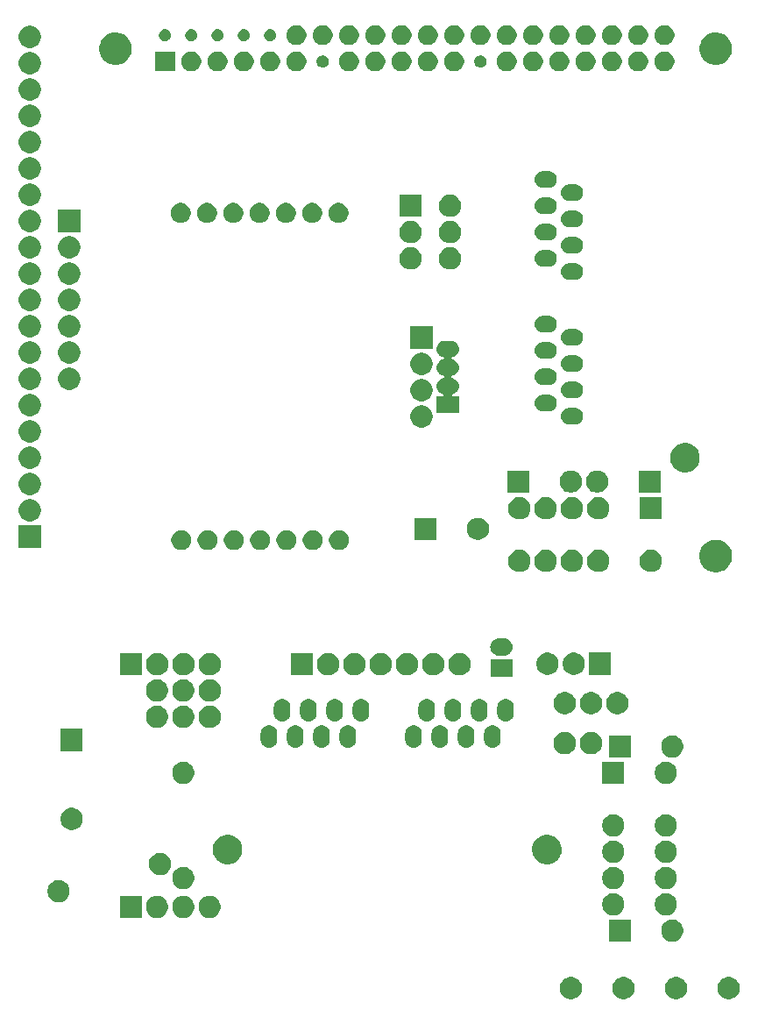
<source format=gbr>
G04 #@! TF.GenerationSoftware,KiCad,Pcbnew,5.0.2-bee76a0~70~ubuntu18.04.1*
G04 #@! TF.CreationDate,2019-07-14T16:31:22+03:00*
G04 #@! TF.ProjectId,authenticator,61757468-656e-4746-9963-61746f722e6b,rev?*
G04 #@! TF.SameCoordinates,Original*
G04 #@! TF.FileFunction,Soldermask,Top*
G04 #@! TF.FilePolarity,Negative*
%FSLAX46Y46*%
G04 Gerber Fmt 4.6, Leading zero omitted, Abs format (unit mm)*
G04 Created by KiCad (PCBNEW 5.0.2-bee76a0~70~ubuntu18.04.1) date su 14. heinäkuuta 2019 16.31.22*
%MOMM*%
%LPD*%
G01*
G04 APERTURE LIST*
%ADD10C,0.100000*%
G04 APERTURE END LIST*
D10*
G36*
X126017566Y-144206312D02*
X126213203Y-144287347D01*
X126389275Y-144404995D01*
X126539005Y-144554725D01*
X126656653Y-144730797D01*
X126737688Y-144926434D01*
X126779000Y-145134122D01*
X126779000Y-145345878D01*
X126737688Y-145553566D01*
X126656653Y-145749203D01*
X126539005Y-145925275D01*
X126389275Y-146075005D01*
X126213203Y-146192653D01*
X126017566Y-146273688D01*
X125809878Y-146315000D01*
X125598122Y-146315000D01*
X125390434Y-146273688D01*
X125194797Y-146192653D01*
X125018725Y-146075005D01*
X124868995Y-145925275D01*
X124751347Y-145749203D01*
X124670312Y-145553566D01*
X124629000Y-145345878D01*
X124629000Y-145134122D01*
X124670312Y-144926434D01*
X124751347Y-144730797D01*
X124868995Y-144554725D01*
X125018725Y-144404995D01*
X125194797Y-144287347D01*
X125390434Y-144206312D01*
X125598122Y-144165000D01*
X125809878Y-144165000D01*
X126017566Y-144206312D01*
X126017566Y-144206312D01*
G37*
G36*
X131097566Y-144206312D02*
X131293203Y-144287347D01*
X131469275Y-144404995D01*
X131619005Y-144554725D01*
X131736653Y-144730797D01*
X131817688Y-144926434D01*
X131859000Y-145134122D01*
X131859000Y-145345878D01*
X131817688Y-145553566D01*
X131736653Y-145749203D01*
X131619005Y-145925275D01*
X131469275Y-146075005D01*
X131293203Y-146192653D01*
X131097566Y-146273688D01*
X130889878Y-146315000D01*
X130678122Y-146315000D01*
X130470434Y-146273688D01*
X130274797Y-146192653D01*
X130098725Y-146075005D01*
X129948995Y-145925275D01*
X129831347Y-145749203D01*
X129750312Y-145553566D01*
X129709000Y-145345878D01*
X129709000Y-145134122D01*
X129750312Y-144926434D01*
X129831347Y-144730797D01*
X129948995Y-144554725D01*
X130098725Y-144404995D01*
X130274797Y-144287347D01*
X130470434Y-144206312D01*
X130678122Y-144165000D01*
X130889878Y-144165000D01*
X131097566Y-144206312D01*
X131097566Y-144206312D01*
G37*
G36*
X136177566Y-144206312D02*
X136373203Y-144287347D01*
X136549275Y-144404995D01*
X136699005Y-144554725D01*
X136816653Y-144730797D01*
X136897688Y-144926434D01*
X136939000Y-145134122D01*
X136939000Y-145345878D01*
X136897688Y-145553566D01*
X136816653Y-145749203D01*
X136699005Y-145925275D01*
X136549275Y-146075005D01*
X136373203Y-146192653D01*
X136177566Y-146273688D01*
X135969878Y-146315000D01*
X135758122Y-146315000D01*
X135550434Y-146273688D01*
X135354797Y-146192653D01*
X135178725Y-146075005D01*
X135028995Y-145925275D01*
X134911347Y-145749203D01*
X134830312Y-145553566D01*
X134789000Y-145345878D01*
X134789000Y-145134122D01*
X134830312Y-144926434D01*
X134911347Y-144730797D01*
X135028995Y-144554725D01*
X135178725Y-144404995D01*
X135354797Y-144287347D01*
X135550434Y-144206312D01*
X135758122Y-144165000D01*
X135969878Y-144165000D01*
X136177566Y-144206312D01*
X136177566Y-144206312D01*
G37*
G36*
X120937566Y-144206312D02*
X121133203Y-144287347D01*
X121309275Y-144404995D01*
X121459005Y-144554725D01*
X121576653Y-144730797D01*
X121657688Y-144926434D01*
X121699000Y-145134122D01*
X121699000Y-145345878D01*
X121657688Y-145553566D01*
X121576653Y-145749203D01*
X121459005Y-145925275D01*
X121309275Y-146075005D01*
X121133203Y-146192653D01*
X120937566Y-146273688D01*
X120729878Y-146315000D01*
X120518122Y-146315000D01*
X120310434Y-146273688D01*
X120114797Y-146192653D01*
X119938725Y-146075005D01*
X119788995Y-145925275D01*
X119671347Y-145749203D01*
X119590312Y-145553566D01*
X119549000Y-145345878D01*
X119549000Y-145134122D01*
X119590312Y-144926434D01*
X119671347Y-144730797D01*
X119788995Y-144554725D01*
X119938725Y-144404995D01*
X120114797Y-144287347D01*
X120310434Y-144206312D01*
X120518122Y-144165000D01*
X120729878Y-144165000D01*
X120937566Y-144206312D01*
X120937566Y-144206312D01*
G37*
G36*
X130742566Y-138666312D02*
X130938203Y-138747347D01*
X131114275Y-138864995D01*
X131264005Y-139014725D01*
X131381653Y-139190797D01*
X131462688Y-139386434D01*
X131504000Y-139594122D01*
X131504000Y-139805878D01*
X131462688Y-140013566D01*
X131381653Y-140209203D01*
X131264005Y-140385275D01*
X131114275Y-140535005D01*
X130938203Y-140652653D01*
X130742566Y-140733688D01*
X130534878Y-140775000D01*
X130323122Y-140775000D01*
X130115434Y-140733688D01*
X129919797Y-140652653D01*
X129743725Y-140535005D01*
X129593995Y-140385275D01*
X129476347Y-140209203D01*
X129395312Y-140013566D01*
X129354000Y-139805878D01*
X129354000Y-139594122D01*
X129395312Y-139386434D01*
X129476347Y-139190797D01*
X129593995Y-139014725D01*
X129743725Y-138864995D01*
X129919797Y-138747347D01*
X130115434Y-138666312D01*
X130323122Y-138625000D01*
X130534878Y-138625000D01*
X130742566Y-138666312D01*
X130742566Y-138666312D01*
G37*
G36*
X126424000Y-140775000D02*
X124274000Y-140775000D01*
X124274000Y-138625000D01*
X126424000Y-138625000D01*
X126424000Y-140775000D01*
X126424000Y-140775000D01*
G37*
G36*
X86038566Y-136366312D02*
X86234203Y-136447347D01*
X86410275Y-136564995D01*
X86560005Y-136714725D01*
X86677653Y-136890797D01*
X86758688Y-137086434D01*
X86800000Y-137294122D01*
X86800000Y-137505878D01*
X86758688Y-137713566D01*
X86677653Y-137909203D01*
X86560005Y-138085275D01*
X86410275Y-138235005D01*
X86234203Y-138352653D01*
X86038566Y-138433688D01*
X85830878Y-138475000D01*
X85619122Y-138475000D01*
X85411434Y-138433688D01*
X85215797Y-138352653D01*
X85039725Y-138235005D01*
X84889995Y-138085275D01*
X84772347Y-137909203D01*
X84691312Y-137713566D01*
X84650000Y-137505878D01*
X84650000Y-137294122D01*
X84691312Y-137086434D01*
X84772347Y-136890797D01*
X84889995Y-136714725D01*
X85039725Y-136564995D01*
X85215797Y-136447347D01*
X85411434Y-136366312D01*
X85619122Y-136325000D01*
X85830878Y-136325000D01*
X86038566Y-136366312D01*
X86038566Y-136366312D01*
G37*
G36*
X79180000Y-138475000D02*
X77030000Y-138475000D01*
X77030000Y-136325000D01*
X79180000Y-136325000D01*
X79180000Y-138475000D01*
X79180000Y-138475000D01*
G37*
G36*
X83498566Y-136366312D02*
X83694203Y-136447347D01*
X83870275Y-136564995D01*
X84020005Y-136714725D01*
X84137653Y-136890797D01*
X84218688Y-137086434D01*
X84260000Y-137294122D01*
X84260000Y-137505878D01*
X84218688Y-137713566D01*
X84137653Y-137909203D01*
X84020005Y-138085275D01*
X83870275Y-138235005D01*
X83694203Y-138352653D01*
X83498566Y-138433688D01*
X83290878Y-138475000D01*
X83079122Y-138475000D01*
X82871434Y-138433688D01*
X82675797Y-138352653D01*
X82499725Y-138235005D01*
X82349995Y-138085275D01*
X82232347Y-137909203D01*
X82151312Y-137713566D01*
X82110000Y-137505878D01*
X82110000Y-137294122D01*
X82151312Y-137086434D01*
X82232347Y-136890797D01*
X82349995Y-136714725D01*
X82499725Y-136564995D01*
X82675797Y-136447347D01*
X82871434Y-136366312D01*
X83079122Y-136325000D01*
X83290878Y-136325000D01*
X83498566Y-136366312D01*
X83498566Y-136366312D01*
G37*
G36*
X80958566Y-136366312D02*
X81154203Y-136447347D01*
X81330275Y-136564995D01*
X81480005Y-136714725D01*
X81597653Y-136890797D01*
X81678688Y-137086434D01*
X81720000Y-137294122D01*
X81720000Y-137505878D01*
X81678688Y-137713566D01*
X81597653Y-137909203D01*
X81480005Y-138085275D01*
X81330275Y-138235005D01*
X81154203Y-138352653D01*
X80958566Y-138433688D01*
X80750878Y-138475000D01*
X80539122Y-138475000D01*
X80331434Y-138433688D01*
X80135797Y-138352653D01*
X79959725Y-138235005D01*
X79809995Y-138085275D01*
X79692347Y-137909203D01*
X79611312Y-137713566D01*
X79570000Y-137505878D01*
X79570000Y-137294122D01*
X79611312Y-137086434D01*
X79692347Y-136890797D01*
X79809995Y-136714725D01*
X79959725Y-136564995D01*
X80135797Y-136447347D01*
X80331434Y-136366312D01*
X80539122Y-136325000D01*
X80750878Y-136325000D01*
X80958566Y-136366312D01*
X80958566Y-136366312D01*
G37*
G36*
X125027566Y-136126312D02*
X125223203Y-136207347D01*
X125399275Y-136324995D01*
X125549005Y-136474725D01*
X125666653Y-136650797D01*
X125747688Y-136846434D01*
X125789000Y-137054122D01*
X125789000Y-137265878D01*
X125747688Y-137473566D01*
X125666653Y-137669203D01*
X125549005Y-137845275D01*
X125399275Y-137995005D01*
X125223203Y-138112653D01*
X125027566Y-138193688D01*
X124819878Y-138235000D01*
X124608122Y-138235000D01*
X124400434Y-138193688D01*
X124204797Y-138112653D01*
X124028725Y-137995005D01*
X123878995Y-137845275D01*
X123761347Y-137669203D01*
X123680312Y-137473566D01*
X123639000Y-137265878D01*
X123639000Y-137054122D01*
X123680312Y-136846434D01*
X123761347Y-136650797D01*
X123878995Y-136474725D01*
X124028725Y-136324995D01*
X124204797Y-136207347D01*
X124400434Y-136126312D01*
X124608122Y-136085000D01*
X124819878Y-136085000D01*
X125027566Y-136126312D01*
X125027566Y-136126312D01*
G37*
G36*
X130107566Y-136126312D02*
X130303203Y-136207347D01*
X130479275Y-136324995D01*
X130629005Y-136474725D01*
X130746653Y-136650797D01*
X130827688Y-136846434D01*
X130869000Y-137054122D01*
X130869000Y-137265878D01*
X130827688Y-137473566D01*
X130746653Y-137669203D01*
X130629005Y-137845275D01*
X130479275Y-137995005D01*
X130303203Y-138112653D01*
X130107566Y-138193688D01*
X129899878Y-138235000D01*
X129688122Y-138235000D01*
X129480434Y-138193688D01*
X129284797Y-138112653D01*
X129108725Y-137995005D01*
X128958995Y-137845275D01*
X128841347Y-137669203D01*
X128760312Y-137473566D01*
X128719000Y-137265878D01*
X128719000Y-137054122D01*
X128760312Y-136846434D01*
X128841347Y-136650797D01*
X128958995Y-136474725D01*
X129108725Y-136324995D01*
X129284797Y-136207347D01*
X129480434Y-136126312D01*
X129688122Y-136085000D01*
X129899878Y-136085000D01*
X130107566Y-136126312D01*
X130107566Y-136126312D01*
G37*
G36*
X71433566Y-134856312D02*
X71629203Y-134937347D01*
X71805275Y-135054995D01*
X71955005Y-135204725D01*
X72072653Y-135380797D01*
X72153688Y-135576434D01*
X72195000Y-135784122D01*
X72195000Y-135995878D01*
X72153688Y-136203566D01*
X72072653Y-136399203D01*
X71955005Y-136575275D01*
X71805275Y-136725005D01*
X71629203Y-136842653D01*
X71433566Y-136923688D01*
X71225878Y-136965000D01*
X71014122Y-136965000D01*
X70806434Y-136923688D01*
X70610797Y-136842653D01*
X70434725Y-136725005D01*
X70284995Y-136575275D01*
X70167347Y-136399203D01*
X70086312Y-136203566D01*
X70045000Y-135995878D01*
X70045000Y-135784122D01*
X70086312Y-135576434D01*
X70167347Y-135380797D01*
X70284995Y-135204725D01*
X70434725Y-135054995D01*
X70610797Y-134937347D01*
X70806434Y-134856312D01*
X71014122Y-134815000D01*
X71225878Y-134815000D01*
X71433566Y-134856312D01*
X71433566Y-134856312D01*
G37*
G36*
X125027566Y-133586312D02*
X125223203Y-133667347D01*
X125399275Y-133784995D01*
X125549005Y-133934725D01*
X125666653Y-134110797D01*
X125747688Y-134306434D01*
X125789000Y-134514122D01*
X125789000Y-134725878D01*
X125747688Y-134933566D01*
X125666653Y-135129203D01*
X125549005Y-135305275D01*
X125399275Y-135455005D01*
X125223203Y-135572653D01*
X125027566Y-135653688D01*
X124819878Y-135695000D01*
X124608122Y-135695000D01*
X124400434Y-135653688D01*
X124204797Y-135572653D01*
X124028725Y-135455005D01*
X123878995Y-135305275D01*
X123761347Y-135129203D01*
X123680312Y-134933566D01*
X123639000Y-134725878D01*
X123639000Y-134514122D01*
X123680312Y-134306434D01*
X123761347Y-134110797D01*
X123878995Y-133934725D01*
X124028725Y-133784995D01*
X124204797Y-133667347D01*
X124400434Y-133586312D01*
X124608122Y-133545000D01*
X124819878Y-133545000D01*
X125027566Y-133586312D01*
X125027566Y-133586312D01*
G37*
G36*
X130107566Y-133586312D02*
X130303203Y-133667347D01*
X130479275Y-133784995D01*
X130629005Y-133934725D01*
X130746653Y-134110797D01*
X130827688Y-134306434D01*
X130869000Y-134514122D01*
X130869000Y-134725878D01*
X130827688Y-134933566D01*
X130746653Y-135129203D01*
X130629005Y-135305275D01*
X130479275Y-135455005D01*
X130303203Y-135572653D01*
X130107566Y-135653688D01*
X129899878Y-135695000D01*
X129688122Y-135695000D01*
X129480434Y-135653688D01*
X129284797Y-135572653D01*
X129108725Y-135455005D01*
X128958995Y-135305275D01*
X128841347Y-135129203D01*
X128760312Y-134933566D01*
X128719000Y-134725878D01*
X128719000Y-134514122D01*
X128760312Y-134306434D01*
X128841347Y-134110797D01*
X128958995Y-133934725D01*
X129108725Y-133784995D01*
X129284797Y-133667347D01*
X129480434Y-133586312D01*
X129688122Y-133545000D01*
X129899878Y-133545000D01*
X130107566Y-133586312D01*
X130107566Y-133586312D01*
G37*
G36*
X83498566Y-133586312D02*
X83694203Y-133667347D01*
X83870275Y-133784995D01*
X84020005Y-133934725D01*
X84137653Y-134110797D01*
X84218688Y-134306434D01*
X84260000Y-134514122D01*
X84260000Y-134725878D01*
X84218688Y-134933566D01*
X84137653Y-135129203D01*
X84020005Y-135305275D01*
X83870275Y-135455005D01*
X83694203Y-135572653D01*
X83498566Y-135653688D01*
X83290878Y-135695000D01*
X83079122Y-135695000D01*
X82871434Y-135653688D01*
X82675797Y-135572653D01*
X82499725Y-135455005D01*
X82349995Y-135305275D01*
X82232347Y-135129203D01*
X82151312Y-134933566D01*
X82110000Y-134725878D01*
X82110000Y-134514122D01*
X82151312Y-134306434D01*
X82232347Y-134110797D01*
X82349995Y-133934725D01*
X82499725Y-133784995D01*
X82675797Y-133667347D01*
X82871434Y-133586312D01*
X83079122Y-133545000D01*
X83290878Y-133545000D01*
X83498566Y-133586312D01*
X83498566Y-133586312D01*
G37*
G36*
X81247371Y-132226711D02*
X81443008Y-132307746D01*
X81619080Y-132425394D01*
X81768810Y-132575124D01*
X81886458Y-132751196D01*
X81967493Y-132946833D01*
X82008805Y-133154521D01*
X82008805Y-133366277D01*
X81967493Y-133573965D01*
X81886458Y-133769602D01*
X81768810Y-133945674D01*
X81619080Y-134095404D01*
X81443008Y-134213052D01*
X81247371Y-134294087D01*
X81039683Y-134335399D01*
X80827927Y-134335399D01*
X80620239Y-134294087D01*
X80424602Y-134213052D01*
X80248530Y-134095404D01*
X80098800Y-133945674D01*
X79981152Y-133769602D01*
X79900117Y-133573965D01*
X79858805Y-133366277D01*
X79858805Y-133154521D01*
X79900117Y-132946833D01*
X79981152Y-132751196D01*
X80098800Y-132575124D01*
X80248530Y-132425394D01*
X80424602Y-132307746D01*
X80620239Y-132226711D01*
X80827927Y-132185399D01*
X81039683Y-132185399D01*
X81247371Y-132226711D01*
X81247371Y-132226711D01*
G37*
G36*
X118739654Y-130499761D02*
X118739656Y-130499762D01*
X118739657Y-130499762D01*
X118998991Y-130607181D01*
X119231334Y-130762428D01*
X119232388Y-130763132D01*
X119430868Y-130961612D01*
X119430870Y-130961615D01*
X119586819Y-131195009D01*
X119694238Y-131454343D01*
X119694239Y-131454346D01*
X119749000Y-131729648D01*
X119749000Y-132010352D01*
X119714086Y-132185878D01*
X119694238Y-132285657D01*
X119586819Y-132544991D01*
X119557277Y-132589203D01*
X119430868Y-132778388D01*
X119232388Y-132976868D01*
X119232385Y-132976870D01*
X118998991Y-133132819D01*
X118739657Y-133240238D01*
X118739656Y-133240238D01*
X118739654Y-133240239D01*
X118464352Y-133295000D01*
X118183648Y-133295000D01*
X117908346Y-133240239D01*
X117908344Y-133240238D01*
X117908343Y-133240238D01*
X117649009Y-133132819D01*
X117415615Y-132976870D01*
X117415612Y-132976868D01*
X117217132Y-132778388D01*
X117090723Y-132589203D01*
X117061181Y-132544991D01*
X116953762Y-132285657D01*
X116933915Y-132185878D01*
X116899000Y-132010352D01*
X116899000Y-131729648D01*
X116953761Y-131454346D01*
X116953762Y-131454343D01*
X117061181Y-131195009D01*
X117217130Y-130961615D01*
X117217132Y-130961612D01*
X117415612Y-130763132D01*
X117416666Y-130762428D01*
X117649009Y-130607181D01*
X117908343Y-130499762D01*
X117908344Y-130499762D01*
X117908346Y-130499761D01*
X118183648Y-130445000D01*
X118464352Y-130445000D01*
X118739654Y-130499761D01*
X118739654Y-130499761D01*
G37*
G36*
X87869654Y-130499761D02*
X87869656Y-130499762D01*
X87869657Y-130499762D01*
X88128991Y-130607181D01*
X88361334Y-130762428D01*
X88362388Y-130763132D01*
X88560868Y-130961612D01*
X88560870Y-130961615D01*
X88716819Y-131195009D01*
X88824238Y-131454343D01*
X88824239Y-131454346D01*
X88879000Y-131729648D01*
X88879000Y-132010352D01*
X88844086Y-132185878D01*
X88824238Y-132285657D01*
X88716819Y-132544991D01*
X88687277Y-132589203D01*
X88560868Y-132778388D01*
X88362388Y-132976868D01*
X88362385Y-132976870D01*
X88128991Y-133132819D01*
X87869657Y-133240238D01*
X87869656Y-133240238D01*
X87869654Y-133240239D01*
X87594352Y-133295000D01*
X87313648Y-133295000D01*
X87038346Y-133240239D01*
X87038344Y-133240238D01*
X87038343Y-133240238D01*
X86779009Y-133132819D01*
X86545615Y-132976870D01*
X86545612Y-132976868D01*
X86347132Y-132778388D01*
X86220723Y-132589203D01*
X86191181Y-132544991D01*
X86083762Y-132285657D01*
X86063915Y-132185878D01*
X86029000Y-132010352D01*
X86029000Y-131729648D01*
X86083761Y-131454346D01*
X86083762Y-131454343D01*
X86191181Y-131195009D01*
X86347130Y-130961615D01*
X86347132Y-130961612D01*
X86545612Y-130763132D01*
X86546666Y-130762428D01*
X86779009Y-130607181D01*
X87038343Y-130499762D01*
X87038344Y-130499762D01*
X87038346Y-130499761D01*
X87313648Y-130445000D01*
X87594352Y-130445000D01*
X87869654Y-130499761D01*
X87869654Y-130499761D01*
G37*
G36*
X130107566Y-131046312D02*
X130303203Y-131127347D01*
X130479275Y-131244995D01*
X130629005Y-131394725D01*
X130746653Y-131570797D01*
X130827688Y-131766434D01*
X130869000Y-131974122D01*
X130869000Y-132185878D01*
X130827688Y-132393566D01*
X130746653Y-132589203D01*
X130629005Y-132765275D01*
X130479275Y-132915005D01*
X130303203Y-133032653D01*
X130107566Y-133113688D01*
X129899878Y-133155000D01*
X129688122Y-133155000D01*
X129480434Y-133113688D01*
X129284797Y-133032653D01*
X129108725Y-132915005D01*
X128958995Y-132765275D01*
X128841347Y-132589203D01*
X128760312Y-132393566D01*
X128719000Y-132185878D01*
X128719000Y-131974122D01*
X128760312Y-131766434D01*
X128841347Y-131570797D01*
X128958995Y-131394725D01*
X129108725Y-131244995D01*
X129284797Y-131127347D01*
X129480434Y-131046312D01*
X129688122Y-131005000D01*
X129899878Y-131005000D01*
X130107566Y-131046312D01*
X130107566Y-131046312D01*
G37*
G36*
X125027566Y-131046312D02*
X125223203Y-131127347D01*
X125399275Y-131244995D01*
X125549005Y-131394725D01*
X125666653Y-131570797D01*
X125747688Y-131766434D01*
X125789000Y-131974122D01*
X125789000Y-132185878D01*
X125747688Y-132393566D01*
X125666653Y-132589203D01*
X125549005Y-132765275D01*
X125399275Y-132915005D01*
X125223203Y-133032653D01*
X125027566Y-133113688D01*
X124819878Y-133155000D01*
X124608122Y-133155000D01*
X124400434Y-133113688D01*
X124204797Y-133032653D01*
X124028725Y-132915005D01*
X123878995Y-132765275D01*
X123761347Y-132589203D01*
X123680312Y-132393566D01*
X123639000Y-132185878D01*
X123639000Y-131974122D01*
X123680312Y-131766434D01*
X123761347Y-131570797D01*
X123878995Y-131394725D01*
X124028725Y-131244995D01*
X124204797Y-131127347D01*
X124400434Y-131046312D01*
X124608122Y-131005000D01*
X124819878Y-131005000D01*
X125027566Y-131046312D01*
X125027566Y-131046312D01*
G37*
G36*
X125027566Y-128506312D02*
X125223203Y-128587347D01*
X125399275Y-128704995D01*
X125549005Y-128854725D01*
X125666653Y-129030797D01*
X125747688Y-129226434D01*
X125789000Y-129434122D01*
X125789000Y-129645878D01*
X125747688Y-129853566D01*
X125666653Y-130049203D01*
X125549005Y-130225275D01*
X125399275Y-130375005D01*
X125223203Y-130492653D01*
X125027566Y-130573688D01*
X124819878Y-130615000D01*
X124608122Y-130615000D01*
X124400434Y-130573688D01*
X124204797Y-130492653D01*
X124028725Y-130375005D01*
X123878995Y-130225275D01*
X123761347Y-130049203D01*
X123680312Y-129853566D01*
X123639000Y-129645878D01*
X123639000Y-129434122D01*
X123680312Y-129226434D01*
X123761347Y-129030797D01*
X123878995Y-128854725D01*
X124028725Y-128704995D01*
X124204797Y-128587347D01*
X124400434Y-128506312D01*
X124608122Y-128465000D01*
X124819878Y-128465000D01*
X125027566Y-128506312D01*
X125027566Y-128506312D01*
G37*
G36*
X130107566Y-128506312D02*
X130303203Y-128587347D01*
X130479275Y-128704995D01*
X130629005Y-128854725D01*
X130746653Y-129030797D01*
X130827688Y-129226434D01*
X130869000Y-129434122D01*
X130869000Y-129645878D01*
X130827688Y-129853566D01*
X130746653Y-130049203D01*
X130629005Y-130225275D01*
X130479275Y-130375005D01*
X130303203Y-130492653D01*
X130107566Y-130573688D01*
X129899878Y-130615000D01*
X129688122Y-130615000D01*
X129480434Y-130573688D01*
X129284797Y-130492653D01*
X129108725Y-130375005D01*
X128958995Y-130225275D01*
X128841347Y-130049203D01*
X128760312Y-129853566D01*
X128719000Y-129645878D01*
X128719000Y-129434122D01*
X128760312Y-129226434D01*
X128841347Y-129030797D01*
X128958995Y-128854725D01*
X129108725Y-128704995D01*
X129284797Y-128587347D01*
X129480434Y-128506312D01*
X129688122Y-128465000D01*
X129899878Y-128465000D01*
X130107566Y-128506312D01*
X130107566Y-128506312D01*
G37*
G36*
X72703566Y-127871312D02*
X72899203Y-127952347D01*
X73075275Y-128069995D01*
X73225005Y-128219725D01*
X73342653Y-128395797D01*
X73423688Y-128591434D01*
X73465000Y-128799122D01*
X73465000Y-129010878D01*
X73423688Y-129218566D01*
X73342653Y-129414203D01*
X73225005Y-129590275D01*
X73075275Y-129740005D01*
X72899203Y-129857653D01*
X72703566Y-129938688D01*
X72495878Y-129980000D01*
X72284122Y-129980000D01*
X72076434Y-129938688D01*
X71880797Y-129857653D01*
X71704725Y-129740005D01*
X71554995Y-129590275D01*
X71437347Y-129414203D01*
X71356312Y-129218566D01*
X71315000Y-129010878D01*
X71315000Y-128799122D01*
X71356312Y-128591434D01*
X71437347Y-128395797D01*
X71554995Y-128219725D01*
X71704725Y-128069995D01*
X71880797Y-127952347D01*
X72076434Y-127871312D01*
X72284122Y-127830000D01*
X72495878Y-127830000D01*
X72703566Y-127871312D01*
X72703566Y-127871312D01*
G37*
G36*
X130107566Y-123426312D02*
X130303203Y-123507347D01*
X130479275Y-123624995D01*
X130629005Y-123774725D01*
X130746653Y-123950797D01*
X130827688Y-124146434D01*
X130869000Y-124354122D01*
X130869000Y-124565878D01*
X130827688Y-124773566D01*
X130746653Y-124969203D01*
X130629005Y-125145275D01*
X130479275Y-125295005D01*
X130303203Y-125412653D01*
X130107566Y-125493688D01*
X129899878Y-125535000D01*
X129688122Y-125535000D01*
X129480434Y-125493688D01*
X129284797Y-125412653D01*
X129108725Y-125295005D01*
X128958995Y-125145275D01*
X128841347Y-124969203D01*
X128760312Y-124773566D01*
X128719000Y-124565878D01*
X128719000Y-124354122D01*
X128760312Y-124146434D01*
X128841347Y-123950797D01*
X128958995Y-123774725D01*
X129108725Y-123624995D01*
X129284797Y-123507347D01*
X129480434Y-123426312D01*
X129688122Y-123385000D01*
X129899878Y-123385000D01*
X130107566Y-123426312D01*
X130107566Y-123426312D01*
G37*
G36*
X125789000Y-125535000D02*
X123639000Y-125535000D01*
X123639000Y-123385000D01*
X125789000Y-123385000D01*
X125789000Y-125535000D01*
X125789000Y-125535000D01*
G37*
G36*
X83498566Y-123426312D02*
X83694203Y-123507347D01*
X83870275Y-123624995D01*
X84020005Y-123774725D01*
X84137653Y-123950797D01*
X84218688Y-124146434D01*
X84260000Y-124354122D01*
X84260000Y-124565878D01*
X84218688Y-124773566D01*
X84137653Y-124969203D01*
X84020005Y-125145275D01*
X83870275Y-125295005D01*
X83694203Y-125412653D01*
X83498566Y-125493688D01*
X83290878Y-125535000D01*
X83079122Y-125535000D01*
X82871434Y-125493688D01*
X82675797Y-125412653D01*
X82499725Y-125295005D01*
X82349995Y-125145275D01*
X82232347Y-124969203D01*
X82151312Y-124773566D01*
X82110000Y-124565878D01*
X82110000Y-124354122D01*
X82151312Y-124146434D01*
X82232347Y-123950797D01*
X82349995Y-123774725D01*
X82499725Y-123624995D01*
X82675797Y-123507347D01*
X82871434Y-123426312D01*
X83079122Y-123385000D01*
X83290878Y-123385000D01*
X83498566Y-123426312D01*
X83498566Y-123426312D01*
G37*
G36*
X130742566Y-120886312D02*
X130938203Y-120967347D01*
X131114275Y-121084995D01*
X131264005Y-121234725D01*
X131381653Y-121410797D01*
X131462688Y-121606434D01*
X131504000Y-121814122D01*
X131504000Y-122025878D01*
X131462688Y-122233566D01*
X131381653Y-122429203D01*
X131264005Y-122605275D01*
X131114275Y-122755005D01*
X130938203Y-122872653D01*
X130742566Y-122953688D01*
X130534878Y-122995000D01*
X130323122Y-122995000D01*
X130115434Y-122953688D01*
X129919797Y-122872653D01*
X129743725Y-122755005D01*
X129593995Y-122605275D01*
X129476347Y-122429203D01*
X129395312Y-122233566D01*
X129354000Y-122025878D01*
X129354000Y-121814122D01*
X129395312Y-121606434D01*
X129476347Y-121410797D01*
X129593995Y-121234725D01*
X129743725Y-121084995D01*
X129919797Y-120967347D01*
X130115434Y-120886312D01*
X130323122Y-120845000D01*
X130534878Y-120845000D01*
X130742566Y-120886312D01*
X130742566Y-120886312D01*
G37*
G36*
X126424000Y-122995000D02*
X124274000Y-122995000D01*
X124274000Y-120845000D01*
X126424000Y-120845000D01*
X126424000Y-122995000D01*
X126424000Y-122995000D01*
G37*
G36*
X120347566Y-120551312D02*
X120543203Y-120632347D01*
X120719275Y-120749995D01*
X120869005Y-120899725D01*
X120986653Y-121075797D01*
X121067688Y-121271434D01*
X121109000Y-121479122D01*
X121109000Y-121690878D01*
X121067688Y-121898566D01*
X120986653Y-122094203D01*
X120869005Y-122270275D01*
X120719275Y-122420005D01*
X120543203Y-122537653D01*
X120379955Y-122605272D01*
X120347566Y-122618688D01*
X120139878Y-122660000D01*
X119928122Y-122660000D01*
X119720434Y-122618688D01*
X119688045Y-122605272D01*
X119524797Y-122537653D01*
X119348725Y-122420005D01*
X119198995Y-122270275D01*
X119081347Y-122094203D01*
X119000312Y-121898566D01*
X118959000Y-121690878D01*
X118959000Y-121479122D01*
X119000312Y-121271434D01*
X119081347Y-121075797D01*
X119198995Y-120899725D01*
X119348725Y-120749995D01*
X119524797Y-120632347D01*
X119720434Y-120551312D01*
X119928122Y-120510000D01*
X120139878Y-120510000D01*
X120347566Y-120551312D01*
X120347566Y-120551312D01*
G37*
G36*
X122887566Y-120551312D02*
X123083203Y-120632347D01*
X123259275Y-120749995D01*
X123409005Y-120899725D01*
X123526653Y-121075797D01*
X123607688Y-121271434D01*
X123649000Y-121479122D01*
X123649000Y-121690878D01*
X123607688Y-121898566D01*
X123526653Y-122094203D01*
X123409005Y-122270275D01*
X123259275Y-122420005D01*
X123083203Y-122537653D01*
X122919955Y-122605272D01*
X122887566Y-122618688D01*
X122679878Y-122660000D01*
X122468122Y-122660000D01*
X122260434Y-122618688D01*
X122228045Y-122605272D01*
X122064797Y-122537653D01*
X121888725Y-122420005D01*
X121738995Y-122270275D01*
X121621347Y-122094203D01*
X121540312Y-121898566D01*
X121499000Y-121690878D01*
X121499000Y-121479122D01*
X121540312Y-121271434D01*
X121621347Y-121075797D01*
X121738995Y-120899725D01*
X121888725Y-120749995D01*
X122064797Y-120632347D01*
X122260434Y-120551312D01*
X122468122Y-120510000D01*
X122679878Y-120510000D01*
X122887566Y-120551312D01*
X122887566Y-120551312D01*
G37*
G36*
X73465000Y-122360000D02*
X71315000Y-122360000D01*
X71315000Y-120210000D01*
X73465000Y-120210000D01*
X73465000Y-122360000D01*
X73465000Y-122360000D01*
G37*
G36*
X113205826Y-119886576D02*
X113281226Y-119909448D01*
X113356628Y-119932321D01*
X113495604Y-120006606D01*
X113495606Y-120006607D01*
X113495605Y-120006607D01*
X113617422Y-120106578D01*
X113617423Y-120106580D01*
X113617425Y-120106581D01*
X113717392Y-120228392D01*
X113791679Y-120367371D01*
X113814552Y-120442773D01*
X113834945Y-120510000D01*
X113837424Y-120518174D01*
X113849000Y-120635705D01*
X113849000Y-121264295D01*
X113837424Y-121381826D01*
X113791679Y-121532629D01*
X113717392Y-121671608D01*
X113617422Y-121793422D01*
X113495608Y-121893392D01*
X113356629Y-121967679D01*
X113281228Y-121990551D01*
X113205827Y-122013424D01*
X113049000Y-122028870D01*
X112892174Y-122013424D01*
X112816773Y-121990551D01*
X112741372Y-121967679D01*
X112602393Y-121893392D01*
X112480579Y-121793422D01*
X112380608Y-121671608D01*
X112306321Y-121532629D01*
X112260576Y-121381826D01*
X112249000Y-121264295D01*
X112249000Y-120635706D01*
X112260576Y-120518175D01*
X112260577Y-120518173D01*
X112306321Y-120367373D01*
X112306321Y-120367372D01*
X112380606Y-120228396D01*
X112480576Y-120106581D01*
X112480578Y-120106578D01*
X112480580Y-120106577D01*
X112480581Y-120106575D01*
X112602392Y-120006608D01*
X112741371Y-119932321D01*
X112816773Y-119909448D01*
X112892173Y-119886576D01*
X113049000Y-119871130D01*
X113205826Y-119886576D01*
X113205826Y-119886576D01*
G37*
G36*
X110665826Y-119886576D02*
X110741226Y-119909448D01*
X110816628Y-119932321D01*
X110955604Y-120006606D01*
X110955606Y-120006607D01*
X110955605Y-120006607D01*
X111077422Y-120106578D01*
X111077423Y-120106580D01*
X111077425Y-120106581D01*
X111177392Y-120228392D01*
X111251679Y-120367371D01*
X111274552Y-120442773D01*
X111294945Y-120510000D01*
X111297424Y-120518174D01*
X111309000Y-120635705D01*
X111309000Y-121264295D01*
X111297424Y-121381826D01*
X111251679Y-121532629D01*
X111177392Y-121671608D01*
X111077422Y-121793422D01*
X110955608Y-121893392D01*
X110816629Y-121967679D01*
X110741228Y-121990551D01*
X110665827Y-122013424D01*
X110509000Y-122028870D01*
X110352174Y-122013424D01*
X110276773Y-121990551D01*
X110201372Y-121967679D01*
X110062393Y-121893392D01*
X109940579Y-121793422D01*
X109840608Y-121671608D01*
X109766321Y-121532629D01*
X109720576Y-121381826D01*
X109709000Y-121264295D01*
X109709000Y-120635706D01*
X109720576Y-120518175D01*
X109720577Y-120518173D01*
X109766321Y-120367373D01*
X109766321Y-120367372D01*
X109840606Y-120228396D01*
X109940576Y-120106581D01*
X109940578Y-120106578D01*
X109940580Y-120106577D01*
X109940581Y-120106575D01*
X110062392Y-120006608D01*
X110201371Y-119932321D01*
X110276773Y-119909448D01*
X110352173Y-119886576D01*
X110509000Y-119871130D01*
X110665826Y-119886576D01*
X110665826Y-119886576D01*
G37*
G36*
X108125826Y-119886576D02*
X108201226Y-119909448D01*
X108276628Y-119932321D01*
X108415604Y-120006606D01*
X108415606Y-120006607D01*
X108415605Y-120006607D01*
X108537422Y-120106578D01*
X108537423Y-120106580D01*
X108537425Y-120106581D01*
X108637392Y-120228392D01*
X108711679Y-120367371D01*
X108734552Y-120442773D01*
X108754945Y-120510000D01*
X108757424Y-120518174D01*
X108769000Y-120635705D01*
X108769000Y-121264295D01*
X108757424Y-121381826D01*
X108711679Y-121532629D01*
X108637392Y-121671608D01*
X108537422Y-121793422D01*
X108415608Y-121893392D01*
X108276629Y-121967679D01*
X108201228Y-121990551D01*
X108125827Y-122013424D01*
X107969000Y-122028870D01*
X107812174Y-122013424D01*
X107736773Y-121990551D01*
X107661372Y-121967679D01*
X107522393Y-121893392D01*
X107400579Y-121793422D01*
X107300608Y-121671608D01*
X107226321Y-121532629D01*
X107180576Y-121381826D01*
X107169000Y-121264295D01*
X107169000Y-120635706D01*
X107180576Y-120518175D01*
X107180577Y-120518173D01*
X107226321Y-120367373D01*
X107226321Y-120367372D01*
X107300606Y-120228396D01*
X107400576Y-120106581D01*
X107400578Y-120106578D01*
X107400580Y-120106577D01*
X107400581Y-120106575D01*
X107522392Y-120006608D01*
X107661371Y-119932321D01*
X107736773Y-119909448D01*
X107812173Y-119886576D01*
X107969000Y-119871130D01*
X108125826Y-119886576D01*
X108125826Y-119886576D01*
G37*
G36*
X99235826Y-119886576D02*
X99311226Y-119909448D01*
X99386628Y-119932321D01*
X99525604Y-120006606D01*
X99525606Y-120006607D01*
X99525605Y-120006607D01*
X99647422Y-120106578D01*
X99647423Y-120106580D01*
X99647425Y-120106581D01*
X99747392Y-120228392D01*
X99821679Y-120367371D01*
X99844552Y-120442773D01*
X99864945Y-120510000D01*
X99867424Y-120518174D01*
X99879000Y-120635705D01*
X99879000Y-121264295D01*
X99867424Y-121381826D01*
X99821679Y-121532629D01*
X99747392Y-121671608D01*
X99647422Y-121793422D01*
X99525608Y-121893392D01*
X99386629Y-121967679D01*
X99311228Y-121990551D01*
X99235827Y-122013424D01*
X99079000Y-122028870D01*
X98922174Y-122013424D01*
X98846773Y-121990551D01*
X98771372Y-121967679D01*
X98632393Y-121893392D01*
X98510579Y-121793422D01*
X98410608Y-121671608D01*
X98336321Y-121532629D01*
X98290576Y-121381826D01*
X98279000Y-121264295D01*
X98279000Y-120635706D01*
X98290576Y-120518175D01*
X98290577Y-120518173D01*
X98336321Y-120367373D01*
X98336321Y-120367372D01*
X98410606Y-120228396D01*
X98510576Y-120106581D01*
X98510578Y-120106578D01*
X98510580Y-120106577D01*
X98510581Y-120106575D01*
X98632392Y-120006608D01*
X98771371Y-119932321D01*
X98846773Y-119909448D01*
X98922173Y-119886576D01*
X99079000Y-119871130D01*
X99235826Y-119886576D01*
X99235826Y-119886576D01*
G37*
G36*
X91615826Y-119886576D02*
X91691226Y-119909448D01*
X91766628Y-119932321D01*
X91905604Y-120006606D01*
X91905606Y-120006607D01*
X91905605Y-120006607D01*
X92027422Y-120106578D01*
X92027423Y-120106580D01*
X92027425Y-120106581D01*
X92127392Y-120228392D01*
X92201679Y-120367371D01*
X92224552Y-120442773D01*
X92244945Y-120510000D01*
X92247424Y-120518174D01*
X92259000Y-120635705D01*
X92259000Y-121264295D01*
X92247424Y-121381826D01*
X92201679Y-121532629D01*
X92127392Y-121671608D01*
X92027422Y-121793422D01*
X91905608Y-121893392D01*
X91766629Y-121967679D01*
X91691228Y-121990551D01*
X91615827Y-122013424D01*
X91459000Y-122028870D01*
X91302174Y-122013424D01*
X91226773Y-121990551D01*
X91151372Y-121967679D01*
X91012393Y-121893392D01*
X90890579Y-121793422D01*
X90790608Y-121671608D01*
X90716321Y-121532629D01*
X90670576Y-121381826D01*
X90659000Y-121264295D01*
X90659000Y-120635706D01*
X90670576Y-120518175D01*
X90670577Y-120518173D01*
X90716321Y-120367373D01*
X90716321Y-120367372D01*
X90790606Y-120228396D01*
X90890576Y-120106581D01*
X90890578Y-120106578D01*
X90890580Y-120106577D01*
X90890581Y-120106575D01*
X91012392Y-120006608D01*
X91151371Y-119932321D01*
X91226773Y-119909448D01*
X91302173Y-119886576D01*
X91459000Y-119871130D01*
X91615826Y-119886576D01*
X91615826Y-119886576D01*
G37*
G36*
X94155826Y-119886576D02*
X94231226Y-119909448D01*
X94306628Y-119932321D01*
X94445604Y-120006606D01*
X94445606Y-120006607D01*
X94445605Y-120006607D01*
X94567422Y-120106578D01*
X94567423Y-120106580D01*
X94567425Y-120106581D01*
X94667392Y-120228392D01*
X94741679Y-120367371D01*
X94764552Y-120442773D01*
X94784945Y-120510000D01*
X94787424Y-120518174D01*
X94799000Y-120635705D01*
X94799000Y-121264295D01*
X94787424Y-121381826D01*
X94741679Y-121532629D01*
X94667392Y-121671608D01*
X94567422Y-121793422D01*
X94445608Y-121893392D01*
X94306629Y-121967679D01*
X94231228Y-121990551D01*
X94155827Y-122013424D01*
X93999000Y-122028870D01*
X93842174Y-122013424D01*
X93766773Y-121990551D01*
X93691372Y-121967679D01*
X93552393Y-121893392D01*
X93430579Y-121793422D01*
X93330608Y-121671608D01*
X93256321Y-121532629D01*
X93210576Y-121381826D01*
X93199000Y-121264295D01*
X93199000Y-120635706D01*
X93210576Y-120518175D01*
X93210577Y-120518173D01*
X93256321Y-120367373D01*
X93256321Y-120367372D01*
X93330606Y-120228396D01*
X93430576Y-120106581D01*
X93430578Y-120106578D01*
X93430580Y-120106577D01*
X93430581Y-120106575D01*
X93552392Y-120006608D01*
X93691371Y-119932321D01*
X93766773Y-119909448D01*
X93842173Y-119886576D01*
X93999000Y-119871130D01*
X94155826Y-119886576D01*
X94155826Y-119886576D01*
G37*
G36*
X96695826Y-119886576D02*
X96771226Y-119909448D01*
X96846628Y-119932321D01*
X96985604Y-120006606D01*
X96985606Y-120006607D01*
X96985605Y-120006607D01*
X97107422Y-120106578D01*
X97107423Y-120106580D01*
X97107425Y-120106581D01*
X97207392Y-120228392D01*
X97281679Y-120367371D01*
X97304552Y-120442773D01*
X97324945Y-120510000D01*
X97327424Y-120518174D01*
X97339000Y-120635705D01*
X97339000Y-121264295D01*
X97327424Y-121381826D01*
X97281679Y-121532629D01*
X97207392Y-121671608D01*
X97107422Y-121793422D01*
X96985608Y-121893392D01*
X96846629Y-121967679D01*
X96771228Y-121990551D01*
X96695827Y-122013424D01*
X96539000Y-122028870D01*
X96382174Y-122013424D01*
X96306773Y-121990551D01*
X96231372Y-121967679D01*
X96092393Y-121893392D01*
X95970579Y-121793422D01*
X95870608Y-121671608D01*
X95796321Y-121532629D01*
X95750576Y-121381826D01*
X95739000Y-121264295D01*
X95739000Y-120635706D01*
X95750576Y-120518175D01*
X95750577Y-120518173D01*
X95796321Y-120367373D01*
X95796321Y-120367372D01*
X95870606Y-120228396D01*
X95970576Y-120106581D01*
X95970578Y-120106578D01*
X95970580Y-120106577D01*
X95970581Y-120106575D01*
X96092392Y-120006608D01*
X96231371Y-119932321D01*
X96306773Y-119909448D01*
X96382173Y-119886576D01*
X96539000Y-119871130D01*
X96695826Y-119886576D01*
X96695826Y-119886576D01*
G37*
G36*
X105585826Y-119886576D02*
X105661226Y-119909448D01*
X105736628Y-119932321D01*
X105875604Y-120006606D01*
X105875606Y-120006607D01*
X105875605Y-120006607D01*
X105997422Y-120106578D01*
X105997423Y-120106580D01*
X105997425Y-120106581D01*
X106097392Y-120228392D01*
X106171679Y-120367371D01*
X106194552Y-120442773D01*
X106214945Y-120510000D01*
X106217424Y-120518174D01*
X106229000Y-120635705D01*
X106229000Y-121264295D01*
X106217424Y-121381826D01*
X106171679Y-121532629D01*
X106097392Y-121671608D01*
X105997422Y-121793422D01*
X105875608Y-121893392D01*
X105736629Y-121967679D01*
X105661228Y-121990551D01*
X105585827Y-122013424D01*
X105429000Y-122028870D01*
X105272174Y-122013424D01*
X105196773Y-121990551D01*
X105121372Y-121967679D01*
X104982393Y-121893392D01*
X104860579Y-121793422D01*
X104760608Y-121671608D01*
X104686321Y-121532629D01*
X104640576Y-121381826D01*
X104629000Y-121264295D01*
X104629000Y-120635706D01*
X104640576Y-120518175D01*
X104640577Y-120518173D01*
X104686321Y-120367373D01*
X104686321Y-120367372D01*
X104760606Y-120228396D01*
X104860576Y-120106581D01*
X104860578Y-120106578D01*
X104860580Y-120106577D01*
X104860581Y-120106575D01*
X104982392Y-120006608D01*
X105121371Y-119932321D01*
X105196773Y-119909448D01*
X105272173Y-119886576D01*
X105429000Y-119871130D01*
X105585826Y-119886576D01*
X105585826Y-119886576D01*
G37*
G36*
X80958566Y-118011312D02*
X81154203Y-118092347D01*
X81330275Y-118209995D01*
X81480005Y-118359725D01*
X81597653Y-118535797D01*
X81678688Y-118731434D01*
X81720000Y-118939122D01*
X81720000Y-119150878D01*
X81678688Y-119358566D01*
X81597653Y-119554203D01*
X81480005Y-119730275D01*
X81330275Y-119880005D01*
X81154203Y-119997653D01*
X80958566Y-120078688D01*
X80750878Y-120120000D01*
X80539122Y-120120000D01*
X80331434Y-120078688D01*
X80135797Y-119997653D01*
X79959725Y-119880005D01*
X79809995Y-119730275D01*
X79692347Y-119554203D01*
X79611312Y-119358566D01*
X79570000Y-119150878D01*
X79570000Y-118939122D01*
X79611312Y-118731434D01*
X79692347Y-118535797D01*
X79809995Y-118359725D01*
X79959725Y-118209995D01*
X80135797Y-118092347D01*
X80331434Y-118011312D01*
X80539122Y-117970000D01*
X80750878Y-117970000D01*
X80958566Y-118011312D01*
X80958566Y-118011312D01*
G37*
G36*
X83498566Y-118011312D02*
X83694203Y-118092347D01*
X83870275Y-118209995D01*
X84020005Y-118359725D01*
X84137653Y-118535797D01*
X84218688Y-118731434D01*
X84260000Y-118939122D01*
X84260000Y-119150878D01*
X84218688Y-119358566D01*
X84137653Y-119554203D01*
X84020005Y-119730275D01*
X83870275Y-119880005D01*
X83694203Y-119997653D01*
X83498566Y-120078688D01*
X83290878Y-120120000D01*
X83079122Y-120120000D01*
X82871434Y-120078688D01*
X82675797Y-119997653D01*
X82499725Y-119880005D01*
X82349995Y-119730275D01*
X82232347Y-119554203D01*
X82151312Y-119358566D01*
X82110000Y-119150878D01*
X82110000Y-118939122D01*
X82151312Y-118731434D01*
X82232347Y-118535797D01*
X82349995Y-118359725D01*
X82499725Y-118209995D01*
X82675797Y-118092347D01*
X82871434Y-118011312D01*
X83079122Y-117970000D01*
X83290878Y-117970000D01*
X83498566Y-118011312D01*
X83498566Y-118011312D01*
G37*
G36*
X86057566Y-118011312D02*
X86253203Y-118092347D01*
X86429275Y-118209995D01*
X86579005Y-118359725D01*
X86696653Y-118535797D01*
X86777688Y-118731434D01*
X86819000Y-118939122D01*
X86819000Y-119150878D01*
X86777688Y-119358566D01*
X86696653Y-119554203D01*
X86579005Y-119730275D01*
X86429275Y-119880005D01*
X86253203Y-119997653D01*
X86057566Y-120078688D01*
X85849878Y-120120000D01*
X85638122Y-120120000D01*
X85430434Y-120078688D01*
X85234797Y-119997653D01*
X85058725Y-119880005D01*
X84908995Y-119730275D01*
X84791347Y-119554203D01*
X84710312Y-119358566D01*
X84669000Y-119150878D01*
X84669000Y-118939122D01*
X84710312Y-118731434D01*
X84791347Y-118535797D01*
X84908995Y-118359725D01*
X85058725Y-118209995D01*
X85234797Y-118092347D01*
X85430434Y-118011312D01*
X85638122Y-117970000D01*
X85849878Y-117970000D01*
X86057566Y-118011312D01*
X86057566Y-118011312D01*
G37*
G36*
X114475826Y-117346576D02*
X114551227Y-117369449D01*
X114626628Y-117392321D01*
X114765604Y-117466606D01*
X114765606Y-117466607D01*
X114765605Y-117466607D01*
X114887422Y-117566578D01*
X114887423Y-117566580D01*
X114887425Y-117566581D01*
X114987392Y-117688392D01*
X115061679Y-117827371D01*
X115063424Y-117833123D01*
X115104945Y-117970000D01*
X115107424Y-117978174D01*
X115119000Y-118095705D01*
X115119000Y-118724295D01*
X115107424Y-118841826D01*
X115061679Y-118992629D01*
X114987392Y-119131608D01*
X114887422Y-119253422D01*
X114765608Y-119353392D01*
X114626629Y-119427679D01*
X114551228Y-119450551D01*
X114475827Y-119473424D01*
X114319000Y-119488870D01*
X114162174Y-119473424D01*
X114086773Y-119450551D01*
X114011372Y-119427679D01*
X113872393Y-119353392D01*
X113750579Y-119253422D01*
X113650608Y-119131608D01*
X113576321Y-118992629D01*
X113530576Y-118841826D01*
X113519000Y-118724295D01*
X113519000Y-118095706D01*
X113530576Y-117978175D01*
X113530577Y-117978173D01*
X113553449Y-117902773D01*
X113576321Y-117827372D01*
X113650606Y-117688396D01*
X113750576Y-117566581D01*
X113750578Y-117566578D01*
X113750580Y-117566577D01*
X113750581Y-117566575D01*
X113872392Y-117466608D01*
X114011371Y-117392321D01*
X114086772Y-117369449D01*
X114162173Y-117346576D01*
X114319000Y-117331130D01*
X114475826Y-117346576D01*
X114475826Y-117346576D01*
G37*
G36*
X111935826Y-117346576D02*
X112011227Y-117369449D01*
X112086628Y-117392321D01*
X112225604Y-117466606D01*
X112225606Y-117466607D01*
X112225605Y-117466607D01*
X112347422Y-117566578D01*
X112347423Y-117566580D01*
X112347425Y-117566581D01*
X112447392Y-117688392D01*
X112521679Y-117827371D01*
X112523424Y-117833123D01*
X112564945Y-117970000D01*
X112567424Y-117978174D01*
X112579000Y-118095705D01*
X112579000Y-118724295D01*
X112567424Y-118841826D01*
X112521679Y-118992629D01*
X112447392Y-119131608D01*
X112347422Y-119253422D01*
X112225608Y-119353392D01*
X112086629Y-119427679D01*
X112011228Y-119450551D01*
X111935827Y-119473424D01*
X111779000Y-119488870D01*
X111622174Y-119473424D01*
X111546773Y-119450551D01*
X111471372Y-119427679D01*
X111332393Y-119353392D01*
X111210579Y-119253422D01*
X111110608Y-119131608D01*
X111036321Y-118992629D01*
X110990576Y-118841826D01*
X110979000Y-118724295D01*
X110979000Y-118095706D01*
X110990576Y-117978175D01*
X110990577Y-117978173D01*
X111013449Y-117902773D01*
X111036321Y-117827372D01*
X111110606Y-117688396D01*
X111210576Y-117566581D01*
X111210578Y-117566578D01*
X111210580Y-117566577D01*
X111210581Y-117566575D01*
X111332392Y-117466608D01*
X111471371Y-117392321D01*
X111546772Y-117369449D01*
X111622173Y-117346576D01*
X111779000Y-117331130D01*
X111935826Y-117346576D01*
X111935826Y-117346576D01*
G37*
G36*
X109395826Y-117346576D02*
X109471227Y-117369449D01*
X109546628Y-117392321D01*
X109685604Y-117466606D01*
X109685606Y-117466607D01*
X109685605Y-117466607D01*
X109807422Y-117566578D01*
X109807423Y-117566580D01*
X109807425Y-117566581D01*
X109907392Y-117688392D01*
X109981679Y-117827371D01*
X109983424Y-117833123D01*
X110024945Y-117970000D01*
X110027424Y-117978174D01*
X110039000Y-118095705D01*
X110039000Y-118724295D01*
X110027424Y-118841826D01*
X109981679Y-118992629D01*
X109907392Y-119131608D01*
X109807422Y-119253422D01*
X109685608Y-119353392D01*
X109546629Y-119427679D01*
X109471228Y-119450551D01*
X109395827Y-119473424D01*
X109239000Y-119488870D01*
X109082174Y-119473424D01*
X109006773Y-119450551D01*
X108931372Y-119427679D01*
X108792393Y-119353392D01*
X108670579Y-119253422D01*
X108570608Y-119131608D01*
X108496321Y-118992629D01*
X108450576Y-118841826D01*
X108439000Y-118724295D01*
X108439000Y-118095706D01*
X108450576Y-117978175D01*
X108450577Y-117978173D01*
X108473449Y-117902773D01*
X108496321Y-117827372D01*
X108570606Y-117688396D01*
X108670576Y-117566581D01*
X108670578Y-117566578D01*
X108670580Y-117566577D01*
X108670581Y-117566575D01*
X108792392Y-117466608D01*
X108931371Y-117392321D01*
X109006772Y-117369449D01*
X109082173Y-117346576D01*
X109239000Y-117331130D01*
X109395826Y-117346576D01*
X109395826Y-117346576D01*
G37*
G36*
X106855826Y-117346576D02*
X106931227Y-117369449D01*
X107006628Y-117392321D01*
X107145604Y-117466606D01*
X107145606Y-117466607D01*
X107145605Y-117466607D01*
X107267422Y-117566578D01*
X107267423Y-117566580D01*
X107267425Y-117566581D01*
X107367392Y-117688392D01*
X107441679Y-117827371D01*
X107443424Y-117833123D01*
X107484945Y-117970000D01*
X107487424Y-117978174D01*
X107499000Y-118095705D01*
X107499000Y-118724295D01*
X107487424Y-118841826D01*
X107441679Y-118992629D01*
X107367392Y-119131608D01*
X107267422Y-119253422D01*
X107145608Y-119353392D01*
X107006629Y-119427679D01*
X106931228Y-119450551D01*
X106855827Y-119473424D01*
X106699000Y-119488870D01*
X106542174Y-119473424D01*
X106466773Y-119450551D01*
X106391372Y-119427679D01*
X106252393Y-119353392D01*
X106130579Y-119253422D01*
X106030608Y-119131608D01*
X105956321Y-118992629D01*
X105910576Y-118841826D01*
X105899000Y-118724295D01*
X105899000Y-118095706D01*
X105910576Y-117978175D01*
X105910577Y-117978173D01*
X105933449Y-117902773D01*
X105956321Y-117827372D01*
X106030606Y-117688396D01*
X106130576Y-117566581D01*
X106130578Y-117566578D01*
X106130580Y-117566577D01*
X106130581Y-117566575D01*
X106252392Y-117466608D01*
X106391371Y-117392321D01*
X106466772Y-117369449D01*
X106542173Y-117346576D01*
X106699000Y-117331130D01*
X106855826Y-117346576D01*
X106855826Y-117346576D01*
G37*
G36*
X100505826Y-117346576D02*
X100581227Y-117369449D01*
X100656628Y-117392321D01*
X100795604Y-117466606D01*
X100795606Y-117466607D01*
X100795605Y-117466607D01*
X100917422Y-117566578D01*
X100917423Y-117566580D01*
X100917425Y-117566581D01*
X101017392Y-117688392D01*
X101091679Y-117827371D01*
X101093424Y-117833123D01*
X101134945Y-117970000D01*
X101137424Y-117978174D01*
X101149000Y-118095705D01*
X101149000Y-118724295D01*
X101137424Y-118841826D01*
X101091679Y-118992629D01*
X101017392Y-119131608D01*
X100917422Y-119253422D01*
X100795608Y-119353392D01*
X100656629Y-119427679D01*
X100581228Y-119450551D01*
X100505827Y-119473424D01*
X100349000Y-119488870D01*
X100192174Y-119473424D01*
X100116773Y-119450551D01*
X100041372Y-119427679D01*
X99902393Y-119353392D01*
X99780579Y-119253422D01*
X99680608Y-119131608D01*
X99606321Y-118992629D01*
X99560576Y-118841826D01*
X99549000Y-118724295D01*
X99549000Y-118095706D01*
X99560576Y-117978175D01*
X99560577Y-117978173D01*
X99583449Y-117902773D01*
X99606321Y-117827372D01*
X99680606Y-117688396D01*
X99780576Y-117566581D01*
X99780578Y-117566578D01*
X99780580Y-117566577D01*
X99780581Y-117566575D01*
X99902392Y-117466608D01*
X100041371Y-117392321D01*
X100116772Y-117369449D01*
X100192173Y-117346576D01*
X100349000Y-117331130D01*
X100505826Y-117346576D01*
X100505826Y-117346576D01*
G37*
G36*
X97965826Y-117346576D02*
X98041227Y-117369449D01*
X98116628Y-117392321D01*
X98255604Y-117466606D01*
X98255606Y-117466607D01*
X98255605Y-117466607D01*
X98377422Y-117566578D01*
X98377423Y-117566580D01*
X98377425Y-117566581D01*
X98477392Y-117688392D01*
X98551679Y-117827371D01*
X98553424Y-117833123D01*
X98594945Y-117970000D01*
X98597424Y-117978174D01*
X98609000Y-118095705D01*
X98609000Y-118724295D01*
X98597424Y-118841826D01*
X98551679Y-118992629D01*
X98477392Y-119131608D01*
X98377422Y-119253422D01*
X98255608Y-119353392D01*
X98116629Y-119427679D01*
X98041228Y-119450551D01*
X97965827Y-119473424D01*
X97809000Y-119488870D01*
X97652174Y-119473424D01*
X97576773Y-119450551D01*
X97501372Y-119427679D01*
X97362393Y-119353392D01*
X97240579Y-119253422D01*
X97140608Y-119131608D01*
X97066321Y-118992629D01*
X97020576Y-118841826D01*
X97009000Y-118724295D01*
X97009000Y-118095706D01*
X97020576Y-117978175D01*
X97020577Y-117978173D01*
X97043449Y-117902773D01*
X97066321Y-117827372D01*
X97140606Y-117688396D01*
X97240576Y-117566581D01*
X97240578Y-117566578D01*
X97240580Y-117566577D01*
X97240581Y-117566575D01*
X97362392Y-117466608D01*
X97501371Y-117392321D01*
X97576772Y-117369449D01*
X97652173Y-117346576D01*
X97809000Y-117331130D01*
X97965826Y-117346576D01*
X97965826Y-117346576D01*
G37*
G36*
X95425826Y-117346576D02*
X95501227Y-117369449D01*
X95576628Y-117392321D01*
X95715604Y-117466606D01*
X95715606Y-117466607D01*
X95715605Y-117466607D01*
X95837422Y-117566578D01*
X95837423Y-117566580D01*
X95837425Y-117566581D01*
X95937392Y-117688392D01*
X96011679Y-117827371D01*
X96013424Y-117833123D01*
X96054945Y-117970000D01*
X96057424Y-117978174D01*
X96069000Y-118095705D01*
X96069000Y-118724295D01*
X96057424Y-118841826D01*
X96011679Y-118992629D01*
X95937392Y-119131608D01*
X95837422Y-119253422D01*
X95715608Y-119353392D01*
X95576629Y-119427679D01*
X95501228Y-119450551D01*
X95425827Y-119473424D01*
X95269000Y-119488870D01*
X95112174Y-119473424D01*
X95036773Y-119450551D01*
X94961372Y-119427679D01*
X94822393Y-119353392D01*
X94700579Y-119253422D01*
X94600608Y-119131608D01*
X94526321Y-118992629D01*
X94480576Y-118841826D01*
X94469000Y-118724295D01*
X94469000Y-118095706D01*
X94480576Y-117978175D01*
X94480577Y-117978173D01*
X94503449Y-117902773D01*
X94526321Y-117827372D01*
X94600606Y-117688396D01*
X94700576Y-117566581D01*
X94700578Y-117566578D01*
X94700580Y-117566577D01*
X94700581Y-117566575D01*
X94822392Y-117466608D01*
X94961371Y-117392321D01*
X95036772Y-117369449D01*
X95112173Y-117346576D01*
X95269000Y-117331130D01*
X95425826Y-117346576D01*
X95425826Y-117346576D01*
G37*
G36*
X92885826Y-117346576D02*
X92961227Y-117369449D01*
X93036628Y-117392321D01*
X93175604Y-117466606D01*
X93175606Y-117466607D01*
X93175605Y-117466607D01*
X93297422Y-117566578D01*
X93297423Y-117566580D01*
X93297425Y-117566581D01*
X93397392Y-117688392D01*
X93471679Y-117827371D01*
X93473424Y-117833123D01*
X93514945Y-117970000D01*
X93517424Y-117978174D01*
X93529000Y-118095705D01*
X93529000Y-118724295D01*
X93517424Y-118841826D01*
X93471679Y-118992629D01*
X93397392Y-119131608D01*
X93297422Y-119253422D01*
X93175608Y-119353392D01*
X93036629Y-119427679D01*
X92961228Y-119450551D01*
X92885827Y-119473424D01*
X92729000Y-119488870D01*
X92572174Y-119473424D01*
X92496773Y-119450551D01*
X92421372Y-119427679D01*
X92282393Y-119353392D01*
X92160579Y-119253422D01*
X92060608Y-119131608D01*
X91986321Y-118992629D01*
X91940576Y-118841826D01*
X91929000Y-118724295D01*
X91929000Y-118095706D01*
X91940576Y-117978175D01*
X91940577Y-117978173D01*
X91963449Y-117902773D01*
X91986321Y-117827372D01*
X92060606Y-117688396D01*
X92160576Y-117566581D01*
X92160578Y-117566578D01*
X92160580Y-117566577D01*
X92160581Y-117566575D01*
X92282392Y-117466608D01*
X92421371Y-117392321D01*
X92496772Y-117369449D01*
X92572173Y-117346576D01*
X92729000Y-117331130D01*
X92885826Y-117346576D01*
X92885826Y-117346576D01*
G37*
G36*
X120347566Y-116693557D02*
X120543203Y-116774592D01*
X120719275Y-116892240D01*
X120869005Y-117041970D01*
X120986653Y-117218042D01*
X121067688Y-117413679D01*
X121109000Y-117621367D01*
X121109000Y-117833123D01*
X121067688Y-118040811D01*
X120986653Y-118236448D01*
X120869005Y-118412520D01*
X120719275Y-118562250D01*
X120543203Y-118679898D01*
X120347566Y-118760933D01*
X120139878Y-118802245D01*
X119928122Y-118802245D01*
X119720434Y-118760933D01*
X119524797Y-118679898D01*
X119348725Y-118562250D01*
X119198995Y-118412520D01*
X119081347Y-118236448D01*
X119000312Y-118040811D01*
X118959000Y-117833123D01*
X118959000Y-117621367D01*
X119000312Y-117413679D01*
X119081347Y-117218042D01*
X119198995Y-117041970D01*
X119348725Y-116892240D01*
X119524797Y-116774592D01*
X119720434Y-116693557D01*
X119928122Y-116652245D01*
X120139878Y-116652245D01*
X120347566Y-116693557D01*
X120347566Y-116693557D01*
G37*
G36*
X122887566Y-116693557D02*
X123083203Y-116774592D01*
X123259275Y-116892240D01*
X123409005Y-117041970D01*
X123526653Y-117218042D01*
X123607688Y-117413679D01*
X123649000Y-117621367D01*
X123649000Y-117833123D01*
X123607688Y-118040811D01*
X123526653Y-118236448D01*
X123409005Y-118412520D01*
X123259275Y-118562250D01*
X123083203Y-118679898D01*
X122887566Y-118760933D01*
X122679878Y-118802245D01*
X122468122Y-118802245D01*
X122260434Y-118760933D01*
X122064797Y-118679898D01*
X121888725Y-118562250D01*
X121738995Y-118412520D01*
X121621347Y-118236448D01*
X121540312Y-118040811D01*
X121499000Y-117833123D01*
X121499000Y-117621367D01*
X121540312Y-117413679D01*
X121621347Y-117218042D01*
X121738995Y-117041970D01*
X121888725Y-116892240D01*
X122064797Y-116774592D01*
X122260434Y-116693557D01*
X122468122Y-116652245D01*
X122679878Y-116652245D01*
X122887566Y-116693557D01*
X122887566Y-116693557D01*
G37*
G36*
X125427566Y-116693557D02*
X125623203Y-116774592D01*
X125799275Y-116892240D01*
X125949005Y-117041970D01*
X126066653Y-117218042D01*
X126147688Y-117413679D01*
X126189000Y-117621367D01*
X126189000Y-117833123D01*
X126147688Y-118040811D01*
X126066653Y-118236448D01*
X125949005Y-118412520D01*
X125799275Y-118562250D01*
X125623203Y-118679898D01*
X125427566Y-118760933D01*
X125219878Y-118802245D01*
X125008122Y-118802245D01*
X124800434Y-118760933D01*
X124604797Y-118679898D01*
X124428725Y-118562250D01*
X124278995Y-118412520D01*
X124161347Y-118236448D01*
X124080312Y-118040811D01*
X124039000Y-117833123D01*
X124039000Y-117621367D01*
X124080312Y-117413679D01*
X124161347Y-117218042D01*
X124278995Y-117041970D01*
X124428725Y-116892240D01*
X124604797Y-116774592D01*
X124800434Y-116693557D01*
X125008122Y-116652245D01*
X125219878Y-116652245D01*
X125427566Y-116693557D01*
X125427566Y-116693557D01*
G37*
G36*
X80958566Y-115471312D02*
X81154203Y-115552347D01*
X81330275Y-115669995D01*
X81480005Y-115819725D01*
X81597653Y-115995797D01*
X81678688Y-116191434D01*
X81720000Y-116399122D01*
X81720000Y-116610878D01*
X81678688Y-116818566D01*
X81597653Y-117014203D01*
X81480005Y-117190275D01*
X81330275Y-117340005D01*
X81154203Y-117457653D01*
X80958566Y-117538688D01*
X80750878Y-117580000D01*
X80539122Y-117580000D01*
X80331434Y-117538688D01*
X80135797Y-117457653D01*
X79959725Y-117340005D01*
X79809995Y-117190275D01*
X79692347Y-117014203D01*
X79611312Y-116818566D01*
X79570000Y-116610878D01*
X79570000Y-116399122D01*
X79611312Y-116191434D01*
X79692347Y-115995797D01*
X79809995Y-115819725D01*
X79959725Y-115669995D01*
X80135797Y-115552347D01*
X80331434Y-115471312D01*
X80539122Y-115430000D01*
X80750878Y-115430000D01*
X80958566Y-115471312D01*
X80958566Y-115471312D01*
G37*
G36*
X86057566Y-115471312D02*
X86253203Y-115552347D01*
X86429275Y-115669995D01*
X86579005Y-115819725D01*
X86696653Y-115995797D01*
X86777688Y-116191434D01*
X86819000Y-116399122D01*
X86819000Y-116610878D01*
X86777688Y-116818566D01*
X86696653Y-117014203D01*
X86579005Y-117190275D01*
X86429275Y-117340005D01*
X86253203Y-117457653D01*
X86057566Y-117538688D01*
X85849878Y-117580000D01*
X85638122Y-117580000D01*
X85430434Y-117538688D01*
X85234797Y-117457653D01*
X85058725Y-117340005D01*
X84908995Y-117190275D01*
X84791347Y-117014203D01*
X84710312Y-116818566D01*
X84669000Y-116610878D01*
X84669000Y-116399122D01*
X84710312Y-116191434D01*
X84791347Y-115995797D01*
X84908995Y-115819725D01*
X85058725Y-115669995D01*
X85234797Y-115552347D01*
X85430434Y-115471312D01*
X85638122Y-115430000D01*
X85849878Y-115430000D01*
X86057566Y-115471312D01*
X86057566Y-115471312D01*
G37*
G36*
X83498566Y-115471312D02*
X83694203Y-115552347D01*
X83870275Y-115669995D01*
X84020005Y-115819725D01*
X84137653Y-115995797D01*
X84218688Y-116191434D01*
X84260000Y-116399122D01*
X84260000Y-116610878D01*
X84218688Y-116818566D01*
X84137653Y-117014203D01*
X84020005Y-117190275D01*
X83870275Y-117340005D01*
X83694203Y-117457653D01*
X83498566Y-117538688D01*
X83290878Y-117580000D01*
X83079122Y-117580000D01*
X82871434Y-117538688D01*
X82675797Y-117457653D01*
X82499725Y-117340005D01*
X82349995Y-117190275D01*
X82232347Y-117014203D01*
X82151312Y-116818566D01*
X82110000Y-116610878D01*
X82110000Y-116399122D01*
X82151312Y-116191434D01*
X82232347Y-115995797D01*
X82349995Y-115819725D01*
X82499725Y-115669995D01*
X82675797Y-115552347D01*
X82871434Y-115471312D01*
X83079122Y-115430000D01*
X83290878Y-115430000D01*
X83498566Y-115471312D01*
X83498566Y-115471312D01*
G37*
G36*
X114994000Y-115171000D02*
X112844000Y-115171000D01*
X112844000Y-113521000D01*
X114994000Y-113521000D01*
X114994000Y-115171000D01*
X114994000Y-115171000D01*
G37*
G36*
X110187566Y-112931312D02*
X110383203Y-113012347D01*
X110559275Y-113129995D01*
X110709005Y-113279725D01*
X110826653Y-113455797D01*
X110907688Y-113651434D01*
X110949000Y-113859122D01*
X110949000Y-114070878D01*
X110907688Y-114278566D01*
X110826653Y-114474203D01*
X110709005Y-114650275D01*
X110559275Y-114800005D01*
X110383203Y-114917653D01*
X110203121Y-114992245D01*
X110187566Y-114998688D01*
X109979878Y-115040000D01*
X109768122Y-115040000D01*
X109560434Y-114998688D01*
X109544879Y-114992245D01*
X109364797Y-114917653D01*
X109188725Y-114800005D01*
X109038995Y-114650275D01*
X108921347Y-114474203D01*
X108840312Y-114278566D01*
X108799000Y-114070878D01*
X108799000Y-113859122D01*
X108840312Y-113651434D01*
X108921347Y-113455797D01*
X109038995Y-113279725D01*
X109188725Y-113129995D01*
X109364797Y-113012347D01*
X109560434Y-112931312D01*
X109768122Y-112890000D01*
X109979878Y-112890000D01*
X110187566Y-112931312D01*
X110187566Y-112931312D01*
G37*
G36*
X83517566Y-112931312D02*
X83713203Y-113012347D01*
X83889275Y-113129995D01*
X84039005Y-113279725D01*
X84156653Y-113455797D01*
X84237688Y-113651434D01*
X84279000Y-113859122D01*
X84279000Y-114070878D01*
X84237688Y-114278566D01*
X84156653Y-114474203D01*
X84039005Y-114650275D01*
X83889275Y-114800005D01*
X83713203Y-114917653D01*
X83517566Y-114998688D01*
X83309878Y-115040000D01*
X83098122Y-115040000D01*
X82890434Y-114998688D01*
X82694797Y-114917653D01*
X82518725Y-114800005D01*
X82368995Y-114650275D01*
X82251347Y-114474203D01*
X82170312Y-114278566D01*
X82129000Y-114070878D01*
X82129000Y-113859122D01*
X82170312Y-113651434D01*
X82251347Y-113455797D01*
X82368995Y-113279725D01*
X82518725Y-113129995D01*
X82694797Y-113012347D01*
X82890434Y-112931312D01*
X83098122Y-112890000D01*
X83309878Y-112890000D01*
X83517566Y-112931312D01*
X83517566Y-112931312D01*
G37*
G36*
X107647566Y-112931312D02*
X107843203Y-113012347D01*
X108019275Y-113129995D01*
X108169005Y-113279725D01*
X108286653Y-113455797D01*
X108367688Y-113651434D01*
X108409000Y-113859122D01*
X108409000Y-114070878D01*
X108367688Y-114278566D01*
X108286653Y-114474203D01*
X108169005Y-114650275D01*
X108019275Y-114800005D01*
X107843203Y-114917653D01*
X107663121Y-114992245D01*
X107647566Y-114998688D01*
X107439878Y-115040000D01*
X107228122Y-115040000D01*
X107020434Y-114998688D01*
X107004879Y-114992245D01*
X106824797Y-114917653D01*
X106648725Y-114800005D01*
X106498995Y-114650275D01*
X106381347Y-114474203D01*
X106300312Y-114278566D01*
X106259000Y-114070878D01*
X106259000Y-113859122D01*
X106300312Y-113651434D01*
X106381347Y-113455797D01*
X106498995Y-113279725D01*
X106648725Y-113129995D01*
X106824797Y-113012347D01*
X107020434Y-112931312D01*
X107228122Y-112890000D01*
X107439878Y-112890000D01*
X107647566Y-112931312D01*
X107647566Y-112931312D01*
G37*
G36*
X79199000Y-115040000D02*
X77049000Y-115040000D01*
X77049000Y-112890000D01*
X79199000Y-112890000D01*
X79199000Y-115040000D01*
X79199000Y-115040000D01*
G37*
G36*
X80977566Y-112931312D02*
X81173203Y-113012347D01*
X81349275Y-113129995D01*
X81499005Y-113279725D01*
X81616653Y-113455797D01*
X81697688Y-113651434D01*
X81739000Y-113859122D01*
X81739000Y-114070878D01*
X81697688Y-114278566D01*
X81616653Y-114474203D01*
X81499005Y-114650275D01*
X81349275Y-114800005D01*
X81173203Y-114917653D01*
X80977566Y-114998688D01*
X80769878Y-115040000D01*
X80558122Y-115040000D01*
X80350434Y-114998688D01*
X80154797Y-114917653D01*
X79978725Y-114800005D01*
X79828995Y-114650275D01*
X79711347Y-114474203D01*
X79630312Y-114278566D01*
X79589000Y-114070878D01*
X79589000Y-113859122D01*
X79630312Y-113651434D01*
X79711347Y-113455797D01*
X79828995Y-113279725D01*
X79978725Y-113129995D01*
X80154797Y-113012347D01*
X80350434Y-112931312D01*
X80558122Y-112890000D01*
X80769878Y-112890000D01*
X80977566Y-112931312D01*
X80977566Y-112931312D01*
G37*
G36*
X95709000Y-115040000D02*
X93559000Y-115040000D01*
X93559000Y-112890000D01*
X95709000Y-112890000D01*
X95709000Y-115040000D01*
X95709000Y-115040000D01*
G37*
G36*
X105107566Y-112931312D02*
X105303203Y-113012347D01*
X105479275Y-113129995D01*
X105629005Y-113279725D01*
X105746653Y-113455797D01*
X105827688Y-113651434D01*
X105869000Y-113859122D01*
X105869000Y-114070878D01*
X105827688Y-114278566D01*
X105746653Y-114474203D01*
X105629005Y-114650275D01*
X105479275Y-114800005D01*
X105303203Y-114917653D01*
X105107566Y-114998688D01*
X104899878Y-115040000D01*
X104688122Y-115040000D01*
X104480434Y-114998688D01*
X104284797Y-114917653D01*
X104108725Y-114800005D01*
X103958995Y-114650275D01*
X103841347Y-114474203D01*
X103760312Y-114278566D01*
X103719000Y-114070878D01*
X103719000Y-113859122D01*
X103760312Y-113651434D01*
X103841347Y-113455797D01*
X103958995Y-113279725D01*
X104108725Y-113129995D01*
X104284797Y-113012347D01*
X104480434Y-112931312D01*
X104688122Y-112890000D01*
X104899878Y-112890000D01*
X105107566Y-112931312D01*
X105107566Y-112931312D01*
G37*
G36*
X102567566Y-112931312D02*
X102763203Y-113012347D01*
X102939275Y-113129995D01*
X103089005Y-113279725D01*
X103206653Y-113455797D01*
X103287688Y-113651434D01*
X103329000Y-113859122D01*
X103329000Y-114070878D01*
X103287688Y-114278566D01*
X103206653Y-114474203D01*
X103089005Y-114650275D01*
X102939275Y-114800005D01*
X102763203Y-114917653D01*
X102567566Y-114998688D01*
X102359878Y-115040000D01*
X102148122Y-115040000D01*
X101940434Y-114998688D01*
X101744797Y-114917653D01*
X101568725Y-114800005D01*
X101418995Y-114650275D01*
X101301347Y-114474203D01*
X101220312Y-114278566D01*
X101179000Y-114070878D01*
X101179000Y-113859122D01*
X101220312Y-113651434D01*
X101301347Y-113455797D01*
X101418995Y-113279725D01*
X101568725Y-113129995D01*
X101744797Y-113012347D01*
X101940434Y-112931312D01*
X102148122Y-112890000D01*
X102359878Y-112890000D01*
X102567566Y-112931312D01*
X102567566Y-112931312D01*
G37*
G36*
X100027566Y-112931312D02*
X100223203Y-113012347D01*
X100399275Y-113129995D01*
X100549005Y-113279725D01*
X100666653Y-113455797D01*
X100747688Y-113651434D01*
X100789000Y-113859122D01*
X100789000Y-114070878D01*
X100747688Y-114278566D01*
X100666653Y-114474203D01*
X100549005Y-114650275D01*
X100399275Y-114800005D01*
X100223203Y-114917653D01*
X100027566Y-114998688D01*
X99819878Y-115040000D01*
X99608122Y-115040000D01*
X99400434Y-114998688D01*
X99204797Y-114917653D01*
X99028725Y-114800005D01*
X98878995Y-114650275D01*
X98761347Y-114474203D01*
X98680312Y-114278566D01*
X98639000Y-114070878D01*
X98639000Y-113859122D01*
X98680312Y-113651434D01*
X98761347Y-113455797D01*
X98878995Y-113279725D01*
X99028725Y-113129995D01*
X99204797Y-113012347D01*
X99400434Y-112931312D01*
X99608122Y-112890000D01*
X99819878Y-112890000D01*
X100027566Y-112931312D01*
X100027566Y-112931312D01*
G37*
G36*
X97487566Y-112931312D02*
X97683203Y-113012347D01*
X97859275Y-113129995D01*
X98009005Y-113279725D01*
X98126653Y-113455797D01*
X98207688Y-113651434D01*
X98249000Y-113859122D01*
X98249000Y-114070878D01*
X98207688Y-114278566D01*
X98126653Y-114474203D01*
X98009005Y-114650275D01*
X97859275Y-114800005D01*
X97683203Y-114917653D01*
X97487566Y-114998688D01*
X97279878Y-115040000D01*
X97068122Y-115040000D01*
X96860434Y-114998688D01*
X96664797Y-114917653D01*
X96488725Y-114800005D01*
X96338995Y-114650275D01*
X96221347Y-114474203D01*
X96140312Y-114278566D01*
X96099000Y-114070878D01*
X96099000Y-113859122D01*
X96140312Y-113651434D01*
X96221347Y-113455797D01*
X96338995Y-113279725D01*
X96488725Y-113129995D01*
X96664797Y-113012347D01*
X96860434Y-112931312D01*
X97068122Y-112890000D01*
X97279878Y-112890000D01*
X97487566Y-112931312D01*
X97487566Y-112931312D01*
G37*
G36*
X86057566Y-112931312D02*
X86253203Y-113012347D01*
X86429275Y-113129995D01*
X86579005Y-113279725D01*
X86696653Y-113455797D01*
X86777688Y-113651434D01*
X86819000Y-113859122D01*
X86819000Y-114070878D01*
X86777688Y-114278566D01*
X86696653Y-114474203D01*
X86579005Y-114650275D01*
X86429275Y-114800005D01*
X86253203Y-114917653D01*
X86073121Y-114992245D01*
X86057566Y-114998688D01*
X85849878Y-115040000D01*
X85638122Y-115040000D01*
X85430434Y-114998688D01*
X85414879Y-114992245D01*
X85234797Y-114917653D01*
X85058725Y-114800005D01*
X84908995Y-114650275D01*
X84791347Y-114474203D01*
X84710312Y-114278566D01*
X84669000Y-114070878D01*
X84669000Y-113859122D01*
X84710312Y-113651434D01*
X84791347Y-113455797D01*
X84908995Y-113279725D01*
X85058725Y-113129995D01*
X85234797Y-113012347D01*
X85430434Y-112931312D01*
X85638122Y-112890000D01*
X85849878Y-112890000D01*
X86057566Y-112931312D01*
X86057566Y-112931312D01*
G37*
G36*
X124519000Y-114992245D02*
X122369000Y-114992245D01*
X122369000Y-112842245D01*
X124519000Y-112842245D01*
X124519000Y-114992245D01*
X124519000Y-114992245D01*
G37*
G36*
X118677566Y-112883557D02*
X118873203Y-112964592D01*
X119049275Y-113082240D01*
X119199005Y-113231970D01*
X119316653Y-113408042D01*
X119397688Y-113603679D01*
X119439000Y-113811367D01*
X119439000Y-114023123D01*
X119397688Y-114230811D01*
X119316653Y-114426448D01*
X119199005Y-114602520D01*
X119049275Y-114752250D01*
X118873203Y-114869898D01*
X118677566Y-114950933D01*
X118469878Y-114992245D01*
X118258122Y-114992245D01*
X118050434Y-114950933D01*
X117854797Y-114869898D01*
X117678725Y-114752250D01*
X117528995Y-114602520D01*
X117411347Y-114426448D01*
X117330312Y-114230811D01*
X117289000Y-114023123D01*
X117289000Y-113811367D01*
X117330312Y-113603679D01*
X117411347Y-113408042D01*
X117528995Y-113231970D01*
X117678725Y-113082240D01*
X117854797Y-112964592D01*
X118050434Y-112883557D01*
X118258122Y-112842245D01*
X118469878Y-112842245D01*
X118677566Y-112883557D01*
X118677566Y-112883557D01*
G37*
G36*
X121217566Y-112883557D02*
X121413203Y-112964592D01*
X121589275Y-113082240D01*
X121739005Y-113231970D01*
X121856653Y-113408042D01*
X121937688Y-113603679D01*
X121979000Y-113811367D01*
X121979000Y-114023123D01*
X121937688Y-114230811D01*
X121856653Y-114426448D01*
X121739005Y-114602520D01*
X121589275Y-114752250D01*
X121413203Y-114869898D01*
X121217566Y-114950933D01*
X121009878Y-114992245D01*
X120798122Y-114992245D01*
X120590434Y-114950933D01*
X120394797Y-114869898D01*
X120218725Y-114752250D01*
X120068995Y-114602520D01*
X119951347Y-114426448D01*
X119870312Y-114230811D01*
X119829000Y-114023123D01*
X119829000Y-113811367D01*
X119870312Y-113603679D01*
X119951347Y-113408042D01*
X120068995Y-113231970D01*
X120218725Y-113082240D01*
X120394797Y-112964592D01*
X120590434Y-112883557D01*
X120798122Y-112842245D01*
X121009878Y-112842245D01*
X121217566Y-112883557D01*
X121217566Y-112883557D01*
G37*
G36*
X114330724Y-111500937D02*
X114330727Y-111500938D01*
X114330728Y-111500938D01*
X114486241Y-111548112D01*
X114629563Y-111624719D01*
X114755185Y-111727815D01*
X114858281Y-111853437D01*
X114858282Y-111853439D01*
X114934887Y-111996757D01*
X114982063Y-112152276D01*
X114997991Y-112314000D01*
X114982063Y-112475724D01*
X114982062Y-112475727D01*
X114982062Y-112475728D01*
X114934888Y-112631241D01*
X114858281Y-112774563D01*
X114755185Y-112900185D01*
X114629563Y-113003281D01*
X114486241Y-113079888D01*
X114330728Y-113127062D01*
X114330727Y-113127062D01*
X114330724Y-113127063D01*
X114209525Y-113139000D01*
X113628475Y-113139000D01*
X113507276Y-113127063D01*
X113507273Y-113127062D01*
X113507272Y-113127062D01*
X113351759Y-113079888D01*
X113208437Y-113003281D01*
X113082815Y-112900185D01*
X112979719Y-112774563D01*
X112903112Y-112631241D01*
X112855938Y-112475728D01*
X112855938Y-112475727D01*
X112855937Y-112475724D01*
X112840009Y-112314000D01*
X112855937Y-112152276D01*
X112903113Y-111996757D01*
X112979718Y-111853439D01*
X112979719Y-111853437D01*
X113082815Y-111727815D01*
X113208437Y-111624719D01*
X113351759Y-111548112D01*
X113507272Y-111500938D01*
X113507273Y-111500938D01*
X113507276Y-111500937D01*
X113628475Y-111489000D01*
X114209525Y-111489000D01*
X114330724Y-111500937D01*
X114330724Y-111500937D01*
G37*
G36*
X134940945Y-101975000D02*
X135094411Y-102005526D01*
X135213137Y-102054704D01*
X135381041Y-102124252D01*
X135639007Y-102296619D01*
X135858381Y-102515993D01*
X136030748Y-102773959D01*
X136058315Y-102840513D01*
X136139847Y-103037347D01*
X136149474Y-103060590D01*
X136210000Y-103364875D01*
X136210000Y-103675125D01*
X136149474Y-103979410D01*
X136030748Y-104266041D01*
X135858381Y-104524007D01*
X135639007Y-104743381D01*
X135381041Y-104915748D01*
X135213137Y-104985296D01*
X135094411Y-105034474D01*
X134942267Y-105064737D01*
X134790125Y-105095000D01*
X134479875Y-105095000D01*
X134327733Y-105064737D01*
X134175589Y-105034474D01*
X134056863Y-104985296D01*
X133888959Y-104915748D01*
X133630993Y-104743381D01*
X133411619Y-104524007D01*
X133239252Y-104266041D01*
X133120526Y-103979410D01*
X133060000Y-103675125D01*
X133060000Y-103364875D01*
X133120526Y-103060590D01*
X133130154Y-103037347D01*
X133211685Y-102840513D01*
X133239252Y-102773959D01*
X133411619Y-102515993D01*
X133630993Y-102296619D01*
X133888959Y-102124252D01*
X134056863Y-102054704D01*
X134175589Y-102005526D01*
X134329055Y-101975000D01*
X134479875Y-101945000D01*
X134790125Y-101945000D01*
X134940945Y-101975000D01*
X134940945Y-101975000D01*
G37*
G36*
X115963566Y-102956312D02*
X116159203Y-103037347D01*
X116335275Y-103154995D01*
X116485005Y-103304725D01*
X116602653Y-103480797D01*
X116683688Y-103676434D01*
X116725000Y-103884122D01*
X116725000Y-104095878D01*
X116683688Y-104303566D01*
X116602653Y-104499203D01*
X116485005Y-104675275D01*
X116335275Y-104825005D01*
X116159203Y-104942653D01*
X115963566Y-105023688D01*
X115755878Y-105065000D01*
X115544122Y-105065000D01*
X115336434Y-105023688D01*
X115140797Y-104942653D01*
X114964725Y-104825005D01*
X114814995Y-104675275D01*
X114697347Y-104499203D01*
X114616312Y-104303566D01*
X114575000Y-104095878D01*
X114575000Y-103884122D01*
X114616312Y-103676434D01*
X114697347Y-103480797D01*
X114814995Y-103304725D01*
X114964725Y-103154995D01*
X115140797Y-103037347D01*
X115336434Y-102956312D01*
X115544122Y-102915000D01*
X115755878Y-102915000D01*
X115963566Y-102956312D01*
X115963566Y-102956312D01*
G37*
G36*
X121043566Y-102956312D02*
X121239203Y-103037347D01*
X121415275Y-103154995D01*
X121565005Y-103304725D01*
X121682653Y-103480797D01*
X121763688Y-103676434D01*
X121805000Y-103884122D01*
X121805000Y-104095878D01*
X121763688Y-104303566D01*
X121682653Y-104499203D01*
X121565005Y-104675275D01*
X121415275Y-104825005D01*
X121239203Y-104942653D01*
X121043566Y-105023688D01*
X120835878Y-105065000D01*
X120624122Y-105065000D01*
X120416434Y-105023688D01*
X120220797Y-104942653D01*
X120044725Y-104825005D01*
X119894995Y-104675275D01*
X119777347Y-104499203D01*
X119696312Y-104303566D01*
X119655000Y-104095878D01*
X119655000Y-103884122D01*
X119696312Y-103676434D01*
X119777347Y-103480797D01*
X119894995Y-103304725D01*
X120044725Y-103154995D01*
X120220797Y-103037347D01*
X120416434Y-102956312D01*
X120624122Y-102915000D01*
X120835878Y-102915000D01*
X121043566Y-102956312D01*
X121043566Y-102956312D01*
G37*
G36*
X128663566Y-102956312D02*
X128859203Y-103037347D01*
X129035275Y-103154995D01*
X129185005Y-103304725D01*
X129302653Y-103480797D01*
X129383688Y-103676434D01*
X129425000Y-103884122D01*
X129425000Y-104095878D01*
X129383688Y-104303566D01*
X129302653Y-104499203D01*
X129185005Y-104675275D01*
X129035275Y-104825005D01*
X128859203Y-104942653D01*
X128663566Y-105023688D01*
X128455878Y-105065000D01*
X128244122Y-105065000D01*
X128036434Y-105023688D01*
X127840797Y-104942653D01*
X127664725Y-104825005D01*
X127514995Y-104675275D01*
X127397347Y-104499203D01*
X127316312Y-104303566D01*
X127275000Y-104095878D01*
X127275000Y-103884122D01*
X127316312Y-103676434D01*
X127397347Y-103480797D01*
X127514995Y-103304725D01*
X127664725Y-103154995D01*
X127840797Y-103037347D01*
X128036434Y-102956312D01*
X128244122Y-102915000D01*
X128455878Y-102915000D01*
X128663566Y-102956312D01*
X128663566Y-102956312D01*
G37*
G36*
X123583566Y-102956312D02*
X123779203Y-103037347D01*
X123955275Y-103154995D01*
X124105005Y-103304725D01*
X124222653Y-103480797D01*
X124303688Y-103676434D01*
X124345000Y-103884122D01*
X124345000Y-104095878D01*
X124303688Y-104303566D01*
X124222653Y-104499203D01*
X124105005Y-104675275D01*
X123955275Y-104825005D01*
X123779203Y-104942653D01*
X123583566Y-105023688D01*
X123375878Y-105065000D01*
X123164122Y-105065000D01*
X122956434Y-105023688D01*
X122760797Y-104942653D01*
X122584725Y-104825005D01*
X122434995Y-104675275D01*
X122317347Y-104499203D01*
X122236312Y-104303566D01*
X122195000Y-104095878D01*
X122195000Y-103884122D01*
X122236312Y-103676434D01*
X122317347Y-103480797D01*
X122434995Y-103304725D01*
X122584725Y-103154995D01*
X122760797Y-103037347D01*
X122956434Y-102956312D01*
X123164122Y-102915000D01*
X123375878Y-102915000D01*
X123583566Y-102956312D01*
X123583566Y-102956312D01*
G37*
G36*
X118503566Y-102956312D02*
X118699203Y-103037347D01*
X118875275Y-103154995D01*
X119025005Y-103304725D01*
X119142653Y-103480797D01*
X119223688Y-103676434D01*
X119265000Y-103884122D01*
X119265000Y-104095878D01*
X119223688Y-104303566D01*
X119142653Y-104499203D01*
X119025005Y-104675275D01*
X118875275Y-104825005D01*
X118699203Y-104942653D01*
X118503566Y-105023688D01*
X118295878Y-105065000D01*
X118084122Y-105065000D01*
X117876434Y-105023688D01*
X117680797Y-104942653D01*
X117504725Y-104825005D01*
X117354995Y-104675275D01*
X117237347Y-104499203D01*
X117156312Y-104303566D01*
X117115000Y-104095878D01*
X117115000Y-103884122D01*
X117156312Y-103676434D01*
X117237347Y-103480797D01*
X117354995Y-103304725D01*
X117504725Y-103154995D01*
X117680797Y-103037347D01*
X117876434Y-102956312D01*
X118084122Y-102915000D01*
X118295878Y-102915000D01*
X118503566Y-102956312D01*
X118503566Y-102956312D01*
G37*
G36*
X83264603Y-101062968D02*
X83264606Y-101062969D01*
X83264605Y-101062969D01*
X83439678Y-101135486D01*
X83439679Y-101135487D01*
X83597241Y-101240767D01*
X83731233Y-101374759D01*
X83731234Y-101374761D01*
X83836514Y-101532322D01*
X83892603Y-101667734D01*
X83909032Y-101707397D01*
X83946000Y-101893250D01*
X83946000Y-102082750D01*
X83909032Y-102268603D01*
X83909031Y-102268605D01*
X83836514Y-102443678D01*
X83836513Y-102443679D01*
X83731233Y-102601241D01*
X83597241Y-102735233D01*
X83539285Y-102773958D01*
X83439678Y-102840514D01*
X83304266Y-102896603D01*
X83264603Y-102913032D01*
X83078750Y-102950000D01*
X82889250Y-102950000D01*
X82703397Y-102913032D01*
X82663734Y-102896603D01*
X82528322Y-102840514D01*
X82428715Y-102773958D01*
X82370759Y-102735233D01*
X82236767Y-102601241D01*
X82131487Y-102443679D01*
X82131486Y-102443678D01*
X82058969Y-102268605D01*
X82058968Y-102268603D01*
X82022000Y-102082750D01*
X82022000Y-101893250D01*
X82058968Y-101707397D01*
X82075397Y-101667734D01*
X82131486Y-101532322D01*
X82236766Y-101374761D01*
X82236767Y-101374759D01*
X82370759Y-101240767D01*
X82528321Y-101135487D01*
X82528322Y-101135486D01*
X82703395Y-101062969D01*
X82703394Y-101062969D01*
X82703397Y-101062968D01*
X82889250Y-101026000D01*
X83078750Y-101026000D01*
X83264603Y-101062968D01*
X83264603Y-101062968D01*
G37*
G36*
X85804603Y-101062968D02*
X85804606Y-101062969D01*
X85804605Y-101062969D01*
X85979678Y-101135486D01*
X85979679Y-101135487D01*
X86137241Y-101240767D01*
X86271233Y-101374759D01*
X86271234Y-101374761D01*
X86376514Y-101532322D01*
X86432603Y-101667734D01*
X86449032Y-101707397D01*
X86486000Y-101893250D01*
X86486000Y-102082750D01*
X86449032Y-102268603D01*
X86449031Y-102268605D01*
X86376514Y-102443678D01*
X86376513Y-102443679D01*
X86271233Y-102601241D01*
X86137241Y-102735233D01*
X86079285Y-102773958D01*
X85979678Y-102840514D01*
X85844266Y-102896603D01*
X85804603Y-102913032D01*
X85618750Y-102950000D01*
X85429250Y-102950000D01*
X85243397Y-102913032D01*
X85203734Y-102896603D01*
X85068322Y-102840514D01*
X84968715Y-102773958D01*
X84910759Y-102735233D01*
X84776767Y-102601241D01*
X84671487Y-102443679D01*
X84671486Y-102443678D01*
X84598969Y-102268605D01*
X84598968Y-102268603D01*
X84562000Y-102082750D01*
X84562000Y-101893250D01*
X84598968Y-101707397D01*
X84615397Y-101667734D01*
X84671486Y-101532322D01*
X84776766Y-101374761D01*
X84776767Y-101374759D01*
X84910759Y-101240767D01*
X85068321Y-101135487D01*
X85068322Y-101135486D01*
X85243395Y-101062969D01*
X85243394Y-101062969D01*
X85243397Y-101062968D01*
X85429250Y-101026000D01*
X85618750Y-101026000D01*
X85804603Y-101062968D01*
X85804603Y-101062968D01*
G37*
G36*
X88344603Y-101062968D02*
X88344606Y-101062969D01*
X88344605Y-101062969D01*
X88519678Y-101135486D01*
X88519679Y-101135487D01*
X88677241Y-101240767D01*
X88811233Y-101374759D01*
X88811234Y-101374761D01*
X88916514Y-101532322D01*
X88972603Y-101667734D01*
X88989032Y-101707397D01*
X89026000Y-101893250D01*
X89026000Y-102082750D01*
X88989032Y-102268603D01*
X88989031Y-102268605D01*
X88916514Y-102443678D01*
X88916513Y-102443679D01*
X88811233Y-102601241D01*
X88677241Y-102735233D01*
X88619285Y-102773958D01*
X88519678Y-102840514D01*
X88384266Y-102896603D01*
X88344603Y-102913032D01*
X88158750Y-102950000D01*
X87969250Y-102950000D01*
X87783397Y-102913032D01*
X87743734Y-102896603D01*
X87608322Y-102840514D01*
X87508715Y-102773958D01*
X87450759Y-102735233D01*
X87316767Y-102601241D01*
X87211487Y-102443679D01*
X87211486Y-102443678D01*
X87138969Y-102268605D01*
X87138968Y-102268603D01*
X87102000Y-102082750D01*
X87102000Y-101893250D01*
X87138968Y-101707397D01*
X87155397Y-101667734D01*
X87211486Y-101532322D01*
X87316766Y-101374761D01*
X87316767Y-101374759D01*
X87450759Y-101240767D01*
X87608321Y-101135487D01*
X87608322Y-101135486D01*
X87783395Y-101062969D01*
X87783394Y-101062969D01*
X87783397Y-101062968D01*
X87969250Y-101026000D01*
X88158750Y-101026000D01*
X88344603Y-101062968D01*
X88344603Y-101062968D01*
G37*
G36*
X90884603Y-101062968D02*
X90884606Y-101062969D01*
X90884605Y-101062969D01*
X91059678Y-101135486D01*
X91059679Y-101135487D01*
X91217241Y-101240767D01*
X91351233Y-101374759D01*
X91351234Y-101374761D01*
X91456514Y-101532322D01*
X91512603Y-101667734D01*
X91529032Y-101707397D01*
X91566000Y-101893250D01*
X91566000Y-102082750D01*
X91529032Y-102268603D01*
X91529031Y-102268605D01*
X91456514Y-102443678D01*
X91456513Y-102443679D01*
X91351233Y-102601241D01*
X91217241Y-102735233D01*
X91159285Y-102773958D01*
X91059678Y-102840514D01*
X90924266Y-102896603D01*
X90884603Y-102913032D01*
X90698750Y-102950000D01*
X90509250Y-102950000D01*
X90323397Y-102913032D01*
X90283734Y-102896603D01*
X90148322Y-102840514D01*
X90048715Y-102773958D01*
X89990759Y-102735233D01*
X89856767Y-102601241D01*
X89751487Y-102443679D01*
X89751486Y-102443678D01*
X89678969Y-102268605D01*
X89678968Y-102268603D01*
X89642000Y-102082750D01*
X89642000Y-101893250D01*
X89678968Y-101707397D01*
X89695397Y-101667734D01*
X89751486Y-101532322D01*
X89856766Y-101374761D01*
X89856767Y-101374759D01*
X89990759Y-101240767D01*
X90148321Y-101135487D01*
X90148322Y-101135486D01*
X90323395Y-101062969D01*
X90323394Y-101062969D01*
X90323397Y-101062968D01*
X90509250Y-101026000D01*
X90698750Y-101026000D01*
X90884603Y-101062968D01*
X90884603Y-101062968D01*
G37*
G36*
X93424603Y-101062968D02*
X93424606Y-101062969D01*
X93424605Y-101062969D01*
X93599678Y-101135486D01*
X93599679Y-101135487D01*
X93757241Y-101240767D01*
X93891233Y-101374759D01*
X93891234Y-101374761D01*
X93996514Y-101532322D01*
X94052603Y-101667734D01*
X94069032Y-101707397D01*
X94106000Y-101893250D01*
X94106000Y-102082750D01*
X94069032Y-102268603D01*
X94069031Y-102268605D01*
X93996514Y-102443678D01*
X93996513Y-102443679D01*
X93891233Y-102601241D01*
X93757241Y-102735233D01*
X93699285Y-102773958D01*
X93599678Y-102840514D01*
X93464266Y-102896603D01*
X93424603Y-102913032D01*
X93238750Y-102950000D01*
X93049250Y-102950000D01*
X92863397Y-102913032D01*
X92823734Y-102896603D01*
X92688322Y-102840514D01*
X92588715Y-102773958D01*
X92530759Y-102735233D01*
X92396767Y-102601241D01*
X92291487Y-102443679D01*
X92291486Y-102443678D01*
X92218969Y-102268605D01*
X92218968Y-102268603D01*
X92182000Y-102082750D01*
X92182000Y-101893250D01*
X92218968Y-101707397D01*
X92235397Y-101667734D01*
X92291486Y-101532322D01*
X92396766Y-101374761D01*
X92396767Y-101374759D01*
X92530759Y-101240767D01*
X92688321Y-101135487D01*
X92688322Y-101135486D01*
X92863395Y-101062969D01*
X92863394Y-101062969D01*
X92863397Y-101062968D01*
X93049250Y-101026000D01*
X93238750Y-101026000D01*
X93424603Y-101062968D01*
X93424603Y-101062968D01*
G37*
G36*
X95964603Y-101062968D02*
X95964606Y-101062969D01*
X95964605Y-101062969D01*
X96139678Y-101135486D01*
X96139679Y-101135487D01*
X96297241Y-101240767D01*
X96431233Y-101374759D01*
X96431234Y-101374761D01*
X96536514Y-101532322D01*
X96592603Y-101667734D01*
X96609032Y-101707397D01*
X96646000Y-101893250D01*
X96646000Y-102082750D01*
X96609032Y-102268603D01*
X96609031Y-102268605D01*
X96536514Y-102443678D01*
X96536513Y-102443679D01*
X96431233Y-102601241D01*
X96297241Y-102735233D01*
X96239285Y-102773958D01*
X96139678Y-102840514D01*
X96004266Y-102896603D01*
X95964603Y-102913032D01*
X95778750Y-102950000D01*
X95589250Y-102950000D01*
X95403397Y-102913032D01*
X95363734Y-102896603D01*
X95228322Y-102840514D01*
X95128715Y-102773958D01*
X95070759Y-102735233D01*
X94936767Y-102601241D01*
X94831487Y-102443679D01*
X94831486Y-102443678D01*
X94758969Y-102268605D01*
X94758968Y-102268603D01*
X94722000Y-102082750D01*
X94722000Y-101893250D01*
X94758968Y-101707397D01*
X94775397Y-101667734D01*
X94831486Y-101532322D01*
X94936766Y-101374761D01*
X94936767Y-101374759D01*
X95070759Y-101240767D01*
X95228321Y-101135487D01*
X95228322Y-101135486D01*
X95403395Y-101062969D01*
X95403394Y-101062969D01*
X95403397Y-101062968D01*
X95589250Y-101026000D01*
X95778750Y-101026000D01*
X95964603Y-101062968D01*
X95964603Y-101062968D01*
G37*
G36*
X98504603Y-101062968D02*
X98504606Y-101062969D01*
X98504605Y-101062969D01*
X98679678Y-101135486D01*
X98679679Y-101135487D01*
X98837241Y-101240767D01*
X98971233Y-101374759D01*
X98971234Y-101374761D01*
X99076514Y-101532322D01*
X99132603Y-101667734D01*
X99149032Y-101707397D01*
X99186000Y-101893250D01*
X99186000Y-102082750D01*
X99149032Y-102268603D01*
X99149031Y-102268605D01*
X99076514Y-102443678D01*
X99076513Y-102443679D01*
X98971233Y-102601241D01*
X98837241Y-102735233D01*
X98779285Y-102773958D01*
X98679678Y-102840514D01*
X98544266Y-102896603D01*
X98504603Y-102913032D01*
X98318750Y-102950000D01*
X98129250Y-102950000D01*
X97943397Y-102913032D01*
X97903734Y-102896603D01*
X97768322Y-102840514D01*
X97668715Y-102773958D01*
X97610759Y-102735233D01*
X97476767Y-102601241D01*
X97371487Y-102443679D01*
X97371486Y-102443678D01*
X97298969Y-102268605D01*
X97298968Y-102268603D01*
X97262000Y-102082750D01*
X97262000Y-101893250D01*
X97298968Y-101707397D01*
X97315397Y-101667734D01*
X97371486Y-101532322D01*
X97476766Y-101374761D01*
X97476767Y-101374759D01*
X97610759Y-101240767D01*
X97768321Y-101135487D01*
X97768322Y-101135486D01*
X97943395Y-101062969D01*
X97943394Y-101062969D01*
X97943397Y-101062968D01*
X98129250Y-101026000D01*
X98318750Y-101026000D01*
X98504603Y-101062968D01*
X98504603Y-101062968D01*
G37*
G36*
X69416284Y-102725169D02*
X67266284Y-102725169D01*
X67266284Y-100575169D01*
X69416284Y-100575169D01*
X69416284Y-102725169D01*
X69416284Y-102725169D01*
G37*
G36*
X107635000Y-101975000D02*
X105485000Y-101975000D01*
X105485000Y-99825000D01*
X107635000Y-99825000D01*
X107635000Y-101975000D01*
X107635000Y-101975000D01*
G37*
G36*
X111953566Y-99866312D02*
X112149203Y-99947347D01*
X112325275Y-100064995D01*
X112475005Y-100214725D01*
X112592653Y-100390797D01*
X112673688Y-100586434D01*
X112715000Y-100794122D01*
X112715000Y-101005878D01*
X112673688Y-101213566D01*
X112592653Y-101409203D01*
X112475005Y-101585275D01*
X112325275Y-101735005D01*
X112149203Y-101852653D01*
X111953566Y-101933688D01*
X111745878Y-101975000D01*
X111534122Y-101975000D01*
X111326434Y-101933688D01*
X111130797Y-101852653D01*
X110954725Y-101735005D01*
X110804995Y-101585275D01*
X110687347Y-101409203D01*
X110606312Y-101213566D01*
X110565000Y-101005878D01*
X110565000Y-100794122D01*
X110606312Y-100586434D01*
X110687347Y-100390797D01*
X110804995Y-100214725D01*
X110954725Y-100064995D01*
X111130797Y-99947347D01*
X111326434Y-99866312D01*
X111534122Y-99825000D01*
X111745878Y-99825000D01*
X111953566Y-99866312D01*
X111953566Y-99866312D01*
G37*
G36*
X68654850Y-98076481D02*
X68850487Y-98157516D01*
X69026559Y-98275164D01*
X69176289Y-98424894D01*
X69293937Y-98600966D01*
X69374972Y-98796603D01*
X69416284Y-99004291D01*
X69416284Y-99216047D01*
X69374972Y-99423735D01*
X69293937Y-99619372D01*
X69176289Y-99795444D01*
X69026559Y-99945174D01*
X68850487Y-100062822D01*
X68654850Y-100143857D01*
X68447162Y-100185169D01*
X68235406Y-100185169D01*
X68027718Y-100143857D01*
X67832081Y-100062822D01*
X67656009Y-99945174D01*
X67506279Y-99795444D01*
X67388631Y-99619372D01*
X67307596Y-99423735D01*
X67266284Y-99216047D01*
X67266284Y-99004291D01*
X67307596Y-98796603D01*
X67388631Y-98600966D01*
X67506279Y-98424894D01*
X67656009Y-98275164D01*
X67832081Y-98157516D01*
X68027718Y-98076481D01*
X68235406Y-98035169D01*
X68447162Y-98035169D01*
X68654850Y-98076481D01*
X68654850Y-98076481D01*
G37*
G36*
X115963566Y-97876312D02*
X116159203Y-97957347D01*
X116335275Y-98074995D01*
X116485005Y-98224725D01*
X116602653Y-98400797D01*
X116683688Y-98596434D01*
X116725000Y-98804122D01*
X116725000Y-99015878D01*
X116683688Y-99223566D01*
X116602653Y-99419203D01*
X116485005Y-99595275D01*
X116335275Y-99745005D01*
X116159203Y-99862653D01*
X115963566Y-99943688D01*
X115755878Y-99985000D01*
X115544122Y-99985000D01*
X115336434Y-99943688D01*
X115140797Y-99862653D01*
X114964725Y-99745005D01*
X114814995Y-99595275D01*
X114697347Y-99419203D01*
X114616312Y-99223566D01*
X114575000Y-99015878D01*
X114575000Y-98804122D01*
X114616312Y-98596434D01*
X114697347Y-98400797D01*
X114814995Y-98224725D01*
X114964725Y-98074995D01*
X115140797Y-97957347D01*
X115336434Y-97876312D01*
X115544122Y-97835000D01*
X115755878Y-97835000D01*
X115963566Y-97876312D01*
X115963566Y-97876312D01*
G37*
G36*
X129425000Y-99985000D02*
X127275000Y-99985000D01*
X127275000Y-97835000D01*
X129425000Y-97835000D01*
X129425000Y-99985000D01*
X129425000Y-99985000D01*
G37*
G36*
X118503566Y-97876312D02*
X118699203Y-97957347D01*
X118875275Y-98074995D01*
X119025005Y-98224725D01*
X119142653Y-98400797D01*
X119223688Y-98596434D01*
X119265000Y-98804122D01*
X119265000Y-99015878D01*
X119223688Y-99223566D01*
X119142653Y-99419203D01*
X119025005Y-99595275D01*
X118875275Y-99745005D01*
X118699203Y-99862653D01*
X118503566Y-99943688D01*
X118295878Y-99985000D01*
X118084122Y-99985000D01*
X117876434Y-99943688D01*
X117680797Y-99862653D01*
X117504725Y-99745005D01*
X117354995Y-99595275D01*
X117237347Y-99419203D01*
X117156312Y-99223566D01*
X117115000Y-99015878D01*
X117115000Y-98804122D01*
X117156312Y-98596434D01*
X117237347Y-98400797D01*
X117354995Y-98224725D01*
X117504725Y-98074995D01*
X117680797Y-97957347D01*
X117876434Y-97876312D01*
X118084122Y-97835000D01*
X118295878Y-97835000D01*
X118503566Y-97876312D01*
X118503566Y-97876312D01*
G37*
G36*
X121043566Y-97876312D02*
X121239203Y-97957347D01*
X121415275Y-98074995D01*
X121565005Y-98224725D01*
X121682653Y-98400797D01*
X121763688Y-98596434D01*
X121805000Y-98804122D01*
X121805000Y-99015878D01*
X121763688Y-99223566D01*
X121682653Y-99419203D01*
X121565005Y-99595275D01*
X121415275Y-99745005D01*
X121239203Y-99862653D01*
X121043566Y-99943688D01*
X120835878Y-99985000D01*
X120624122Y-99985000D01*
X120416434Y-99943688D01*
X120220797Y-99862653D01*
X120044725Y-99745005D01*
X119894995Y-99595275D01*
X119777347Y-99419203D01*
X119696312Y-99223566D01*
X119655000Y-99015878D01*
X119655000Y-98804122D01*
X119696312Y-98596434D01*
X119777347Y-98400797D01*
X119894995Y-98224725D01*
X120044725Y-98074995D01*
X120220797Y-97957347D01*
X120416434Y-97876312D01*
X120624122Y-97835000D01*
X120835878Y-97835000D01*
X121043566Y-97876312D01*
X121043566Y-97876312D01*
G37*
G36*
X123583566Y-97876312D02*
X123779203Y-97957347D01*
X123955275Y-98074995D01*
X124105005Y-98224725D01*
X124222653Y-98400797D01*
X124303688Y-98596434D01*
X124345000Y-98804122D01*
X124345000Y-99015878D01*
X124303688Y-99223566D01*
X124222653Y-99419203D01*
X124105005Y-99595275D01*
X123955275Y-99745005D01*
X123779203Y-99862653D01*
X123583566Y-99943688D01*
X123375878Y-99985000D01*
X123164122Y-99985000D01*
X122956434Y-99943688D01*
X122760797Y-99862653D01*
X122584725Y-99745005D01*
X122434995Y-99595275D01*
X122317347Y-99419203D01*
X122236312Y-99223566D01*
X122195000Y-99015878D01*
X122195000Y-98804122D01*
X122236312Y-98596434D01*
X122317347Y-98400797D01*
X122434995Y-98224725D01*
X122584725Y-98074995D01*
X122760797Y-97957347D01*
X122956434Y-97876312D01*
X123164122Y-97835000D01*
X123375878Y-97835000D01*
X123583566Y-97876312D01*
X123583566Y-97876312D01*
G37*
G36*
X68654850Y-95536481D02*
X68850487Y-95617516D01*
X69026559Y-95735164D01*
X69176289Y-95884894D01*
X69293937Y-96060966D01*
X69374972Y-96256603D01*
X69416284Y-96464291D01*
X69416284Y-96676047D01*
X69374972Y-96883735D01*
X69293937Y-97079372D01*
X69176289Y-97255444D01*
X69026559Y-97405174D01*
X68850487Y-97522822D01*
X68654850Y-97603857D01*
X68447162Y-97645169D01*
X68235406Y-97645169D01*
X68027718Y-97603857D01*
X67832081Y-97522822D01*
X67656009Y-97405174D01*
X67506279Y-97255444D01*
X67388631Y-97079372D01*
X67307596Y-96883735D01*
X67266284Y-96676047D01*
X67266284Y-96464291D01*
X67307596Y-96256603D01*
X67388631Y-96060966D01*
X67506279Y-95884894D01*
X67656009Y-95735164D01*
X67832081Y-95617516D01*
X68027718Y-95536481D01*
X68235406Y-95495169D01*
X68447162Y-95495169D01*
X68654850Y-95536481D01*
X68654850Y-95536481D01*
G37*
G36*
X116625000Y-97410000D02*
X114475000Y-97410000D01*
X114475000Y-95260000D01*
X116625000Y-95260000D01*
X116625000Y-97410000D01*
X116625000Y-97410000D01*
G37*
G36*
X120943566Y-95301312D02*
X121139203Y-95382347D01*
X121315275Y-95499995D01*
X121465005Y-95649725D01*
X121582653Y-95825797D01*
X121663688Y-96021434D01*
X121705000Y-96229122D01*
X121705000Y-96440878D01*
X121663688Y-96648566D01*
X121582653Y-96844203D01*
X121465005Y-97020275D01*
X121315275Y-97170005D01*
X121139203Y-97287653D01*
X120943566Y-97368688D01*
X120735878Y-97410000D01*
X120524122Y-97410000D01*
X120316434Y-97368688D01*
X120120797Y-97287653D01*
X119944725Y-97170005D01*
X119794995Y-97020275D01*
X119677347Y-96844203D01*
X119596312Y-96648566D01*
X119555000Y-96440878D01*
X119555000Y-96229122D01*
X119596312Y-96021434D01*
X119677347Y-95825797D01*
X119794995Y-95649725D01*
X119944725Y-95499995D01*
X120120797Y-95382347D01*
X120316434Y-95301312D01*
X120524122Y-95260000D01*
X120735878Y-95260000D01*
X120943566Y-95301312D01*
X120943566Y-95301312D01*
G37*
G36*
X123483566Y-95301312D02*
X123679203Y-95382347D01*
X123855275Y-95499995D01*
X124005005Y-95649725D01*
X124122653Y-95825797D01*
X124203688Y-96021434D01*
X124245000Y-96229122D01*
X124245000Y-96440878D01*
X124203688Y-96648566D01*
X124122653Y-96844203D01*
X124005005Y-97020275D01*
X123855275Y-97170005D01*
X123679203Y-97287653D01*
X123483566Y-97368688D01*
X123275878Y-97410000D01*
X123064122Y-97410000D01*
X122856434Y-97368688D01*
X122660797Y-97287653D01*
X122484725Y-97170005D01*
X122334995Y-97020275D01*
X122217347Y-96844203D01*
X122136312Y-96648566D01*
X122095000Y-96440878D01*
X122095000Y-96229122D01*
X122136312Y-96021434D01*
X122217347Y-95825797D01*
X122334995Y-95649725D01*
X122484725Y-95499995D01*
X122660797Y-95382347D01*
X122856434Y-95301312D01*
X123064122Y-95260000D01*
X123275878Y-95260000D01*
X123483566Y-95301312D01*
X123483566Y-95301312D01*
G37*
G36*
X129325000Y-97410000D02*
X127175000Y-97410000D01*
X127175000Y-95260000D01*
X129325000Y-95260000D01*
X129325000Y-97410000D01*
X129325000Y-97410000D01*
G37*
G36*
X132065654Y-92654761D02*
X132065656Y-92654762D01*
X132065657Y-92654762D01*
X132324991Y-92762181D01*
X132557334Y-92917428D01*
X132558388Y-92918132D01*
X132756868Y-93116612D01*
X132756870Y-93116615D01*
X132912819Y-93350009D01*
X132983631Y-93520966D01*
X133020239Y-93609346D01*
X133075000Y-93884648D01*
X133075000Y-94165350D01*
X133020238Y-94440657D01*
X132912819Y-94699991D01*
X132802447Y-94865174D01*
X132756868Y-94933388D01*
X132558388Y-95131868D01*
X132558385Y-95131870D01*
X132324991Y-95287819D01*
X132065657Y-95395238D01*
X132065656Y-95395238D01*
X132065654Y-95395239D01*
X131790352Y-95450000D01*
X131509648Y-95450000D01*
X131234346Y-95395239D01*
X131234344Y-95395238D01*
X131234343Y-95395238D01*
X130975009Y-95287819D01*
X130741615Y-95131870D01*
X130741612Y-95131868D01*
X130543132Y-94933388D01*
X130497553Y-94865174D01*
X130387181Y-94699991D01*
X130279762Y-94440657D01*
X130225000Y-94165350D01*
X130225000Y-93884648D01*
X130279761Y-93609346D01*
X130316369Y-93520966D01*
X130387181Y-93350009D01*
X130543130Y-93116615D01*
X130543132Y-93116612D01*
X130741612Y-92918132D01*
X130742666Y-92917428D01*
X130975009Y-92762181D01*
X131234343Y-92654762D01*
X131234344Y-92654762D01*
X131234346Y-92654761D01*
X131509648Y-92600000D01*
X131790352Y-92600000D01*
X132065654Y-92654761D01*
X132065654Y-92654761D01*
G37*
G36*
X68654850Y-92996481D02*
X68850487Y-93077516D01*
X69026559Y-93195164D01*
X69176289Y-93344894D01*
X69293937Y-93520966D01*
X69374972Y-93716603D01*
X69416284Y-93924291D01*
X69416284Y-94136047D01*
X69374972Y-94343735D01*
X69293937Y-94539372D01*
X69176289Y-94715444D01*
X69026559Y-94865174D01*
X68850487Y-94982822D01*
X68654850Y-95063857D01*
X68447162Y-95105169D01*
X68235406Y-95105169D01*
X68027718Y-95063857D01*
X67832081Y-94982822D01*
X67656009Y-94865174D01*
X67506279Y-94715444D01*
X67388631Y-94539372D01*
X67307596Y-94343735D01*
X67266284Y-94136047D01*
X67266284Y-93924291D01*
X67307596Y-93716603D01*
X67388631Y-93520966D01*
X67506279Y-93344894D01*
X67656009Y-93195164D01*
X67832081Y-93077516D01*
X68027718Y-92996481D01*
X68235406Y-92955169D01*
X68447162Y-92955169D01*
X68654850Y-92996481D01*
X68654850Y-92996481D01*
G37*
G36*
X68654850Y-90456481D02*
X68850487Y-90537516D01*
X69026559Y-90655164D01*
X69176289Y-90804894D01*
X69293937Y-90980966D01*
X69374972Y-91176603D01*
X69416284Y-91384291D01*
X69416284Y-91596047D01*
X69374972Y-91803735D01*
X69293937Y-91999372D01*
X69176289Y-92175444D01*
X69026559Y-92325174D01*
X68850487Y-92442822D01*
X68654850Y-92523857D01*
X68447162Y-92565169D01*
X68235406Y-92565169D01*
X68027718Y-92523857D01*
X67832081Y-92442822D01*
X67656009Y-92325174D01*
X67506279Y-92175444D01*
X67388631Y-91999372D01*
X67307596Y-91803735D01*
X67266284Y-91596047D01*
X67266284Y-91384291D01*
X67307596Y-91176603D01*
X67388631Y-90980966D01*
X67506279Y-90804894D01*
X67656009Y-90655164D01*
X67832081Y-90537516D01*
X68027718Y-90456481D01*
X68235406Y-90415169D01*
X68447162Y-90415169D01*
X68654850Y-90456481D01*
X68654850Y-90456481D01*
G37*
G36*
X106507566Y-88999312D02*
X106703203Y-89080347D01*
X106879275Y-89197995D01*
X107029005Y-89347725D01*
X107146653Y-89523797D01*
X107227688Y-89719434D01*
X107269000Y-89927122D01*
X107269000Y-90138878D01*
X107227688Y-90346566D01*
X107146653Y-90542203D01*
X107029005Y-90718275D01*
X106879275Y-90868005D01*
X106703203Y-90985653D01*
X106507566Y-91066688D01*
X106299878Y-91108000D01*
X106088122Y-91108000D01*
X105880434Y-91066688D01*
X105684797Y-90985653D01*
X105508725Y-90868005D01*
X105358995Y-90718275D01*
X105241347Y-90542203D01*
X105160312Y-90346566D01*
X105119000Y-90138878D01*
X105119000Y-89927122D01*
X105160312Y-89719434D01*
X105241347Y-89523797D01*
X105358995Y-89347725D01*
X105508725Y-89197995D01*
X105684797Y-89080347D01*
X105880434Y-88999312D01*
X106088122Y-88958000D01*
X106299878Y-88958000D01*
X106507566Y-88999312D01*
X106507566Y-88999312D01*
G37*
G36*
X121122649Y-89227717D02*
X121161827Y-89231576D01*
X121237228Y-89254449D01*
X121312629Y-89277321D01*
X121451608Y-89351608D01*
X121573422Y-89451578D01*
X121673392Y-89573392D01*
X121747679Y-89712371D01*
X121793424Y-89863174D01*
X121808870Y-90020000D01*
X121793424Y-90176826D01*
X121747679Y-90327629D01*
X121673392Y-90466608D01*
X121573422Y-90588422D01*
X121451608Y-90688392D01*
X121312629Y-90762679D01*
X121237227Y-90785552D01*
X121161827Y-90808424D01*
X121122649Y-90812283D01*
X121044295Y-90820000D01*
X120415705Y-90820000D01*
X120337351Y-90812283D01*
X120298173Y-90808424D01*
X120222773Y-90785552D01*
X120147371Y-90762679D01*
X120008392Y-90688392D01*
X119886578Y-90588422D01*
X119786608Y-90466608D01*
X119712321Y-90327629D01*
X119666576Y-90176826D01*
X119651130Y-90020000D01*
X119666576Y-89863174D01*
X119712321Y-89712371D01*
X119786608Y-89573392D01*
X119886578Y-89451578D01*
X120008392Y-89351608D01*
X120147371Y-89277321D01*
X120222772Y-89254449D01*
X120298173Y-89231576D01*
X120337351Y-89227717D01*
X120415705Y-89220000D01*
X121044295Y-89220000D01*
X121122649Y-89227717D01*
X121122649Y-89227717D01*
G37*
G36*
X68654850Y-87916481D02*
X68850487Y-87997516D01*
X69026559Y-88115164D01*
X69176289Y-88264894D01*
X69293937Y-88440966D01*
X69374972Y-88636603D01*
X69416284Y-88844291D01*
X69416284Y-89056047D01*
X69374972Y-89263735D01*
X69293937Y-89459372D01*
X69176289Y-89635444D01*
X69026559Y-89785174D01*
X68850487Y-89902822D01*
X68654850Y-89983857D01*
X68447162Y-90025169D01*
X68235406Y-90025169D01*
X68027718Y-89983857D01*
X67832081Y-89902822D01*
X67656009Y-89785174D01*
X67506279Y-89635444D01*
X67388631Y-89459372D01*
X67307596Y-89263735D01*
X67266284Y-89056047D01*
X67266284Y-88844291D01*
X67307596Y-88636603D01*
X67388631Y-88440966D01*
X67506279Y-88264894D01*
X67656009Y-88115164D01*
X67832081Y-87997516D01*
X68027718Y-87916481D01*
X68235406Y-87875169D01*
X68447162Y-87875169D01*
X68654850Y-87916481D01*
X68654850Y-87916481D01*
G37*
G36*
X109126649Y-82730717D02*
X109165827Y-82734576D01*
X109241227Y-82757448D01*
X109316629Y-82780321D01*
X109455608Y-82854608D01*
X109577422Y-82954578D01*
X109677392Y-83076392D01*
X109751679Y-83215371D01*
X109774551Y-83290772D01*
X109796271Y-83362371D01*
X109797424Y-83366174D01*
X109812870Y-83523000D01*
X109797424Y-83679826D01*
X109751679Y-83830629D01*
X109677392Y-83969608D01*
X109577422Y-84091422D01*
X109455608Y-84191392D01*
X109316629Y-84265679D01*
X109297083Y-84271608D01*
X109192335Y-84303383D01*
X109169698Y-84312760D01*
X109149323Y-84326374D01*
X109131996Y-84343701D01*
X109118382Y-84364075D01*
X109109005Y-84386714D01*
X109104224Y-84410748D01*
X109104224Y-84435252D01*
X109109004Y-84459285D01*
X109118382Y-84481924D01*
X109131996Y-84502299D01*
X109149323Y-84519626D01*
X109169697Y-84533240D01*
X109192335Y-84542617D01*
X109251602Y-84560596D01*
X109316629Y-84580321D01*
X109455608Y-84654608D01*
X109577422Y-84754578D01*
X109677392Y-84876392D01*
X109751679Y-85015371D01*
X109797424Y-85166174D01*
X109812870Y-85323000D01*
X109797424Y-85479826D01*
X109751679Y-85630629D01*
X109677392Y-85769608D01*
X109577422Y-85891422D01*
X109455608Y-85991392D01*
X109316629Y-86065679D01*
X109251602Y-86085404D01*
X109192335Y-86103383D01*
X109169698Y-86112760D01*
X109149323Y-86126374D01*
X109131996Y-86143701D01*
X109118382Y-86164075D01*
X109109005Y-86186714D01*
X109104224Y-86210748D01*
X109104224Y-86235252D01*
X109109004Y-86259285D01*
X109118382Y-86281924D01*
X109131996Y-86302299D01*
X109149323Y-86319626D01*
X109169697Y-86333240D01*
X109192335Y-86342617D01*
X109251602Y-86360596D01*
X109316629Y-86380321D01*
X109455608Y-86454608D01*
X109577422Y-86554578D01*
X109677392Y-86676392D01*
X109751679Y-86815371D01*
X109751679Y-86815372D01*
X109797424Y-86966173D01*
X109804044Y-87033392D01*
X109812870Y-87123000D01*
X109797424Y-87279826D01*
X109751679Y-87430629D01*
X109677392Y-87569608D01*
X109577422Y-87691422D01*
X109455608Y-87791392D01*
X109316629Y-87865679D01*
X109293825Y-87872596D01*
X109274749Y-87878383D01*
X109252112Y-87887760D01*
X109231737Y-87901373D01*
X109214410Y-87918700D01*
X109200796Y-87939075D01*
X109191419Y-87961714D01*
X109186638Y-87985747D01*
X109186638Y-88010252D01*
X109191418Y-88034285D01*
X109200796Y-88056924D01*
X109214409Y-88077299D01*
X109231736Y-88094626D01*
X109252111Y-88108240D01*
X109274750Y-88117617D01*
X109298783Y-88122398D01*
X109311036Y-88123000D01*
X109809000Y-88123000D01*
X109809000Y-89723000D01*
X107659000Y-89723000D01*
X107659000Y-88123000D01*
X108156964Y-88123000D01*
X108181350Y-88120598D01*
X108204799Y-88113485D01*
X108226410Y-88101934D01*
X108245352Y-88086388D01*
X108260898Y-88067446D01*
X108272449Y-88045835D01*
X108279562Y-88022386D01*
X108281964Y-87998000D01*
X108279562Y-87973614D01*
X108272449Y-87950165D01*
X108260898Y-87928554D01*
X108245352Y-87909612D01*
X108226410Y-87894066D01*
X108204799Y-87882515D01*
X108193254Y-87878384D01*
X108174175Y-87872596D01*
X108151371Y-87865679D01*
X108012392Y-87791392D01*
X107890578Y-87691422D01*
X107790608Y-87569608D01*
X107716321Y-87430629D01*
X107670576Y-87279826D01*
X107655130Y-87123000D01*
X107663956Y-87033392D01*
X107670576Y-86966173D01*
X107716321Y-86815372D01*
X107716321Y-86815371D01*
X107790608Y-86676392D01*
X107890578Y-86554578D01*
X108012392Y-86454608D01*
X108151371Y-86380321D01*
X108216398Y-86360596D01*
X108275665Y-86342617D01*
X108298302Y-86333240D01*
X108318677Y-86319626D01*
X108336004Y-86302299D01*
X108349618Y-86281925D01*
X108358995Y-86259286D01*
X108363776Y-86235252D01*
X108363776Y-86210748D01*
X108358996Y-86186715D01*
X108349618Y-86164076D01*
X108336004Y-86143701D01*
X108318677Y-86126374D01*
X108298303Y-86112760D01*
X108275665Y-86103383D01*
X108216398Y-86085404D01*
X108151371Y-86065679D01*
X108012392Y-85991392D01*
X107890578Y-85891422D01*
X107790608Y-85769608D01*
X107716321Y-85630629D01*
X107670576Y-85479826D01*
X107655130Y-85323000D01*
X107670576Y-85166174D01*
X107716321Y-85015371D01*
X107790608Y-84876392D01*
X107890578Y-84754578D01*
X108012392Y-84654608D01*
X108151371Y-84580321D01*
X108216398Y-84560596D01*
X108275665Y-84542617D01*
X108298302Y-84533240D01*
X108318677Y-84519626D01*
X108336004Y-84502299D01*
X108349618Y-84481925D01*
X108358995Y-84459286D01*
X108363776Y-84435252D01*
X108363776Y-84410748D01*
X108358996Y-84386715D01*
X108349618Y-84364076D01*
X108336004Y-84343701D01*
X108318677Y-84326374D01*
X108298303Y-84312760D01*
X108275665Y-84303383D01*
X108170917Y-84271608D01*
X108151371Y-84265679D01*
X108012392Y-84191392D01*
X107890578Y-84091422D01*
X107790608Y-83969608D01*
X107716321Y-83830629D01*
X107670576Y-83679826D01*
X107655130Y-83523000D01*
X107670576Y-83366174D01*
X107671730Y-83362371D01*
X107693449Y-83290772D01*
X107716321Y-83215371D01*
X107790608Y-83076392D01*
X107890578Y-82954578D01*
X108012392Y-82854608D01*
X108151371Y-82780321D01*
X108226773Y-82757448D01*
X108302173Y-82734576D01*
X108341351Y-82730717D01*
X108419705Y-82723000D01*
X109048295Y-82723000D01*
X109126649Y-82730717D01*
X109126649Y-82730717D01*
G37*
G36*
X118582649Y-87957717D02*
X118621827Y-87961576D01*
X118697227Y-87984448D01*
X118772629Y-88007321D01*
X118911608Y-88081608D01*
X119033422Y-88181578D01*
X119133392Y-88303392D01*
X119207679Y-88442371D01*
X119253424Y-88593174D01*
X119268870Y-88750000D01*
X119253424Y-88906826D01*
X119207679Y-89057629D01*
X119133392Y-89196608D01*
X119033422Y-89318422D01*
X118911608Y-89418392D01*
X118772629Y-89492679D01*
X118697227Y-89515552D01*
X118621827Y-89538424D01*
X118582649Y-89542283D01*
X118504295Y-89550000D01*
X117875705Y-89550000D01*
X117797351Y-89542283D01*
X117758173Y-89538424D01*
X117682773Y-89515552D01*
X117607371Y-89492679D01*
X117468392Y-89418392D01*
X117346578Y-89318422D01*
X117246608Y-89196608D01*
X117172321Y-89057629D01*
X117126576Y-88906826D01*
X117111130Y-88750000D01*
X117126576Y-88593174D01*
X117172321Y-88442371D01*
X117246608Y-88303392D01*
X117346578Y-88181578D01*
X117468392Y-88081608D01*
X117607371Y-88007321D01*
X117682773Y-87984448D01*
X117758173Y-87961576D01*
X117797351Y-87957717D01*
X117875705Y-87950000D01*
X118504295Y-87950000D01*
X118582649Y-87957717D01*
X118582649Y-87957717D01*
G37*
G36*
X106507566Y-86459312D02*
X106703203Y-86540347D01*
X106879275Y-86657995D01*
X107029005Y-86807725D01*
X107146653Y-86983797D01*
X107227688Y-87179434D01*
X107269000Y-87387122D01*
X107269000Y-87598878D01*
X107227688Y-87806566D01*
X107146653Y-88002203D01*
X107029005Y-88178275D01*
X106879275Y-88328005D01*
X106703203Y-88445653D01*
X106507566Y-88526688D01*
X106299878Y-88568000D01*
X106088122Y-88568000D01*
X105880434Y-88526688D01*
X105684797Y-88445653D01*
X105508725Y-88328005D01*
X105358995Y-88178275D01*
X105241347Y-88002203D01*
X105160312Y-87806566D01*
X105119000Y-87598878D01*
X105119000Y-87387122D01*
X105160312Y-87179434D01*
X105241347Y-86983797D01*
X105358995Y-86807725D01*
X105508725Y-86657995D01*
X105684797Y-86540347D01*
X105880434Y-86459312D01*
X106088122Y-86418000D01*
X106299878Y-86418000D01*
X106507566Y-86459312D01*
X106507566Y-86459312D01*
G37*
G36*
X121122649Y-86687717D02*
X121161827Y-86691576D01*
X121237228Y-86714449D01*
X121312629Y-86737321D01*
X121451608Y-86811608D01*
X121573422Y-86911578D01*
X121673392Y-87033392D01*
X121747679Y-87172371D01*
X121793424Y-87323174D01*
X121808870Y-87480000D01*
X121793424Y-87636826D01*
X121747679Y-87787629D01*
X121673392Y-87926608D01*
X121573422Y-88048422D01*
X121451608Y-88148392D01*
X121312629Y-88222679D01*
X121237228Y-88245551D01*
X121161827Y-88268424D01*
X121122649Y-88272283D01*
X121044295Y-88280000D01*
X120415705Y-88280000D01*
X120337351Y-88272283D01*
X120298173Y-88268424D01*
X120222772Y-88245551D01*
X120147371Y-88222679D01*
X120008392Y-88148392D01*
X119886578Y-88048422D01*
X119786608Y-87926608D01*
X119712321Y-87787629D01*
X119666576Y-87636826D01*
X119651130Y-87480000D01*
X119666576Y-87323174D01*
X119712321Y-87172371D01*
X119786608Y-87033392D01*
X119886578Y-86911578D01*
X120008392Y-86811608D01*
X120147371Y-86737321D01*
X120222772Y-86714449D01*
X120298173Y-86691576D01*
X120337351Y-86687717D01*
X120415705Y-86680000D01*
X121044295Y-86680000D01*
X121122649Y-86687717D01*
X121122649Y-86687717D01*
G37*
G36*
X72464850Y-85376481D02*
X72660487Y-85457516D01*
X72836559Y-85575164D01*
X72986289Y-85724894D01*
X73103937Y-85900966D01*
X73184972Y-86096603D01*
X73226284Y-86304291D01*
X73226284Y-86516047D01*
X73184972Y-86723735D01*
X73103937Y-86919372D01*
X72986289Y-87095444D01*
X72836559Y-87245174D01*
X72660487Y-87362822D01*
X72464850Y-87443857D01*
X72257162Y-87485169D01*
X72045406Y-87485169D01*
X71837718Y-87443857D01*
X71642081Y-87362822D01*
X71466009Y-87245174D01*
X71316279Y-87095444D01*
X71198631Y-86919372D01*
X71117596Y-86723735D01*
X71076284Y-86516047D01*
X71076284Y-86304291D01*
X71117596Y-86096603D01*
X71198631Y-85900966D01*
X71316279Y-85724894D01*
X71466009Y-85575164D01*
X71642081Y-85457516D01*
X71837718Y-85376481D01*
X72045406Y-85335169D01*
X72257162Y-85335169D01*
X72464850Y-85376481D01*
X72464850Y-85376481D01*
G37*
G36*
X68654850Y-85376481D02*
X68850487Y-85457516D01*
X69026559Y-85575164D01*
X69176289Y-85724894D01*
X69293937Y-85900966D01*
X69374972Y-86096603D01*
X69416284Y-86304291D01*
X69416284Y-86516047D01*
X69374972Y-86723735D01*
X69293937Y-86919372D01*
X69176289Y-87095444D01*
X69026559Y-87245174D01*
X68850487Y-87362822D01*
X68686785Y-87430629D01*
X68654850Y-87443857D01*
X68447162Y-87485169D01*
X68235406Y-87485169D01*
X68027718Y-87443857D01*
X67995783Y-87430629D01*
X67832081Y-87362822D01*
X67656009Y-87245174D01*
X67506279Y-87095444D01*
X67388631Y-86919372D01*
X67307596Y-86723735D01*
X67266284Y-86516047D01*
X67266284Y-86304291D01*
X67307596Y-86096603D01*
X67388631Y-85900966D01*
X67506279Y-85724894D01*
X67656009Y-85575164D01*
X67832081Y-85457516D01*
X68027718Y-85376481D01*
X68235406Y-85335169D01*
X68447162Y-85335169D01*
X68654850Y-85376481D01*
X68654850Y-85376481D01*
G37*
G36*
X118582649Y-85417717D02*
X118621827Y-85421576D01*
X118697227Y-85444448D01*
X118772629Y-85467321D01*
X118911608Y-85541608D01*
X119033422Y-85641578D01*
X119133392Y-85763392D01*
X119207679Y-85902371D01*
X119230551Y-85977772D01*
X119253424Y-86053173D01*
X119268870Y-86210000D01*
X119253424Y-86366827D01*
X119237901Y-86418000D01*
X119207679Y-86517629D01*
X119133392Y-86656608D01*
X119033422Y-86778422D01*
X118911608Y-86878392D01*
X118772629Y-86952679D01*
X118728141Y-86966174D01*
X118621827Y-86998424D01*
X118582649Y-87002283D01*
X118504295Y-87010000D01*
X117875705Y-87010000D01*
X117797351Y-87002283D01*
X117758173Y-86998424D01*
X117651859Y-86966174D01*
X117607371Y-86952679D01*
X117468392Y-86878392D01*
X117346578Y-86778422D01*
X117246608Y-86656608D01*
X117172321Y-86517629D01*
X117142099Y-86418000D01*
X117126576Y-86366827D01*
X117111130Y-86210000D01*
X117126576Y-86053173D01*
X117149448Y-85977773D01*
X117172321Y-85902371D01*
X117246608Y-85763392D01*
X117346578Y-85641578D01*
X117468392Y-85541608D01*
X117607371Y-85467321D01*
X117682773Y-85444448D01*
X117758173Y-85421576D01*
X117797351Y-85417717D01*
X117875705Y-85410000D01*
X118504295Y-85410000D01*
X118582649Y-85417717D01*
X118582649Y-85417717D01*
G37*
G36*
X106507566Y-83919312D02*
X106703203Y-84000347D01*
X106879275Y-84117995D01*
X107029005Y-84267725D01*
X107146653Y-84443797D01*
X107227688Y-84639434D01*
X107269000Y-84847122D01*
X107269000Y-85058878D01*
X107227688Y-85266566D01*
X107146653Y-85462203D01*
X107029005Y-85638275D01*
X106879275Y-85788005D01*
X106703203Y-85905653D01*
X106507566Y-85986688D01*
X106299878Y-86028000D01*
X106088122Y-86028000D01*
X105880434Y-85986688D01*
X105684797Y-85905653D01*
X105508725Y-85788005D01*
X105358995Y-85638275D01*
X105241347Y-85462203D01*
X105160312Y-85266566D01*
X105119000Y-85058878D01*
X105119000Y-84847122D01*
X105160312Y-84639434D01*
X105241347Y-84443797D01*
X105358995Y-84267725D01*
X105508725Y-84117995D01*
X105684797Y-84000347D01*
X105880434Y-83919312D01*
X106088122Y-83878000D01*
X106299878Y-83878000D01*
X106507566Y-83919312D01*
X106507566Y-83919312D01*
G37*
G36*
X121122649Y-84147717D02*
X121161827Y-84151576D01*
X121237227Y-84174448D01*
X121312629Y-84197321D01*
X121451608Y-84271608D01*
X121573422Y-84371578D01*
X121673392Y-84493392D01*
X121747679Y-84632371D01*
X121793424Y-84783174D01*
X121808870Y-84940000D01*
X121793424Y-85096826D01*
X121747679Y-85247629D01*
X121673392Y-85386608D01*
X121573422Y-85508422D01*
X121451608Y-85608392D01*
X121312629Y-85682679D01*
X121237228Y-85705551D01*
X121161827Y-85728424D01*
X121122649Y-85732283D01*
X121044295Y-85740000D01*
X120415705Y-85740000D01*
X120337351Y-85732283D01*
X120298173Y-85728424D01*
X120222772Y-85705551D01*
X120147371Y-85682679D01*
X120008392Y-85608392D01*
X119886578Y-85508422D01*
X119786608Y-85386608D01*
X119712321Y-85247629D01*
X119666576Y-85096826D01*
X119651130Y-84940000D01*
X119666576Y-84783174D01*
X119712321Y-84632371D01*
X119786608Y-84493392D01*
X119886578Y-84371578D01*
X120008392Y-84271608D01*
X120147371Y-84197321D01*
X120222773Y-84174448D01*
X120298173Y-84151576D01*
X120337351Y-84147717D01*
X120415705Y-84140000D01*
X121044295Y-84140000D01*
X121122649Y-84147717D01*
X121122649Y-84147717D01*
G37*
G36*
X68654850Y-82836481D02*
X68850487Y-82917516D01*
X69026559Y-83035164D01*
X69176289Y-83184894D01*
X69293937Y-83360966D01*
X69374972Y-83556603D01*
X69416284Y-83764291D01*
X69416284Y-83976047D01*
X69374972Y-84183735D01*
X69293937Y-84379372D01*
X69176289Y-84555444D01*
X69026559Y-84705174D01*
X68850487Y-84822822D01*
X68654850Y-84903857D01*
X68447162Y-84945169D01*
X68235406Y-84945169D01*
X68027718Y-84903857D01*
X67832081Y-84822822D01*
X67656009Y-84705174D01*
X67506279Y-84555444D01*
X67388631Y-84379372D01*
X67307596Y-84183735D01*
X67266284Y-83976047D01*
X67266284Y-83764291D01*
X67307596Y-83556603D01*
X67388631Y-83360966D01*
X67506279Y-83184894D01*
X67656009Y-83035164D01*
X67832081Y-82917516D01*
X68027718Y-82836481D01*
X68235406Y-82795169D01*
X68447162Y-82795169D01*
X68654850Y-82836481D01*
X68654850Y-82836481D01*
G37*
G36*
X72464850Y-82836481D02*
X72660487Y-82917516D01*
X72836559Y-83035164D01*
X72986289Y-83184894D01*
X73103937Y-83360966D01*
X73184972Y-83556603D01*
X73226284Y-83764291D01*
X73226284Y-83976047D01*
X73184972Y-84183735D01*
X73103937Y-84379372D01*
X72986289Y-84555444D01*
X72836559Y-84705174D01*
X72660487Y-84822822D01*
X72464850Y-84903857D01*
X72257162Y-84945169D01*
X72045406Y-84945169D01*
X71837718Y-84903857D01*
X71642081Y-84822822D01*
X71466009Y-84705174D01*
X71316279Y-84555444D01*
X71198631Y-84379372D01*
X71117596Y-84183735D01*
X71076284Y-83976047D01*
X71076284Y-83764291D01*
X71117596Y-83556603D01*
X71198631Y-83360966D01*
X71316279Y-83184894D01*
X71466009Y-83035164D01*
X71642081Y-82917516D01*
X71837718Y-82836481D01*
X72045406Y-82795169D01*
X72257162Y-82795169D01*
X72464850Y-82836481D01*
X72464850Y-82836481D01*
G37*
G36*
X118582649Y-82877717D02*
X118621827Y-82881576D01*
X118697227Y-82904448D01*
X118772629Y-82927321D01*
X118911608Y-83001608D01*
X119033422Y-83101578D01*
X119133392Y-83223392D01*
X119207679Y-83362371D01*
X119230552Y-83437773D01*
X119253424Y-83513173D01*
X119268870Y-83670000D01*
X119253424Y-83826827D01*
X119237901Y-83878000D01*
X119207679Y-83977629D01*
X119133392Y-84116608D01*
X119033422Y-84238422D01*
X118911608Y-84338392D01*
X118772629Y-84412679D01*
X118698215Y-84435252D01*
X118621827Y-84458424D01*
X118582649Y-84462283D01*
X118504295Y-84470000D01*
X117875705Y-84470000D01*
X117797351Y-84462283D01*
X117758173Y-84458424D01*
X117681785Y-84435252D01*
X117607371Y-84412679D01*
X117468392Y-84338392D01*
X117346578Y-84238422D01*
X117246608Y-84116608D01*
X117172321Y-83977629D01*
X117142099Y-83878000D01*
X117126576Y-83826827D01*
X117111130Y-83670000D01*
X117126576Y-83513173D01*
X117149449Y-83437772D01*
X117172321Y-83362371D01*
X117246608Y-83223392D01*
X117346578Y-83101578D01*
X117468392Y-83001608D01*
X117607371Y-82927321D01*
X117682773Y-82904448D01*
X117758173Y-82881576D01*
X117797351Y-82877717D01*
X117875705Y-82870000D01*
X118504295Y-82870000D01*
X118582649Y-82877717D01*
X118582649Y-82877717D01*
G37*
G36*
X107269000Y-83488000D02*
X105119000Y-83488000D01*
X105119000Y-81338000D01*
X107269000Y-81338000D01*
X107269000Y-83488000D01*
X107269000Y-83488000D01*
G37*
G36*
X121122649Y-81607717D02*
X121161827Y-81611576D01*
X121237228Y-81634449D01*
X121312629Y-81657321D01*
X121451608Y-81731608D01*
X121573422Y-81831578D01*
X121673392Y-81953392D01*
X121747679Y-82092371D01*
X121793424Y-82243174D01*
X121808870Y-82400000D01*
X121793424Y-82556826D01*
X121747679Y-82707629D01*
X121673392Y-82846608D01*
X121573422Y-82968422D01*
X121451608Y-83068392D01*
X121312629Y-83142679D01*
X121237228Y-83165551D01*
X121161827Y-83188424D01*
X121122649Y-83192283D01*
X121044295Y-83200000D01*
X120415705Y-83200000D01*
X120337351Y-83192283D01*
X120298173Y-83188424D01*
X120222772Y-83165551D01*
X120147371Y-83142679D01*
X120008392Y-83068392D01*
X119886578Y-82968422D01*
X119786608Y-82846608D01*
X119712321Y-82707629D01*
X119666576Y-82556826D01*
X119651130Y-82400000D01*
X119666576Y-82243174D01*
X119712321Y-82092371D01*
X119786608Y-81953392D01*
X119886578Y-81831578D01*
X120008392Y-81731608D01*
X120147371Y-81657321D01*
X120222772Y-81634449D01*
X120298173Y-81611576D01*
X120337351Y-81607717D01*
X120415705Y-81600000D01*
X121044295Y-81600000D01*
X121122649Y-81607717D01*
X121122649Y-81607717D01*
G37*
G36*
X68654850Y-80296481D02*
X68850487Y-80377516D01*
X69026559Y-80495164D01*
X69176289Y-80644894D01*
X69293937Y-80820966D01*
X69374972Y-81016603D01*
X69416284Y-81224291D01*
X69416284Y-81436047D01*
X69374972Y-81643735D01*
X69293937Y-81839372D01*
X69176289Y-82015444D01*
X69026559Y-82165174D01*
X68850487Y-82282822D01*
X68654850Y-82363857D01*
X68447162Y-82405169D01*
X68235406Y-82405169D01*
X68027718Y-82363857D01*
X67832081Y-82282822D01*
X67656009Y-82165174D01*
X67506279Y-82015444D01*
X67388631Y-81839372D01*
X67307596Y-81643735D01*
X67266284Y-81436047D01*
X67266284Y-81224291D01*
X67307596Y-81016603D01*
X67388631Y-80820966D01*
X67506279Y-80644894D01*
X67656009Y-80495164D01*
X67832081Y-80377516D01*
X68027718Y-80296481D01*
X68235406Y-80255169D01*
X68447162Y-80255169D01*
X68654850Y-80296481D01*
X68654850Y-80296481D01*
G37*
G36*
X72464850Y-80296481D02*
X72660487Y-80377516D01*
X72836559Y-80495164D01*
X72986289Y-80644894D01*
X73103937Y-80820966D01*
X73184972Y-81016603D01*
X73226284Y-81224291D01*
X73226284Y-81436047D01*
X73184972Y-81643735D01*
X73103937Y-81839372D01*
X72986289Y-82015444D01*
X72836559Y-82165174D01*
X72660487Y-82282822D01*
X72464850Y-82363857D01*
X72257162Y-82405169D01*
X72045406Y-82405169D01*
X71837718Y-82363857D01*
X71642081Y-82282822D01*
X71466009Y-82165174D01*
X71316279Y-82015444D01*
X71198631Y-81839372D01*
X71117596Y-81643735D01*
X71076284Y-81436047D01*
X71076284Y-81224291D01*
X71117596Y-81016603D01*
X71198631Y-80820966D01*
X71316279Y-80644894D01*
X71466009Y-80495164D01*
X71642081Y-80377516D01*
X71837718Y-80296481D01*
X72045406Y-80255169D01*
X72257162Y-80255169D01*
X72464850Y-80296481D01*
X72464850Y-80296481D01*
G37*
G36*
X118582649Y-80337717D02*
X118621827Y-80341576D01*
X118697227Y-80364448D01*
X118772629Y-80387321D01*
X118911608Y-80461608D01*
X119033422Y-80561578D01*
X119133392Y-80683392D01*
X119207679Y-80822371D01*
X119253424Y-80973174D01*
X119268870Y-81130000D01*
X119253424Y-81286826D01*
X119207679Y-81437629D01*
X119133392Y-81576608D01*
X119033422Y-81698422D01*
X118911608Y-81798392D01*
X118772629Y-81872679D01*
X118697227Y-81895552D01*
X118621827Y-81918424D01*
X118582649Y-81922283D01*
X118504295Y-81930000D01*
X117875705Y-81930000D01*
X117797351Y-81922283D01*
X117758173Y-81918424D01*
X117682773Y-81895552D01*
X117607371Y-81872679D01*
X117468392Y-81798392D01*
X117346578Y-81698422D01*
X117246608Y-81576608D01*
X117172321Y-81437629D01*
X117126576Y-81286826D01*
X117111130Y-81130000D01*
X117126576Y-80973174D01*
X117172321Y-80822371D01*
X117246608Y-80683392D01*
X117346578Y-80561578D01*
X117468392Y-80461608D01*
X117607371Y-80387321D01*
X117682773Y-80364448D01*
X117758173Y-80341576D01*
X117797351Y-80337717D01*
X117875705Y-80330000D01*
X118504295Y-80330000D01*
X118582649Y-80337717D01*
X118582649Y-80337717D01*
G37*
G36*
X68654850Y-77756481D02*
X68850487Y-77837516D01*
X69026559Y-77955164D01*
X69176289Y-78104894D01*
X69293937Y-78280966D01*
X69374972Y-78476603D01*
X69416284Y-78684291D01*
X69416284Y-78896047D01*
X69374972Y-79103735D01*
X69293937Y-79299372D01*
X69176289Y-79475444D01*
X69026559Y-79625174D01*
X68850487Y-79742822D01*
X68654850Y-79823857D01*
X68447162Y-79865169D01*
X68235406Y-79865169D01*
X68027718Y-79823857D01*
X67832081Y-79742822D01*
X67656009Y-79625174D01*
X67506279Y-79475444D01*
X67388631Y-79299372D01*
X67307596Y-79103735D01*
X67266284Y-78896047D01*
X67266284Y-78684291D01*
X67307596Y-78476603D01*
X67388631Y-78280966D01*
X67506279Y-78104894D01*
X67656009Y-77955164D01*
X67832081Y-77837516D01*
X68027718Y-77756481D01*
X68235406Y-77715169D01*
X68447162Y-77715169D01*
X68654850Y-77756481D01*
X68654850Y-77756481D01*
G37*
G36*
X72464850Y-77756481D02*
X72660487Y-77837516D01*
X72836559Y-77955164D01*
X72986289Y-78104894D01*
X73103937Y-78280966D01*
X73184972Y-78476603D01*
X73226284Y-78684291D01*
X73226284Y-78896047D01*
X73184972Y-79103735D01*
X73103937Y-79299372D01*
X72986289Y-79475444D01*
X72836559Y-79625174D01*
X72660487Y-79742822D01*
X72464850Y-79823857D01*
X72257162Y-79865169D01*
X72045406Y-79865169D01*
X71837718Y-79823857D01*
X71642081Y-79742822D01*
X71466009Y-79625174D01*
X71316279Y-79475444D01*
X71198631Y-79299372D01*
X71117596Y-79103735D01*
X71076284Y-78896047D01*
X71076284Y-78684291D01*
X71117596Y-78476603D01*
X71198631Y-78280966D01*
X71316279Y-78104894D01*
X71466009Y-77955164D01*
X71642081Y-77837516D01*
X71837718Y-77756481D01*
X72045406Y-77715169D01*
X72257162Y-77715169D01*
X72464850Y-77756481D01*
X72464850Y-77756481D01*
G37*
G36*
X72464850Y-75216481D02*
X72660487Y-75297516D01*
X72836559Y-75415164D01*
X72986289Y-75564894D01*
X73103937Y-75740966D01*
X73184972Y-75936603D01*
X73226284Y-76144291D01*
X73226284Y-76356047D01*
X73184972Y-76563735D01*
X73103937Y-76759372D01*
X72986289Y-76935444D01*
X72836559Y-77085174D01*
X72660487Y-77202822D01*
X72464850Y-77283857D01*
X72257162Y-77325169D01*
X72045406Y-77325169D01*
X71837718Y-77283857D01*
X71642081Y-77202822D01*
X71466009Y-77085174D01*
X71316279Y-76935444D01*
X71198631Y-76759372D01*
X71117596Y-76563735D01*
X71076284Y-76356047D01*
X71076284Y-76144291D01*
X71117596Y-75936603D01*
X71198631Y-75740966D01*
X71316279Y-75564894D01*
X71466009Y-75415164D01*
X71642081Y-75297516D01*
X71837718Y-75216481D01*
X72045406Y-75175169D01*
X72257162Y-75175169D01*
X72464850Y-75216481D01*
X72464850Y-75216481D01*
G37*
G36*
X68654850Y-75216481D02*
X68850487Y-75297516D01*
X69026559Y-75415164D01*
X69176289Y-75564894D01*
X69293937Y-75740966D01*
X69374972Y-75936603D01*
X69416284Y-76144291D01*
X69416284Y-76356047D01*
X69374972Y-76563735D01*
X69293937Y-76759372D01*
X69176289Y-76935444D01*
X69026559Y-77085174D01*
X68850487Y-77202822D01*
X68654850Y-77283857D01*
X68447162Y-77325169D01*
X68235406Y-77325169D01*
X68027718Y-77283857D01*
X67832081Y-77202822D01*
X67656009Y-77085174D01*
X67506279Y-76935444D01*
X67388631Y-76759372D01*
X67307596Y-76563735D01*
X67266284Y-76356047D01*
X67266284Y-76144291D01*
X67307596Y-75936603D01*
X67388631Y-75740966D01*
X67506279Y-75564894D01*
X67656009Y-75415164D01*
X67832081Y-75297516D01*
X68027718Y-75216481D01*
X68235406Y-75175169D01*
X68447162Y-75175169D01*
X68654850Y-75216481D01*
X68654850Y-75216481D01*
G37*
G36*
X121122649Y-75257717D02*
X121161827Y-75261576D01*
X121237228Y-75284449D01*
X121312629Y-75307321D01*
X121451608Y-75381608D01*
X121573422Y-75481578D01*
X121673392Y-75603392D01*
X121747679Y-75742371D01*
X121793424Y-75893174D01*
X121808870Y-76050000D01*
X121793424Y-76206826D01*
X121747679Y-76357629D01*
X121673392Y-76496608D01*
X121573422Y-76618422D01*
X121451608Y-76718392D01*
X121312629Y-76792679D01*
X121237227Y-76815552D01*
X121161827Y-76838424D01*
X121122649Y-76842283D01*
X121044295Y-76850000D01*
X120415705Y-76850000D01*
X120337351Y-76842283D01*
X120298173Y-76838424D01*
X120222773Y-76815552D01*
X120147371Y-76792679D01*
X120008392Y-76718392D01*
X119886578Y-76618422D01*
X119786608Y-76496608D01*
X119712321Y-76357629D01*
X119666576Y-76206826D01*
X119651130Y-76050000D01*
X119666576Y-75893174D01*
X119712321Y-75742371D01*
X119786608Y-75603392D01*
X119886578Y-75481578D01*
X120008392Y-75381608D01*
X120147371Y-75307321D01*
X120222773Y-75284448D01*
X120298173Y-75261576D01*
X120337351Y-75257717D01*
X120415705Y-75250000D01*
X121044295Y-75250000D01*
X121122649Y-75257717D01*
X121122649Y-75257717D01*
G37*
G36*
X105453566Y-73743312D02*
X105649203Y-73824347D01*
X105825275Y-73941995D01*
X105975005Y-74091725D01*
X106092653Y-74267797D01*
X106173688Y-74463434D01*
X106215000Y-74671122D01*
X106215000Y-74882878D01*
X106173688Y-75090566D01*
X106092653Y-75286203D01*
X105975005Y-75462275D01*
X105825275Y-75612005D01*
X105649203Y-75729653D01*
X105453566Y-75810688D01*
X105245878Y-75852000D01*
X105034122Y-75852000D01*
X104826434Y-75810688D01*
X104630797Y-75729653D01*
X104454725Y-75612005D01*
X104304995Y-75462275D01*
X104187347Y-75286203D01*
X104106312Y-75090566D01*
X104065000Y-74882878D01*
X104065000Y-74671122D01*
X104106312Y-74463434D01*
X104187347Y-74267797D01*
X104304995Y-74091725D01*
X104454725Y-73941995D01*
X104630797Y-73824347D01*
X104826434Y-73743312D01*
X105034122Y-73702000D01*
X105245878Y-73702000D01*
X105453566Y-73743312D01*
X105453566Y-73743312D01*
G37*
G36*
X109263566Y-73743312D02*
X109459203Y-73824347D01*
X109635275Y-73941995D01*
X109785005Y-74091725D01*
X109902653Y-74267797D01*
X109983688Y-74463434D01*
X110025000Y-74671122D01*
X110025000Y-74882878D01*
X109983688Y-75090566D01*
X109902653Y-75286203D01*
X109785005Y-75462275D01*
X109635275Y-75612005D01*
X109459203Y-75729653D01*
X109263566Y-75810688D01*
X109055878Y-75852000D01*
X108844122Y-75852000D01*
X108636434Y-75810688D01*
X108440797Y-75729653D01*
X108264725Y-75612005D01*
X108114995Y-75462275D01*
X107997347Y-75286203D01*
X107916312Y-75090566D01*
X107875000Y-74882878D01*
X107875000Y-74671122D01*
X107916312Y-74463434D01*
X107997347Y-74267797D01*
X108114995Y-74091725D01*
X108264725Y-73941995D01*
X108440797Y-73824347D01*
X108636434Y-73743312D01*
X108844122Y-73702000D01*
X109055878Y-73702000D01*
X109263566Y-73743312D01*
X109263566Y-73743312D01*
G37*
G36*
X118582649Y-73987717D02*
X118621827Y-73991576D01*
X118697228Y-74014449D01*
X118772629Y-74037321D01*
X118911608Y-74111608D01*
X119033422Y-74211578D01*
X119133392Y-74333392D01*
X119207679Y-74472371D01*
X119207679Y-74472372D01*
X119253424Y-74623173D01*
X119265310Y-74743857D01*
X119268870Y-74780000D01*
X119253424Y-74936826D01*
X119207679Y-75087629D01*
X119133392Y-75226608D01*
X119033422Y-75348422D01*
X118911608Y-75448392D01*
X118772629Y-75522679D01*
X118697227Y-75545552D01*
X118621827Y-75568424D01*
X118582649Y-75572283D01*
X118504295Y-75580000D01*
X117875705Y-75580000D01*
X117797351Y-75572283D01*
X117758173Y-75568424D01*
X117682772Y-75545551D01*
X117607371Y-75522679D01*
X117468392Y-75448392D01*
X117346578Y-75348422D01*
X117246608Y-75226608D01*
X117172321Y-75087629D01*
X117126576Y-74936826D01*
X117111130Y-74780000D01*
X117114690Y-74743857D01*
X117126576Y-74623173D01*
X117172321Y-74472372D01*
X117172321Y-74472371D01*
X117246608Y-74333392D01*
X117346578Y-74211578D01*
X117468392Y-74111608D01*
X117607371Y-74037321D01*
X117682773Y-74014448D01*
X117758173Y-73991576D01*
X117797351Y-73987717D01*
X117875705Y-73980000D01*
X118504295Y-73980000D01*
X118582649Y-73987717D01*
X118582649Y-73987717D01*
G37*
G36*
X72464850Y-72676481D02*
X72660487Y-72757516D01*
X72836559Y-72875164D01*
X72986289Y-73024894D01*
X73103937Y-73200966D01*
X73184972Y-73396603D01*
X73226284Y-73604291D01*
X73226284Y-73816047D01*
X73184972Y-74023735D01*
X73103937Y-74219372D01*
X72986289Y-74395444D01*
X72836559Y-74545174D01*
X72660487Y-74662822D01*
X72464850Y-74743857D01*
X72257162Y-74785169D01*
X72045406Y-74785169D01*
X71837718Y-74743857D01*
X71642081Y-74662822D01*
X71466009Y-74545174D01*
X71316279Y-74395444D01*
X71198631Y-74219372D01*
X71117596Y-74023735D01*
X71076284Y-73816047D01*
X71076284Y-73604291D01*
X71117596Y-73396603D01*
X71198631Y-73200966D01*
X71316279Y-73024894D01*
X71466009Y-72875164D01*
X71642081Y-72757516D01*
X71837718Y-72676481D01*
X72045406Y-72635169D01*
X72257162Y-72635169D01*
X72464850Y-72676481D01*
X72464850Y-72676481D01*
G37*
G36*
X68654850Y-72676481D02*
X68850487Y-72757516D01*
X69026559Y-72875164D01*
X69176289Y-73024894D01*
X69293937Y-73200966D01*
X69374972Y-73396603D01*
X69416284Y-73604291D01*
X69416284Y-73816047D01*
X69374972Y-74023735D01*
X69293937Y-74219372D01*
X69176289Y-74395444D01*
X69026559Y-74545174D01*
X68850487Y-74662822D01*
X68654850Y-74743857D01*
X68447162Y-74785169D01*
X68235406Y-74785169D01*
X68027718Y-74743857D01*
X67832081Y-74662822D01*
X67656009Y-74545174D01*
X67506279Y-74395444D01*
X67388631Y-74219372D01*
X67307596Y-74023735D01*
X67266284Y-73816047D01*
X67266284Y-73604291D01*
X67307596Y-73396603D01*
X67388631Y-73200966D01*
X67506279Y-73024894D01*
X67656009Y-72875164D01*
X67832081Y-72757516D01*
X68027718Y-72676481D01*
X68235406Y-72635169D01*
X68447162Y-72635169D01*
X68654850Y-72676481D01*
X68654850Y-72676481D01*
G37*
G36*
X121122649Y-72717717D02*
X121161827Y-72721576D01*
X121237227Y-72744448D01*
X121312629Y-72767321D01*
X121451608Y-72841608D01*
X121573422Y-72941578D01*
X121673392Y-73063392D01*
X121747679Y-73202371D01*
X121793424Y-73353174D01*
X121808870Y-73510000D01*
X121793424Y-73666826D01*
X121747679Y-73817629D01*
X121673392Y-73956608D01*
X121573422Y-74078422D01*
X121451608Y-74178392D01*
X121312629Y-74252679D01*
X121262791Y-74267797D01*
X121161827Y-74298424D01*
X121122649Y-74302283D01*
X121044295Y-74310000D01*
X120415705Y-74310000D01*
X120337351Y-74302283D01*
X120298173Y-74298424D01*
X120197209Y-74267797D01*
X120147371Y-74252679D01*
X120008392Y-74178392D01*
X119886578Y-74078422D01*
X119786608Y-73956608D01*
X119712321Y-73817629D01*
X119666576Y-73666826D01*
X119651130Y-73510000D01*
X119666576Y-73353174D01*
X119712321Y-73202371D01*
X119786608Y-73063392D01*
X119886578Y-72941578D01*
X120008392Y-72841608D01*
X120147371Y-72767321D01*
X120222773Y-72744448D01*
X120298173Y-72721576D01*
X120337351Y-72717717D01*
X120415705Y-72710000D01*
X121044295Y-72710000D01*
X121122649Y-72717717D01*
X121122649Y-72717717D01*
G37*
G36*
X105453566Y-71203312D02*
X105649203Y-71284347D01*
X105825275Y-71401995D01*
X105975005Y-71551725D01*
X106092653Y-71727797D01*
X106173688Y-71923434D01*
X106215000Y-72131122D01*
X106215000Y-72342878D01*
X106173688Y-72550566D01*
X106092653Y-72746203D01*
X105975005Y-72922275D01*
X105825275Y-73072005D01*
X105649203Y-73189653D01*
X105453566Y-73270688D01*
X105245878Y-73312000D01*
X105034122Y-73312000D01*
X104826434Y-73270688D01*
X104630797Y-73189653D01*
X104454725Y-73072005D01*
X104304995Y-72922275D01*
X104187347Y-72746203D01*
X104106312Y-72550566D01*
X104065000Y-72342878D01*
X104065000Y-72131122D01*
X104106312Y-71923434D01*
X104187347Y-71727797D01*
X104304995Y-71551725D01*
X104454725Y-71401995D01*
X104630797Y-71284347D01*
X104826434Y-71203312D01*
X105034122Y-71162000D01*
X105245878Y-71162000D01*
X105453566Y-71203312D01*
X105453566Y-71203312D01*
G37*
G36*
X109263566Y-71203312D02*
X109459203Y-71284347D01*
X109635275Y-71401995D01*
X109785005Y-71551725D01*
X109902653Y-71727797D01*
X109983688Y-71923434D01*
X110025000Y-72131122D01*
X110025000Y-72342878D01*
X109983688Y-72550566D01*
X109902653Y-72746203D01*
X109785005Y-72922275D01*
X109635275Y-73072005D01*
X109459203Y-73189653D01*
X109263566Y-73270688D01*
X109055878Y-73312000D01*
X108844122Y-73312000D01*
X108636434Y-73270688D01*
X108440797Y-73189653D01*
X108264725Y-73072005D01*
X108114995Y-72922275D01*
X107997347Y-72746203D01*
X107916312Y-72550566D01*
X107875000Y-72342878D01*
X107875000Y-72131122D01*
X107916312Y-71923434D01*
X107997347Y-71727797D01*
X108114995Y-71551725D01*
X108264725Y-71401995D01*
X108440797Y-71284347D01*
X108636434Y-71203312D01*
X108844122Y-71162000D01*
X109055878Y-71162000D01*
X109263566Y-71203312D01*
X109263566Y-71203312D01*
G37*
G36*
X118582649Y-71447717D02*
X118621827Y-71451576D01*
X118697227Y-71474448D01*
X118772629Y-71497321D01*
X118911608Y-71571608D01*
X119033422Y-71671578D01*
X119133392Y-71793392D01*
X119207679Y-71932371D01*
X119207679Y-71932372D01*
X119253424Y-72083173D01*
X119265310Y-72203857D01*
X119268870Y-72240000D01*
X119253424Y-72396826D01*
X119207679Y-72547629D01*
X119133392Y-72686608D01*
X119033422Y-72808422D01*
X118911608Y-72908392D01*
X118772629Y-72982679D01*
X118697228Y-73005551D01*
X118621827Y-73028424D01*
X118582649Y-73032283D01*
X118504295Y-73040000D01*
X117875705Y-73040000D01*
X117797351Y-73032283D01*
X117758173Y-73028424D01*
X117682773Y-73005552D01*
X117607371Y-72982679D01*
X117468392Y-72908392D01*
X117346578Y-72808422D01*
X117246608Y-72686608D01*
X117172321Y-72547629D01*
X117126576Y-72396826D01*
X117111130Y-72240000D01*
X117114690Y-72203857D01*
X117126576Y-72083173D01*
X117172321Y-71932372D01*
X117172321Y-71932371D01*
X117246608Y-71793392D01*
X117346578Y-71671578D01*
X117468392Y-71571608D01*
X117607371Y-71497321D01*
X117682773Y-71474448D01*
X117758173Y-71451576D01*
X117797351Y-71447717D01*
X117875705Y-71440000D01*
X118504295Y-71440000D01*
X118582649Y-71447717D01*
X118582649Y-71447717D01*
G37*
G36*
X73226284Y-72245169D02*
X71076284Y-72245169D01*
X71076284Y-70095169D01*
X73226284Y-70095169D01*
X73226284Y-72245169D01*
X73226284Y-72245169D01*
G37*
G36*
X68654850Y-70136481D02*
X68850487Y-70217516D01*
X69026559Y-70335164D01*
X69176289Y-70484894D01*
X69293937Y-70660966D01*
X69374972Y-70856603D01*
X69416284Y-71064291D01*
X69416284Y-71276047D01*
X69374972Y-71483735D01*
X69293937Y-71679372D01*
X69176289Y-71855444D01*
X69026559Y-72005174D01*
X68850487Y-72122822D01*
X68654850Y-72203857D01*
X68447162Y-72245169D01*
X68235406Y-72245169D01*
X68027718Y-72203857D01*
X67832081Y-72122822D01*
X67656009Y-72005174D01*
X67506279Y-71855444D01*
X67388631Y-71679372D01*
X67307596Y-71483735D01*
X67266284Y-71276047D01*
X67266284Y-71064291D01*
X67307596Y-70856603D01*
X67388631Y-70660966D01*
X67506279Y-70484894D01*
X67656009Y-70335164D01*
X67832081Y-70217516D01*
X68027718Y-70136481D01*
X68235406Y-70095169D01*
X68447162Y-70095169D01*
X68654850Y-70136481D01*
X68654850Y-70136481D01*
G37*
G36*
X121122649Y-70177717D02*
X121161827Y-70181576D01*
X121237228Y-70204449D01*
X121312629Y-70227321D01*
X121451608Y-70301608D01*
X121573422Y-70401578D01*
X121673392Y-70523392D01*
X121747679Y-70662371D01*
X121747679Y-70662372D01*
X121793424Y-70813173D01*
X121808870Y-70970000D01*
X121793424Y-71126827D01*
X121782754Y-71162000D01*
X121747679Y-71277629D01*
X121673392Y-71416608D01*
X121573422Y-71538422D01*
X121451608Y-71638392D01*
X121312629Y-71712679D01*
X121262791Y-71727797D01*
X121161827Y-71758424D01*
X121122649Y-71762283D01*
X121044295Y-71770000D01*
X120415705Y-71770000D01*
X120337351Y-71762283D01*
X120298173Y-71758424D01*
X120197209Y-71727797D01*
X120147371Y-71712679D01*
X120008392Y-71638392D01*
X119886578Y-71538422D01*
X119786608Y-71416608D01*
X119712321Y-71277629D01*
X119677246Y-71162000D01*
X119666576Y-71126827D01*
X119651130Y-70970000D01*
X119666576Y-70813173D01*
X119712321Y-70662372D01*
X119712321Y-70662371D01*
X119786608Y-70523392D01*
X119886578Y-70401578D01*
X120008392Y-70301608D01*
X120147371Y-70227321D01*
X120222773Y-70204448D01*
X120298173Y-70181576D01*
X120337351Y-70177717D01*
X120415705Y-70170000D01*
X121044295Y-70170000D01*
X121122649Y-70177717D01*
X121122649Y-70177717D01*
G37*
G36*
X98454603Y-69462968D02*
X98494266Y-69479397D01*
X98629678Y-69535486D01*
X98700519Y-69582821D01*
X98787241Y-69640767D01*
X98921233Y-69774759D01*
X98974232Y-69854077D01*
X99026514Y-69932322D01*
X99057707Y-70007629D01*
X99099032Y-70107397D01*
X99136000Y-70293250D01*
X99136000Y-70482750D01*
X99099032Y-70668603D01*
X99099031Y-70668605D01*
X99026514Y-70843678D01*
X98974232Y-70921923D01*
X98921233Y-71001241D01*
X98787241Y-71135233D01*
X98707923Y-71188232D01*
X98629678Y-71240514D01*
X98523855Y-71284347D01*
X98454603Y-71313032D01*
X98268750Y-71350000D01*
X98079250Y-71350000D01*
X97893397Y-71313032D01*
X97824145Y-71284347D01*
X97718322Y-71240514D01*
X97640077Y-71188232D01*
X97560759Y-71135233D01*
X97426767Y-71001241D01*
X97373768Y-70921923D01*
X97321486Y-70843678D01*
X97248969Y-70668605D01*
X97248968Y-70668603D01*
X97212000Y-70482750D01*
X97212000Y-70293250D01*
X97248968Y-70107397D01*
X97290293Y-70007629D01*
X97321486Y-69932322D01*
X97373768Y-69854077D01*
X97426767Y-69774759D01*
X97560759Y-69640767D01*
X97647481Y-69582821D01*
X97718322Y-69535486D01*
X97853734Y-69479397D01*
X97893397Y-69462968D01*
X98079250Y-69426000D01*
X98268750Y-69426000D01*
X98454603Y-69462968D01*
X98454603Y-69462968D01*
G37*
G36*
X83214603Y-69462968D02*
X83254266Y-69479397D01*
X83389678Y-69535486D01*
X83460519Y-69582821D01*
X83547241Y-69640767D01*
X83681233Y-69774759D01*
X83734232Y-69854077D01*
X83786514Y-69932322D01*
X83817707Y-70007629D01*
X83859032Y-70107397D01*
X83896000Y-70293250D01*
X83896000Y-70482750D01*
X83859032Y-70668603D01*
X83859031Y-70668605D01*
X83786514Y-70843678D01*
X83734232Y-70921923D01*
X83681233Y-71001241D01*
X83547241Y-71135233D01*
X83467923Y-71188232D01*
X83389678Y-71240514D01*
X83283855Y-71284347D01*
X83214603Y-71313032D01*
X83028750Y-71350000D01*
X82839250Y-71350000D01*
X82653397Y-71313032D01*
X82584145Y-71284347D01*
X82478322Y-71240514D01*
X82400077Y-71188232D01*
X82320759Y-71135233D01*
X82186767Y-71001241D01*
X82133768Y-70921923D01*
X82081486Y-70843678D01*
X82008969Y-70668605D01*
X82008968Y-70668603D01*
X81972000Y-70482750D01*
X81972000Y-70293250D01*
X82008968Y-70107397D01*
X82050293Y-70007629D01*
X82081486Y-69932322D01*
X82133768Y-69854077D01*
X82186767Y-69774759D01*
X82320759Y-69640767D01*
X82407481Y-69582821D01*
X82478322Y-69535486D01*
X82613734Y-69479397D01*
X82653397Y-69462968D01*
X82839250Y-69426000D01*
X83028750Y-69426000D01*
X83214603Y-69462968D01*
X83214603Y-69462968D01*
G37*
G36*
X85754603Y-69462968D02*
X85794266Y-69479397D01*
X85929678Y-69535486D01*
X86000519Y-69582821D01*
X86087241Y-69640767D01*
X86221233Y-69774759D01*
X86274232Y-69854077D01*
X86326514Y-69932322D01*
X86357707Y-70007629D01*
X86399032Y-70107397D01*
X86436000Y-70293250D01*
X86436000Y-70482750D01*
X86399032Y-70668603D01*
X86399031Y-70668605D01*
X86326514Y-70843678D01*
X86274232Y-70921923D01*
X86221233Y-71001241D01*
X86087241Y-71135233D01*
X86007923Y-71188232D01*
X85929678Y-71240514D01*
X85823855Y-71284347D01*
X85754603Y-71313032D01*
X85568750Y-71350000D01*
X85379250Y-71350000D01*
X85193397Y-71313032D01*
X85124145Y-71284347D01*
X85018322Y-71240514D01*
X84940077Y-71188232D01*
X84860759Y-71135233D01*
X84726767Y-71001241D01*
X84673768Y-70921923D01*
X84621486Y-70843678D01*
X84548969Y-70668605D01*
X84548968Y-70668603D01*
X84512000Y-70482750D01*
X84512000Y-70293250D01*
X84548968Y-70107397D01*
X84590293Y-70007629D01*
X84621486Y-69932322D01*
X84673768Y-69854077D01*
X84726767Y-69774759D01*
X84860759Y-69640767D01*
X84947481Y-69582821D01*
X85018322Y-69535486D01*
X85153734Y-69479397D01*
X85193397Y-69462968D01*
X85379250Y-69426000D01*
X85568750Y-69426000D01*
X85754603Y-69462968D01*
X85754603Y-69462968D01*
G37*
G36*
X88294603Y-69462968D02*
X88334266Y-69479397D01*
X88469678Y-69535486D01*
X88540519Y-69582821D01*
X88627241Y-69640767D01*
X88761233Y-69774759D01*
X88814232Y-69854077D01*
X88866514Y-69932322D01*
X88897707Y-70007629D01*
X88939032Y-70107397D01*
X88976000Y-70293250D01*
X88976000Y-70482750D01*
X88939032Y-70668603D01*
X88939031Y-70668605D01*
X88866514Y-70843678D01*
X88814232Y-70921923D01*
X88761233Y-71001241D01*
X88627241Y-71135233D01*
X88547923Y-71188232D01*
X88469678Y-71240514D01*
X88363855Y-71284347D01*
X88294603Y-71313032D01*
X88108750Y-71350000D01*
X87919250Y-71350000D01*
X87733397Y-71313032D01*
X87664145Y-71284347D01*
X87558322Y-71240514D01*
X87480077Y-71188232D01*
X87400759Y-71135233D01*
X87266767Y-71001241D01*
X87213768Y-70921923D01*
X87161486Y-70843678D01*
X87088969Y-70668605D01*
X87088968Y-70668603D01*
X87052000Y-70482750D01*
X87052000Y-70293250D01*
X87088968Y-70107397D01*
X87130293Y-70007629D01*
X87161486Y-69932322D01*
X87213768Y-69854077D01*
X87266767Y-69774759D01*
X87400759Y-69640767D01*
X87487481Y-69582821D01*
X87558322Y-69535486D01*
X87693734Y-69479397D01*
X87733397Y-69462968D01*
X87919250Y-69426000D01*
X88108750Y-69426000D01*
X88294603Y-69462968D01*
X88294603Y-69462968D01*
G37*
G36*
X90834603Y-69462968D02*
X90874266Y-69479397D01*
X91009678Y-69535486D01*
X91080519Y-69582821D01*
X91167241Y-69640767D01*
X91301233Y-69774759D01*
X91354232Y-69854077D01*
X91406514Y-69932322D01*
X91437707Y-70007629D01*
X91479032Y-70107397D01*
X91516000Y-70293250D01*
X91516000Y-70482750D01*
X91479032Y-70668603D01*
X91479031Y-70668605D01*
X91406514Y-70843678D01*
X91354232Y-70921923D01*
X91301233Y-71001241D01*
X91167241Y-71135233D01*
X91087923Y-71188232D01*
X91009678Y-71240514D01*
X90903855Y-71284347D01*
X90834603Y-71313032D01*
X90648750Y-71350000D01*
X90459250Y-71350000D01*
X90273397Y-71313032D01*
X90204145Y-71284347D01*
X90098322Y-71240514D01*
X90020077Y-71188232D01*
X89940759Y-71135233D01*
X89806767Y-71001241D01*
X89753768Y-70921923D01*
X89701486Y-70843678D01*
X89628969Y-70668605D01*
X89628968Y-70668603D01*
X89592000Y-70482750D01*
X89592000Y-70293250D01*
X89628968Y-70107397D01*
X89670293Y-70007629D01*
X89701486Y-69932322D01*
X89753768Y-69854077D01*
X89806767Y-69774759D01*
X89940759Y-69640767D01*
X90027481Y-69582821D01*
X90098322Y-69535486D01*
X90233734Y-69479397D01*
X90273397Y-69462968D01*
X90459250Y-69426000D01*
X90648750Y-69426000D01*
X90834603Y-69462968D01*
X90834603Y-69462968D01*
G37*
G36*
X93374603Y-69462968D02*
X93414266Y-69479397D01*
X93549678Y-69535486D01*
X93620519Y-69582821D01*
X93707241Y-69640767D01*
X93841233Y-69774759D01*
X93894232Y-69854077D01*
X93946514Y-69932322D01*
X93977707Y-70007629D01*
X94019032Y-70107397D01*
X94056000Y-70293250D01*
X94056000Y-70482750D01*
X94019032Y-70668603D01*
X94019031Y-70668605D01*
X93946514Y-70843678D01*
X93894232Y-70921923D01*
X93841233Y-71001241D01*
X93707241Y-71135233D01*
X93627923Y-71188232D01*
X93549678Y-71240514D01*
X93443855Y-71284347D01*
X93374603Y-71313032D01*
X93188750Y-71350000D01*
X92999250Y-71350000D01*
X92813397Y-71313032D01*
X92744145Y-71284347D01*
X92638322Y-71240514D01*
X92560077Y-71188232D01*
X92480759Y-71135233D01*
X92346767Y-71001241D01*
X92293768Y-70921923D01*
X92241486Y-70843678D01*
X92168969Y-70668605D01*
X92168968Y-70668603D01*
X92132000Y-70482750D01*
X92132000Y-70293250D01*
X92168968Y-70107397D01*
X92210293Y-70007629D01*
X92241486Y-69932322D01*
X92293768Y-69854077D01*
X92346767Y-69774759D01*
X92480759Y-69640767D01*
X92567481Y-69582821D01*
X92638322Y-69535486D01*
X92773734Y-69479397D01*
X92813397Y-69462968D01*
X92999250Y-69426000D01*
X93188750Y-69426000D01*
X93374603Y-69462968D01*
X93374603Y-69462968D01*
G37*
G36*
X95914603Y-69462968D02*
X95954266Y-69479397D01*
X96089678Y-69535486D01*
X96160519Y-69582821D01*
X96247241Y-69640767D01*
X96381233Y-69774759D01*
X96434232Y-69854077D01*
X96486514Y-69932322D01*
X96517707Y-70007629D01*
X96559032Y-70107397D01*
X96596000Y-70293250D01*
X96596000Y-70482750D01*
X96559032Y-70668603D01*
X96559031Y-70668605D01*
X96486514Y-70843678D01*
X96434232Y-70921923D01*
X96381233Y-71001241D01*
X96247241Y-71135233D01*
X96167923Y-71188232D01*
X96089678Y-71240514D01*
X95983855Y-71284347D01*
X95914603Y-71313032D01*
X95728750Y-71350000D01*
X95539250Y-71350000D01*
X95353397Y-71313032D01*
X95284145Y-71284347D01*
X95178322Y-71240514D01*
X95100077Y-71188232D01*
X95020759Y-71135233D01*
X94886767Y-71001241D01*
X94833768Y-70921923D01*
X94781486Y-70843678D01*
X94708969Y-70668605D01*
X94708968Y-70668603D01*
X94672000Y-70482750D01*
X94672000Y-70293250D01*
X94708968Y-70107397D01*
X94750293Y-70007629D01*
X94781486Y-69932322D01*
X94833768Y-69854077D01*
X94886767Y-69774759D01*
X95020759Y-69640767D01*
X95107481Y-69582821D01*
X95178322Y-69535486D01*
X95313734Y-69479397D01*
X95353397Y-69462968D01*
X95539250Y-69426000D01*
X95728750Y-69426000D01*
X95914603Y-69462968D01*
X95914603Y-69462968D01*
G37*
G36*
X106215000Y-70772000D02*
X104065000Y-70772000D01*
X104065000Y-68622000D01*
X106215000Y-68622000D01*
X106215000Y-70772000D01*
X106215000Y-70772000D01*
G37*
G36*
X109263566Y-68663312D02*
X109459203Y-68744347D01*
X109635275Y-68861995D01*
X109785005Y-69011725D01*
X109902653Y-69187797D01*
X109983688Y-69383434D01*
X110025000Y-69591122D01*
X110025000Y-69802878D01*
X109983688Y-70010566D01*
X109902653Y-70206203D01*
X109785005Y-70382275D01*
X109635275Y-70532005D01*
X109459203Y-70649653D01*
X109263566Y-70730688D01*
X109055878Y-70772000D01*
X108844122Y-70772000D01*
X108636434Y-70730688D01*
X108440797Y-70649653D01*
X108264725Y-70532005D01*
X108114995Y-70382275D01*
X107997347Y-70206203D01*
X107916312Y-70010566D01*
X107875000Y-69802878D01*
X107875000Y-69591122D01*
X107916312Y-69383434D01*
X107997347Y-69187797D01*
X108114995Y-69011725D01*
X108264725Y-68861995D01*
X108440797Y-68744347D01*
X108636434Y-68663312D01*
X108844122Y-68622000D01*
X109055878Y-68622000D01*
X109263566Y-68663312D01*
X109263566Y-68663312D01*
G37*
G36*
X118582649Y-68907717D02*
X118621827Y-68911576D01*
X118697227Y-68934448D01*
X118772629Y-68957321D01*
X118911608Y-69031608D01*
X119033422Y-69131578D01*
X119133392Y-69253392D01*
X119207679Y-69392371D01*
X119207679Y-69392372D01*
X119253424Y-69543173D01*
X119263036Y-69640766D01*
X119268870Y-69700000D01*
X119253424Y-69856826D01*
X119207679Y-70007629D01*
X119133392Y-70146608D01*
X119033422Y-70268422D01*
X118911608Y-70368392D01*
X118772629Y-70442679D01*
X118697227Y-70465552D01*
X118621827Y-70488424D01*
X118582649Y-70492283D01*
X118504295Y-70500000D01*
X117875705Y-70500000D01*
X117797351Y-70492283D01*
X117758173Y-70488424D01*
X117682773Y-70465552D01*
X117607371Y-70442679D01*
X117468392Y-70368392D01*
X117346578Y-70268422D01*
X117246608Y-70146608D01*
X117172321Y-70007629D01*
X117126576Y-69856826D01*
X117111130Y-69700000D01*
X117116964Y-69640766D01*
X117126576Y-69543173D01*
X117172321Y-69392372D01*
X117172321Y-69392371D01*
X117246608Y-69253392D01*
X117346578Y-69131578D01*
X117468392Y-69031608D01*
X117607371Y-68957321D01*
X117682773Y-68934448D01*
X117758173Y-68911576D01*
X117797351Y-68907717D01*
X117875705Y-68900000D01*
X118504295Y-68900000D01*
X118582649Y-68907717D01*
X118582649Y-68907717D01*
G37*
G36*
X68654850Y-67596481D02*
X68850487Y-67677516D01*
X69026559Y-67795164D01*
X69176289Y-67944894D01*
X69293937Y-68120966D01*
X69374972Y-68316603D01*
X69416284Y-68524291D01*
X69416284Y-68736047D01*
X69374972Y-68943735D01*
X69293937Y-69139372D01*
X69176289Y-69315444D01*
X69026559Y-69465174D01*
X68850487Y-69582822D01*
X68654850Y-69663857D01*
X68447162Y-69705169D01*
X68235406Y-69705169D01*
X68027718Y-69663857D01*
X67832081Y-69582822D01*
X67656009Y-69465174D01*
X67506279Y-69315444D01*
X67388631Y-69139372D01*
X67307596Y-68943735D01*
X67266284Y-68736047D01*
X67266284Y-68524291D01*
X67307596Y-68316603D01*
X67388631Y-68120966D01*
X67506279Y-67944894D01*
X67656009Y-67795164D01*
X67832081Y-67677516D01*
X68027718Y-67596481D01*
X68235406Y-67555169D01*
X68447162Y-67555169D01*
X68654850Y-67596481D01*
X68654850Y-67596481D01*
G37*
G36*
X121122649Y-67637717D02*
X121161827Y-67641576D01*
X121237227Y-67664448D01*
X121312629Y-67687321D01*
X121451608Y-67761608D01*
X121573422Y-67861578D01*
X121673392Y-67983392D01*
X121747679Y-68122371D01*
X121793424Y-68273174D01*
X121808870Y-68430000D01*
X121793424Y-68586826D01*
X121747679Y-68737629D01*
X121673392Y-68876608D01*
X121573422Y-68998422D01*
X121451608Y-69098392D01*
X121312629Y-69172679D01*
X121262791Y-69187797D01*
X121161827Y-69218424D01*
X121122649Y-69222283D01*
X121044295Y-69230000D01*
X120415705Y-69230000D01*
X120337351Y-69222283D01*
X120298173Y-69218424D01*
X120197209Y-69187797D01*
X120147371Y-69172679D01*
X120008392Y-69098392D01*
X119886578Y-68998422D01*
X119786608Y-68876608D01*
X119712321Y-68737629D01*
X119666576Y-68586826D01*
X119651130Y-68430000D01*
X119666576Y-68273174D01*
X119712321Y-68122371D01*
X119786608Y-67983392D01*
X119886578Y-67861578D01*
X120008392Y-67761608D01*
X120147371Y-67687321D01*
X120222772Y-67664449D01*
X120298173Y-67641576D01*
X120337351Y-67637717D01*
X120415705Y-67630000D01*
X121044295Y-67630000D01*
X121122649Y-67637717D01*
X121122649Y-67637717D01*
G37*
G36*
X118582649Y-66367717D02*
X118621827Y-66371576D01*
X118697228Y-66394449D01*
X118772629Y-66417321D01*
X118911608Y-66491608D01*
X119033422Y-66591578D01*
X119133392Y-66713392D01*
X119207679Y-66852371D01*
X119253424Y-67003174D01*
X119268870Y-67160000D01*
X119253424Y-67316826D01*
X119207679Y-67467629D01*
X119133392Y-67606608D01*
X119033422Y-67728422D01*
X118911608Y-67828392D01*
X118772629Y-67902679D01*
X118697228Y-67925551D01*
X118621827Y-67948424D01*
X118582649Y-67952283D01*
X118504295Y-67960000D01*
X117875705Y-67960000D01*
X117797351Y-67952283D01*
X117758173Y-67948424D01*
X117682772Y-67925551D01*
X117607371Y-67902679D01*
X117468392Y-67828392D01*
X117346578Y-67728422D01*
X117246608Y-67606608D01*
X117172321Y-67467629D01*
X117126576Y-67316826D01*
X117111130Y-67160000D01*
X117126576Y-67003174D01*
X117172321Y-66852371D01*
X117246608Y-66713392D01*
X117346578Y-66591578D01*
X117468392Y-66491608D01*
X117607371Y-66417321D01*
X117682772Y-66394449D01*
X117758173Y-66371576D01*
X117797351Y-66367717D01*
X117875705Y-66360000D01*
X118504295Y-66360000D01*
X118582649Y-66367717D01*
X118582649Y-66367717D01*
G37*
G36*
X68654850Y-65056481D02*
X68850487Y-65137516D01*
X69026559Y-65255164D01*
X69176289Y-65404894D01*
X69293937Y-65580966D01*
X69374972Y-65776603D01*
X69416284Y-65984291D01*
X69416284Y-66196047D01*
X69374972Y-66403735D01*
X69293937Y-66599372D01*
X69176289Y-66775444D01*
X69026559Y-66925174D01*
X68850487Y-67042822D01*
X68654850Y-67123857D01*
X68447162Y-67165169D01*
X68235406Y-67165169D01*
X68027718Y-67123857D01*
X67832081Y-67042822D01*
X67656009Y-66925174D01*
X67506279Y-66775444D01*
X67388631Y-66599372D01*
X67307596Y-66403735D01*
X67266284Y-66196047D01*
X67266284Y-65984291D01*
X67307596Y-65776603D01*
X67388631Y-65580966D01*
X67506279Y-65404894D01*
X67656009Y-65255164D01*
X67832081Y-65137516D01*
X68027718Y-65056481D01*
X68235406Y-65015169D01*
X68447162Y-65015169D01*
X68654850Y-65056481D01*
X68654850Y-65056481D01*
G37*
G36*
X68654850Y-62516481D02*
X68850487Y-62597516D01*
X69026559Y-62715164D01*
X69176289Y-62864894D01*
X69293937Y-63040966D01*
X69374972Y-63236603D01*
X69416284Y-63444291D01*
X69416284Y-63656047D01*
X69374972Y-63863735D01*
X69293937Y-64059372D01*
X69176289Y-64235444D01*
X69026559Y-64385174D01*
X68850487Y-64502822D01*
X68654850Y-64583857D01*
X68447162Y-64625169D01*
X68235406Y-64625169D01*
X68027718Y-64583857D01*
X67832081Y-64502822D01*
X67656009Y-64385174D01*
X67506279Y-64235444D01*
X67388631Y-64059372D01*
X67307596Y-63863735D01*
X67266284Y-63656047D01*
X67266284Y-63444291D01*
X67307596Y-63236603D01*
X67388631Y-63040966D01*
X67506279Y-62864894D01*
X67656009Y-62715164D01*
X67832081Y-62597516D01*
X68027718Y-62516481D01*
X68235406Y-62475169D01*
X68447162Y-62475169D01*
X68654850Y-62516481D01*
X68654850Y-62516481D01*
G37*
G36*
X68654850Y-59976481D02*
X68850487Y-60057516D01*
X69026559Y-60175164D01*
X69176289Y-60324894D01*
X69293937Y-60500966D01*
X69374972Y-60696603D01*
X69416284Y-60904291D01*
X69416284Y-61116047D01*
X69374972Y-61323735D01*
X69293937Y-61519372D01*
X69176289Y-61695444D01*
X69026559Y-61845174D01*
X68850487Y-61962822D01*
X68654850Y-62043857D01*
X68447162Y-62085169D01*
X68235406Y-62085169D01*
X68027718Y-62043857D01*
X67832081Y-61962822D01*
X67656009Y-61845174D01*
X67506279Y-61695444D01*
X67388631Y-61519372D01*
X67307596Y-61323735D01*
X67266284Y-61116047D01*
X67266284Y-60904291D01*
X67307596Y-60696603D01*
X67388631Y-60500966D01*
X67506279Y-60324894D01*
X67656009Y-60175164D01*
X67832081Y-60057516D01*
X68027718Y-59976481D01*
X68235406Y-59935169D01*
X68447162Y-59935169D01*
X68654850Y-59976481D01*
X68654850Y-59976481D01*
G37*
G36*
X68654850Y-57436481D02*
X68850487Y-57517516D01*
X69026559Y-57635164D01*
X69176289Y-57784894D01*
X69293937Y-57960966D01*
X69374972Y-58156603D01*
X69416284Y-58364291D01*
X69416284Y-58576047D01*
X69374972Y-58783735D01*
X69293937Y-58979372D01*
X69176289Y-59155444D01*
X69026559Y-59305174D01*
X68850487Y-59422822D01*
X68654850Y-59503857D01*
X68447162Y-59545169D01*
X68235406Y-59545169D01*
X68027718Y-59503857D01*
X67832081Y-59422822D01*
X67656009Y-59305174D01*
X67506279Y-59155444D01*
X67388631Y-58979372D01*
X67307596Y-58783735D01*
X67266284Y-58576047D01*
X67266284Y-58364291D01*
X67307596Y-58156603D01*
X67388631Y-57960966D01*
X67506279Y-57784894D01*
X67656009Y-57635164D01*
X67832081Y-57517516D01*
X68027718Y-57436481D01*
X68235406Y-57395169D01*
X68447162Y-57395169D01*
X68654850Y-57436481D01*
X68654850Y-57436481D01*
G37*
G36*
X68654850Y-54896481D02*
X68850487Y-54977516D01*
X69026559Y-55095164D01*
X69176289Y-55244894D01*
X69293937Y-55420966D01*
X69374972Y-55616603D01*
X69416284Y-55824291D01*
X69416284Y-56036047D01*
X69374972Y-56243735D01*
X69293937Y-56439372D01*
X69176289Y-56615444D01*
X69026559Y-56765174D01*
X68850487Y-56882822D01*
X68654850Y-56963857D01*
X68447162Y-57005169D01*
X68235406Y-57005169D01*
X68027718Y-56963857D01*
X67832081Y-56882822D01*
X67656009Y-56765174D01*
X67506279Y-56615444D01*
X67388631Y-56439372D01*
X67307596Y-56243735D01*
X67266284Y-56036047D01*
X67266284Y-55824291D01*
X67307596Y-55616603D01*
X67388631Y-55420966D01*
X67506279Y-55244894D01*
X67656009Y-55095164D01*
X67832081Y-54977516D01*
X68027718Y-54896481D01*
X68235406Y-54855169D01*
X68447162Y-54855169D01*
X68654850Y-54896481D01*
X68654850Y-54896481D01*
G37*
G36*
X117245603Y-54824968D02*
X117245606Y-54824969D01*
X117245605Y-54824969D01*
X117420678Y-54897486D01*
X117420679Y-54897487D01*
X117578241Y-55002767D01*
X117712233Y-55136759D01*
X117739393Y-55177407D01*
X117817514Y-55294322D01*
X117835267Y-55337183D01*
X117890032Y-55469397D01*
X117927000Y-55655250D01*
X117927000Y-55844750D01*
X117890032Y-56030603D01*
X117887777Y-56036047D01*
X117817514Y-56205678D01*
X117817513Y-56205679D01*
X117712233Y-56363241D01*
X117578241Y-56497233D01*
X117498923Y-56550232D01*
X117420678Y-56602514D01*
X117285266Y-56658603D01*
X117245603Y-56675032D01*
X117059750Y-56712000D01*
X116870250Y-56712000D01*
X116684397Y-56675032D01*
X116644734Y-56658603D01*
X116509322Y-56602514D01*
X116431077Y-56550232D01*
X116351759Y-56497233D01*
X116217767Y-56363241D01*
X116112487Y-56205679D01*
X116112486Y-56205678D01*
X116042223Y-56036047D01*
X116039968Y-56030603D01*
X116003000Y-55844750D01*
X116003000Y-55655250D01*
X116039968Y-55469397D01*
X116094733Y-55337183D01*
X116112486Y-55294322D01*
X116190607Y-55177407D01*
X116217767Y-55136759D01*
X116351759Y-55002767D01*
X116509321Y-54897487D01*
X116509322Y-54897486D01*
X116684395Y-54824969D01*
X116684394Y-54824969D01*
X116684397Y-54824968D01*
X116870250Y-54788000D01*
X117059750Y-54788000D01*
X117245603Y-54824968D01*
X117245603Y-54824968D01*
G37*
G36*
X91845603Y-54824968D02*
X91845606Y-54824969D01*
X91845605Y-54824969D01*
X92020678Y-54897486D01*
X92020679Y-54897487D01*
X92178241Y-55002767D01*
X92312233Y-55136759D01*
X92339393Y-55177407D01*
X92417514Y-55294322D01*
X92435267Y-55337183D01*
X92490032Y-55469397D01*
X92527000Y-55655250D01*
X92527000Y-55844750D01*
X92490032Y-56030603D01*
X92487777Y-56036047D01*
X92417514Y-56205678D01*
X92417513Y-56205679D01*
X92312233Y-56363241D01*
X92178241Y-56497233D01*
X92098923Y-56550232D01*
X92020678Y-56602514D01*
X91885266Y-56658603D01*
X91845603Y-56675032D01*
X91659750Y-56712000D01*
X91470250Y-56712000D01*
X91284397Y-56675032D01*
X91244734Y-56658603D01*
X91109322Y-56602514D01*
X91031077Y-56550232D01*
X90951759Y-56497233D01*
X90817767Y-56363241D01*
X90712487Y-56205679D01*
X90712486Y-56205678D01*
X90642223Y-56036047D01*
X90639968Y-56030603D01*
X90603000Y-55844750D01*
X90603000Y-55655250D01*
X90639968Y-55469397D01*
X90694733Y-55337183D01*
X90712486Y-55294322D01*
X90790607Y-55177407D01*
X90817767Y-55136759D01*
X90951759Y-55002767D01*
X91109321Y-54897487D01*
X91109322Y-54897486D01*
X91284395Y-54824969D01*
X91284394Y-54824969D01*
X91284397Y-54824968D01*
X91470250Y-54788000D01*
X91659750Y-54788000D01*
X91845603Y-54824968D01*
X91845603Y-54824968D01*
G37*
G36*
X89305603Y-54824968D02*
X89305606Y-54824969D01*
X89305605Y-54824969D01*
X89480678Y-54897486D01*
X89480679Y-54897487D01*
X89638241Y-55002767D01*
X89772233Y-55136759D01*
X89799393Y-55177407D01*
X89877514Y-55294322D01*
X89895267Y-55337183D01*
X89950032Y-55469397D01*
X89987000Y-55655250D01*
X89987000Y-55844750D01*
X89950032Y-56030603D01*
X89947777Y-56036047D01*
X89877514Y-56205678D01*
X89877513Y-56205679D01*
X89772233Y-56363241D01*
X89638241Y-56497233D01*
X89558923Y-56550232D01*
X89480678Y-56602514D01*
X89345266Y-56658603D01*
X89305603Y-56675032D01*
X89119750Y-56712000D01*
X88930250Y-56712000D01*
X88744397Y-56675032D01*
X88704734Y-56658603D01*
X88569322Y-56602514D01*
X88491077Y-56550232D01*
X88411759Y-56497233D01*
X88277767Y-56363241D01*
X88172487Y-56205679D01*
X88172486Y-56205678D01*
X88102223Y-56036047D01*
X88099968Y-56030603D01*
X88063000Y-55844750D01*
X88063000Y-55655250D01*
X88099968Y-55469397D01*
X88154733Y-55337183D01*
X88172486Y-55294322D01*
X88250607Y-55177407D01*
X88277767Y-55136759D01*
X88411759Y-55002767D01*
X88569321Y-54897487D01*
X88569322Y-54897486D01*
X88744395Y-54824969D01*
X88744394Y-54824969D01*
X88744397Y-54824968D01*
X88930250Y-54788000D01*
X89119750Y-54788000D01*
X89305603Y-54824968D01*
X89305603Y-54824968D01*
G37*
G36*
X94385603Y-54824968D02*
X94385606Y-54824969D01*
X94385605Y-54824969D01*
X94560678Y-54897486D01*
X94560679Y-54897487D01*
X94718241Y-55002767D01*
X94852233Y-55136759D01*
X94879393Y-55177407D01*
X94957514Y-55294322D01*
X94975267Y-55337183D01*
X95030032Y-55469397D01*
X95067000Y-55655250D01*
X95067000Y-55844750D01*
X95030032Y-56030603D01*
X95027777Y-56036047D01*
X94957514Y-56205678D01*
X94957513Y-56205679D01*
X94852233Y-56363241D01*
X94718241Y-56497233D01*
X94638923Y-56550232D01*
X94560678Y-56602514D01*
X94425266Y-56658603D01*
X94385603Y-56675032D01*
X94199750Y-56712000D01*
X94010250Y-56712000D01*
X93824397Y-56675032D01*
X93784734Y-56658603D01*
X93649322Y-56602514D01*
X93571077Y-56550232D01*
X93491759Y-56497233D01*
X93357767Y-56363241D01*
X93252487Y-56205679D01*
X93252486Y-56205678D01*
X93182223Y-56036047D01*
X93179968Y-56030603D01*
X93143000Y-55844750D01*
X93143000Y-55655250D01*
X93179968Y-55469397D01*
X93234733Y-55337183D01*
X93252486Y-55294322D01*
X93330607Y-55177407D01*
X93357767Y-55136759D01*
X93491759Y-55002767D01*
X93649321Y-54897487D01*
X93649322Y-54897486D01*
X93824395Y-54824969D01*
X93824394Y-54824969D01*
X93824397Y-54824968D01*
X94010250Y-54788000D01*
X94199750Y-54788000D01*
X94385603Y-54824968D01*
X94385603Y-54824968D01*
G37*
G36*
X102005603Y-54824968D02*
X102005606Y-54824969D01*
X102005605Y-54824969D01*
X102180678Y-54897486D01*
X102180679Y-54897487D01*
X102338241Y-55002767D01*
X102472233Y-55136759D01*
X102499393Y-55177407D01*
X102577514Y-55294322D01*
X102595267Y-55337183D01*
X102650032Y-55469397D01*
X102687000Y-55655250D01*
X102687000Y-55844750D01*
X102650032Y-56030603D01*
X102647777Y-56036047D01*
X102577514Y-56205678D01*
X102577513Y-56205679D01*
X102472233Y-56363241D01*
X102338241Y-56497233D01*
X102258923Y-56550232D01*
X102180678Y-56602514D01*
X102045266Y-56658603D01*
X102005603Y-56675032D01*
X101819750Y-56712000D01*
X101630250Y-56712000D01*
X101444397Y-56675032D01*
X101404734Y-56658603D01*
X101269322Y-56602514D01*
X101191077Y-56550232D01*
X101111759Y-56497233D01*
X100977767Y-56363241D01*
X100872487Y-56205679D01*
X100872486Y-56205678D01*
X100802223Y-56036047D01*
X100799968Y-56030603D01*
X100763000Y-55844750D01*
X100763000Y-55655250D01*
X100799968Y-55469397D01*
X100854733Y-55337183D01*
X100872486Y-55294322D01*
X100950607Y-55177407D01*
X100977767Y-55136759D01*
X101111759Y-55002767D01*
X101269321Y-54897487D01*
X101269322Y-54897486D01*
X101444395Y-54824969D01*
X101444394Y-54824969D01*
X101444397Y-54824968D01*
X101630250Y-54788000D01*
X101819750Y-54788000D01*
X102005603Y-54824968D01*
X102005603Y-54824968D01*
G37*
G36*
X99465603Y-54824968D02*
X99465606Y-54824969D01*
X99465605Y-54824969D01*
X99640678Y-54897486D01*
X99640679Y-54897487D01*
X99798241Y-55002767D01*
X99932233Y-55136759D01*
X99959393Y-55177407D01*
X100037514Y-55294322D01*
X100055267Y-55337183D01*
X100110032Y-55469397D01*
X100147000Y-55655250D01*
X100147000Y-55844750D01*
X100110032Y-56030603D01*
X100107777Y-56036047D01*
X100037514Y-56205678D01*
X100037513Y-56205679D01*
X99932233Y-56363241D01*
X99798241Y-56497233D01*
X99718923Y-56550232D01*
X99640678Y-56602514D01*
X99505266Y-56658603D01*
X99465603Y-56675032D01*
X99279750Y-56712000D01*
X99090250Y-56712000D01*
X98904397Y-56675032D01*
X98864734Y-56658603D01*
X98729322Y-56602514D01*
X98651077Y-56550232D01*
X98571759Y-56497233D01*
X98437767Y-56363241D01*
X98332487Y-56205679D01*
X98332486Y-56205678D01*
X98262223Y-56036047D01*
X98259968Y-56030603D01*
X98223000Y-55844750D01*
X98223000Y-55655250D01*
X98259968Y-55469397D01*
X98314733Y-55337183D01*
X98332486Y-55294322D01*
X98410607Y-55177407D01*
X98437767Y-55136759D01*
X98571759Y-55002767D01*
X98729321Y-54897487D01*
X98729322Y-54897486D01*
X98904395Y-54824969D01*
X98904394Y-54824969D01*
X98904397Y-54824968D01*
X99090250Y-54788000D01*
X99279750Y-54788000D01*
X99465603Y-54824968D01*
X99465603Y-54824968D01*
G37*
G36*
X129945603Y-54824968D02*
X129945606Y-54824969D01*
X129945605Y-54824969D01*
X130120678Y-54897486D01*
X130120679Y-54897487D01*
X130278241Y-55002767D01*
X130412233Y-55136759D01*
X130439393Y-55177407D01*
X130517514Y-55294322D01*
X130535267Y-55337183D01*
X130590032Y-55469397D01*
X130627000Y-55655250D01*
X130627000Y-55844750D01*
X130590032Y-56030603D01*
X130587777Y-56036047D01*
X130517514Y-56205678D01*
X130517513Y-56205679D01*
X130412233Y-56363241D01*
X130278241Y-56497233D01*
X130198923Y-56550232D01*
X130120678Y-56602514D01*
X129985266Y-56658603D01*
X129945603Y-56675032D01*
X129759750Y-56712000D01*
X129570250Y-56712000D01*
X129384397Y-56675032D01*
X129344734Y-56658603D01*
X129209322Y-56602514D01*
X129131077Y-56550232D01*
X129051759Y-56497233D01*
X128917767Y-56363241D01*
X128812487Y-56205679D01*
X128812486Y-56205678D01*
X128742223Y-56036047D01*
X128739968Y-56030603D01*
X128703000Y-55844750D01*
X128703000Y-55655250D01*
X128739968Y-55469397D01*
X128794733Y-55337183D01*
X128812486Y-55294322D01*
X128890607Y-55177407D01*
X128917767Y-55136759D01*
X129051759Y-55002767D01*
X129209321Y-54897487D01*
X129209322Y-54897486D01*
X129384395Y-54824969D01*
X129384394Y-54824969D01*
X129384397Y-54824968D01*
X129570250Y-54788000D01*
X129759750Y-54788000D01*
X129945603Y-54824968D01*
X129945603Y-54824968D01*
G37*
G36*
X127405603Y-54824968D02*
X127405606Y-54824969D01*
X127405605Y-54824969D01*
X127580678Y-54897486D01*
X127580679Y-54897487D01*
X127738241Y-55002767D01*
X127872233Y-55136759D01*
X127899393Y-55177407D01*
X127977514Y-55294322D01*
X127995267Y-55337183D01*
X128050032Y-55469397D01*
X128087000Y-55655250D01*
X128087000Y-55844750D01*
X128050032Y-56030603D01*
X128047777Y-56036047D01*
X127977514Y-56205678D01*
X127977513Y-56205679D01*
X127872233Y-56363241D01*
X127738241Y-56497233D01*
X127658923Y-56550232D01*
X127580678Y-56602514D01*
X127445266Y-56658603D01*
X127405603Y-56675032D01*
X127219750Y-56712000D01*
X127030250Y-56712000D01*
X126844397Y-56675032D01*
X126804734Y-56658603D01*
X126669322Y-56602514D01*
X126591077Y-56550232D01*
X126511759Y-56497233D01*
X126377767Y-56363241D01*
X126272487Y-56205679D01*
X126272486Y-56205678D01*
X126202223Y-56036047D01*
X126199968Y-56030603D01*
X126163000Y-55844750D01*
X126163000Y-55655250D01*
X126199968Y-55469397D01*
X126254733Y-55337183D01*
X126272486Y-55294322D01*
X126350607Y-55177407D01*
X126377767Y-55136759D01*
X126511759Y-55002767D01*
X126669321Y-54897487D01*
X126669322Y-54897486D01*
X126844395Y-54824969D01*
X126844394Y-54824969D01*
X126844397Y-54824968D01*
X127030250Y-54788000D01*
X127219750Y-54788000D01*
X127405603Y-54824968D01*
X127405603Y-54824968D01*
G37*
G36*
X124865603Y-54824968D02*
X124865606Y-54824969D01*
X124865605Y-54824969D01*
X125040678Y-54897486D01*
X125040679Y-54897487D01*
X125198241Y-55002767D01*
X125332233Y-55136759D01*
X125359393Y-55177407D01*
X125437514Y-55294322D01*
X125455267Y-55337183D01*
X125510032Y-55469397D01*
X125547000Y-55655250D01*
X125547000Y-55844750D01*
X125510032Y-56030603D01*
X125507777Y-56036047D01*
X125437514Y-56205678D01*
X125437513Y-56205679D01*
X125332233Y-56363241D01*
X125198241Y-56497233D01*
X125118923Y-56550232D01*
X125040678Y-56602514D01*
X124905266Y-56658603D01*
X124865603Y-56675032D01*
X124679750Y-56712000D01*
X124490250Y-56712000D01*
X124304397Y-56675032D01*
X124264734Y-56658603D01*
X124129322Y-56602514D01*
X124051077Y-56550232D01*
X123971759Y-56497233D01*
X123837767Y-56363241D01*
X123732487Y-56205679D01*
X123732486Y-56205678D01*
X123662223Y-56036047D01*
X123659968Y-56030603D01*
X123623000Y-55844750D01*
X123623000Y-55655250D01*
X123659968Y-55469397D01*
X123714733Y-55337183D01*
X123732486Y-55294322D01*
X123810607Y-55177407D01*
X123837767Y-55136759D01*
X123971759Y-55002767D01*
X124129321Y-54897487D01*
X124129322Y-54897486D01*
X124304395Y-54824969D01*
X124304394Y-54824969D01*
X124304397Y-54824968D01*
X124490250Y-54788000D01*
X124679750Y-54788000D01*
X124865603Y-54824968D01*
X124865603Y-54824968D01*
G37*
G36*
X122325603Y-54824968D02*
X122325606Y-54824969D01*
X122325605Y-54824969D01*
X122500678Y-54897486D01*
X122500679Y-54897487D01*
X122658241Y-55002767D01*
X122792233Y-55136759D01*
X122819393Y-55177407D01*
X122897514Y-55294322D01*
X122915267Y-55337183D01*
X122970032Y-55469397D01*
X123007000Y-55655250D01*
X123007000Y-55844750D01*
X122970032Y-56030603D01*
X122967777Y-56036047D01*
X122897514Y-56205678D01*
X122897513Y-56205679D01*
X122792233Y-56363241D01*
X122658241Y-56497233D01*
X122578923Y-56550232D01*
X122500678Y-56602514D01*
X122365266Y-56658603D01*
X122325603Y-56675032D01*
X122139750Y-56712000D01*
X121950250Y-56712000D01*
X121764397Y-56675032D01*
X121724734Y-56658603D01*
X121589322Y-56602514D01*
X121511077Y-56550232D01*
X121431759Y-56497233D01*
X121297767Y-56363241D01*
X121192487Y-56205679D01*
X121192486Y-56205678D01*
X121122223Y-56036047D01*
X121119968Y-56030603D01*
X121083000Y-55844750D01*
X121083000Y-55655250D01*
X121119968Y-55469397D01*
X121174733Y-55337183D01*
X121192486Y-55294322D01*
X121270607Y-55177407D01*
X121297767Y-55136759D01*
X121431759Y-55002767D01*
X121589321Y-54897487D01*
X121589322Y-54897486D01*
X121764395Y-54824969D01*
X121764394Y-54824969D01*
X121764397Y-54824968D01*
X121950250Y-54788000D01*
X122139750Y-54788000D01*
X122325603Y-54824968D01*
X122325603Y-54824968D01*
G37*
G36*
X119785603Y-54824968D02*
X119785606Y-54824969D01*
X119785605Y-54824969D01*
X119960678Y-54897486D01*
X119960679Y-54897487D01*
X120118241Y-55002767D01*
X120252233Y-55136759D01*
X120279393Y-55177407D01*
X120357514Y-55294322D01*
X120375267Y-55337183D01*
X120430032Y-55469397D01*
X120467000Y-55655250D01*
X120467000Y-55844750D01*
X120430032Y-56030603D01*
X120427777Y-56036047D01*
X120357514Y-56205678D01*
X120357513Y-56205679D01*
X120252233Y-56363241D01*
X120118241Y-56497233D01*
X120038923Y-56550232D01*
X119960678Y-56602514D01*
X119825266Y-56658603D01*
X119785603Y-56675032D01*
X119599750Y-56712000D01*
X119410250Y-56712000D01*
X119224397Y-56675032D01*
X119184734Y-56658603D01*
X119049322Y-56602514D01*
X118971077Y-56550232D01*
X118891759Y-56497233D01*
X118757767Y-56363241D01*
X118652487Y-56205679D01*
X118652486Y-56205678D01*
X118582223Y-56036047D01*
X118579968Y-56030603D01*
X118543000Y-55844750D01*
X118543000Y-55655250D01*
X118579968Y-55469397D01*
X118634733Y-55337183D01*
X118652486Y-55294322D01*
X118730607Y-55177407D01*
X118757767Y-55136759D01*
X118891759Y-55002767D01*
X119049321Y-54897487D01*
X119049322Y-54897486D01*
X119224395Y-54824969D01*
X119224394Y-54824969D01*
X119224397Y-54824968D01*
X119410250Y-54788000D01*
X119599750Y-54788000D01*
X119785603Y-54824968D01*
X119785603Y-54824968D01*
G37*
G36*
X114705603Y-54824968D02*
X114705606Y-54824969D01*
X114705605Y-54824969D01*
X114880678Y-54897486D01*
X114880679Y-54897487D01*
X115038241Y-55002767D01*
X115172233Y-55136759D01*
X115199393Y-55177407D01*
X115277514Y-55294322D01*
X115295267Y-55337183D01*
X115350032Y-55469397D01*
X115387000Y-55655250D01*
X115387000Y-55844750D01*
X115350032Y-56030603D01*
X115347777Y-56036047D01*
X115277514Y-56205678D01*
X115277513Y-56205679D01*
X115172233Y-56363241D01*
X115038241Y-56497233D01*
X114958923Y-56550232D01*
X114880678Y-56602514D01*
X114745266Y-56658603D01*
X114705603Y-56675032D01*
X114519750Y-56712000D01*
X114330250Y-56712000D01*
X114144397Y-56675032D01*
X114104734Y-56658603D01*
X113969322Y-56602514D01*
X113891077Y-56550232D01*
X113811759Y-56497233D01*
X113677767Y-56363241D01*
X113572487Y-56205679D01*
X113572486Y-56205678D01*
X113502223Y-56036047D01*
X113499968Y-56030603D01*
X113463000Y-55844750D01*
X113463000Y-55655250D01*
X113499968Y-55469397D01*
X113554733Y-55337183D01*
X113572486Y-55294322D01*
X113650607Y-55177407D01*
X113677767Y-55136759D01*
X113811759Y-55002767D01*
X113969321Y-54897487D01*
X113969322Y-54897486D01*
X114144395Y-54824969D01*
X114144394Y-54824969D01*
X114144397Y-54824968D01*
X114330250Y-54788000D01*
X114519750Y-54788000D01*
X114705603Y-54824968D01*
X114705603Y-54824968D01*
G37*
G36*
X82367000Y-56712000D02*
X80443000Y-56712000D01*
X80443000Y-54788000D01*
X82367000Y-54788000D01*
X82367000Y-56712000D01*
X82367000Y-56712000D01*
G37*
G36*
X107085603Y-54824968D02*
X107085606Y-54824969D01*
X107085605Y-54824969D01*
X107260678Y-54897486D01*
X107260679Y-54897487D01*
X107418241Y-55002767D01*
X107552233Y-55136759D01*
X107579393Y-55177407D01*
X107657514Y-55294322D01*
X107675267Y-55337183D01*
X107730032Y-55469397D01*
X107767000Y-55655250D01*
X107767000Y-55844750D01*
X107730032Y-56030603D01*
X107727777Y-56036047D01*
X107657514Y-56205678D01*
X107657513Y-56205679D01*
X107552233Y-56363241D01*
X107418241Y-56497233D01*
X107338923Y-56550232D01*
X107260678Y-56602514D01*
X107125266Y-56658603D01*
X107085603Y-56675032D01*
X106899750Y-56712000D01*
X106710250Y-56712000D01*
X106524397Y-56675032D01*
X106484734Y-56658603D01*
X106349322Y-56602514D01*
X106271077Y-56550232D01*
X106191759Y-56497233D01*
X106057767Y-56363241D01*
X105952487Y-56205679D01*
X105952486Y-56205678D01*
X105882223Y-56036047D01*
X105879968Y-56030603D01*
X105843000Y-55844750D01*
X105843000Y-55655250D01*
X105879968Y-55469397D01*
X105934733Y-55337183D01*
X105952486Y-55294322D01*
X106030607Y-55177407D01*
X106057767Y-55136759D01*
X106191759Y-55002767D01*
X106349321Y-54897487D01*
X106349322Y-54897486D01*
X106524395Y-54824969D01*
X106524394Y-54824969D01*
X106524397Y-54824968D01*
X106710250Y-54788000D01*
X106899750Y-54788000D01*
X107085603Y-54824968D01*
X107085603Y-54824968D01*
G37*
G36*
X84225603Y-54824968D02*
X84225606Y-54824969D01*
X84225605Y-54824969D01*
X84400678Y-54897486D01*
X84400679Y-54897487D01*
X84558241Y-55002767D01*
X84692233Y-55136759D01*
X84719393Y-55177407D01*
X84797514Y-55294322D01*
X84815267Y-55337183D01*
X84870032Y-55469397D01*
X84907000Y-55655250D01*
X84907000Y-55844750D01*
X84870032Y-56030603D01*
X84867777Y-56036047D01*
X84797514Y-56205678D01*
X84797513Y-56205679D01*
X84692233Y-56363241D01*
X84558241Y-56497233D01*
X84478923Y-56550232D01*
X84400678Y-56602514D01*
X84265266Y-56658603D01*
X84225603Y-56675032D01*
X84039750Y-56712000D01*
X83850250Y-56712000D01*
X83664397Y-56675032D01*
X83624734Y-56658603D01*
X83489322Y-56602514D01*
X83411077Y-56550232D01*
X83331759Y-56497233D01*
X83197767Y-56363241D01*
X83092487Y-56205679D01*
X83092486Y-56205678D01*
X83022223Y-56036047D01*
X83019968Y-56030603D01*
X82983000Y-55844750D01*
X82983000Y-55655250D01*
X83019968Y-55469397D01*
X83074733Y-55337183D01*
X83092486Y-55294322D01*
X83170607Y-55177407D01*
X83197767Y-55136759D01*
X83331759Y-55002767D01*
X83489321Y-54897487D01*
X83489322Y-54897486D01*
X83664395Y-54824969D01*
X83664394Y-54824969D01*
X83664397Y-54824968D01*
X83850250Y-54788000D01*
X84039750Y-54788000D01*
X84225603Y-54824968D01*
X84225603Y-54824968D01*
G37*
G36*
X86765603Y-54824968D02*
X86765606Y-54824969D01*
X86765605Y-54824969D01*
X86940678Y-54897486D01*
X86940679Y-54897487D01*
X87098241Y-55002767D01*
X87232233Y-55136759D01*
X87259393Y-55177407D01*
X87337514Y-55294322D01*
X87355267Y-55337183D01*
X87410032Y-55469397D01*
X87447000Y-55655250D01*
X87447000Y-55844750D01*
X87410032Y-56030603D01*
X87407777Y-56036047D01*
X87337514Y-56205678D01*
X87337513Y-56205679D01*
X87232233Y-56363241D01*
X87098241Y-56497233D01*
X87018923Y-56550232D01*
X86940678Y-56602514D01*
X86805266Y-56658603D01*
X86765603Y-56675032D01*
X86579750Y-56712000D01*
X86390250Y-56712000D01*
X86204397Y-56675032D01*
X86164734Y-56658603D01*
X86029322Y-56602514D01*
X85951077Y-56550232D01*
X85871759Y-56497233D01*
X85737767Y-56363241D01*
X85632487Y-56205679D01*
X85632486Y-56205678D01*
X85562223Y-56036047D01*
X85559968Y-56030603D01*
X85523000Y-55844750D01*
X85523000Y-55655250D01*
X85559968Y-55469397D01*
X85614733Y-55337183D01*
X85632486Y-55294322D01*
X85710607Y-55177407D01*
X85737767Y-55136759D01*
X85871759Y-55002767D01*
X86029321Y-54897487D01*
X86029322Y-54897486D01*
X86204395Y-54824969D01*
X86204394Y-54824969D01*
X86204397Y-54824968D01*
X86390250Y-54788000D01*
X86579750Y-54788000D01*
X86765603Y-54824968D01*
X86765603Y-54824968D01*
G37*
G36*
X109625603Y-54824968D02*
X109625606Y-54824969D01*
X109625605Y-54824969D01*
X109800678Y-54897486D01*
X109800679Y-54897487D01*
X109958241Y-55002767D01*
X110092233Y-55136759D01*
X110119393Y-55177407D01*
X110197514Y-55294322D01*
X110215267Y-55337183D01*
X110270032Y-55469397D01*
X110307000Y-55655250D01*
X110307000Y-55844750D01*
X110270032Y-56030603D01*
X110267777Y-56036047D01*
X110197514Y-56205678D01*
X110197513Y-56205679D01*
X110092233Y-56363241D01*
X109958241Y-56497233D01*
X109878923Y-56550232D01*
X109800678Y-56602514D01*
X109665266Y-56658603D01*
X109625603Y-56675032D01*
X109439750Y-56712000D01*
X109250250Y-56712000D01*
X109064397Y-56675032D01*
X109024734Y-56658603D01*
X108889322Y-56602514D01*
X108811077Y-56550232D01*
X108731759Y-56497233D01*
X108597767Y-56363241D01*
X108492487Y-56205679D01*
X108492486Y-56205678D01*
X108422223Y-56036047D01*
X108419968Y-56030603D01*
X108383000Y-55844750D01*
X108383000Y-55655250D01*
X108419968Y-55469397D01*
X108474733Y-55337183D01*
X108492486Y-55294322D01*
X108570607Y-55177407D01*
X108597767Y-55136759D01*
X108731759Y-55002767D01*
X108889321Y-54897487D01*
X108889322Y-54897486D01*
X109064395Y-54824969D01*
X109064394Y-54824969D01*
X109064397Y-54824968D01*
X109250250Y-54788000D01*
X109439750Y-54788000D01*
X109625603Y-54824968D01*
X109625603Y-54824968D01*
G37*
G36*
X104545603Y-54824968D02*
X104545606Y-54824969D01*
X104545605Y-54824969D01*
X104720678Y-54897486D01*
X104720679Y-54897487D01*
X104878241Y-55002767D01*
X105012233Y-55136759D01*
X105039393Y-55177407D01*
X105117514Y-55294322D01*
X105135267Y-55337183D01*
X105190032Y-55469397D01*
X105227000Y-55655250D01*
X105227000Y-55844750D01*
X105190032Y-56030603D01*
X105187777Y-56036047D01*
X105117514Y-56205678D01*
X105117513Y-56205679D01*
X105012233Y-56363241D01*
X104878241Y-56497233D01*
X104798923Y-56550232D01*
X104720678Y-56602514D01*
X104585266Y-56658603D01*
X104545603Y-56675032D01*
X104359750Y-56712000D01*
X104170250Y-56712000D01*
X103984397Y-56675032D01*
X103944734Y-56658603D01*
X103809322Y-56602514D01*
X103731077Y-56550232D01*
X103651759Y-56497233D01*
X103517767Y-56363241D01*
X103412487Y-56205679D01*
X103412486Y-56205678D01*
X103342223Y-56036047D01*
X103339968Y-56030603D01*
X103303000Y-55844750D01*
X103303000Y-55655250D01*
X103339968Y-55469397D01*
X103394733Y-55337183D01*
X103412486Y-55294322D01*
X103490607Y-55177407D01*
X103517767Y-55136759D01*
X103651759Y-55002767D01*
X103809321Y-54897487D01*
X103809322Y-54897486D01*
X103984395Y-54824969D01*
X103984394Y-54824969D01*
X103984397Y-54824968D01*
X104170250Y-54788000D01*
X104359750Y-54788000D01*
X104545603Y-54824968D01*
X104545603Y-54824968D01*
G37*
G36*
X96758892Y-55177406D02*
X96758895Y-55177407D01*
X96758896Y-55177407D01*
X96868415Y-55210629D01*
X96969348Y-55264579D01*
X97005589Y-55294321D01*
X97057817Y-55337183D01*
X97130420Y-55425651D01*
X97184370Y-55526583D01*
X97217594Y-55636108D01*
X97228811Y-55750000D01*
X97217594Y-55863892D01*
X97217593Y-55863895D01*
X97217593Y-55863896D01*
X97184371Y-55973415D01*
X97130421Y-56074348D01*
X97057817Y-56162817D01*
X96969348Y-56235421D01*
X96868415Y-56289371D01*
X96758896Y-56322593D01*
X96758895Y-56322593D01*
X96758892Y-56322594D01*
X96673544Y-56331000D01*
X96616456Y-56331000D01*
X96531108Y-56322594D01*
X96531105Y-56322593D01*
X96531104Y-56322593D01*
X96421585Y-56289371D01*
X96320652Y-56235421D01*
X96232183Y-56162817D01*
X96159579Y-56074348D01*
X96105629Y-55973415D01*
X96072407Y-55863896D01*
X96072407Y-55863895D01*
X96072406Y-55863892D01*
X96061189Y-55750000D01*
X96072406Y-55636108D01*
X96105630Y-55526583D01*
X96159580Y-55425651D01*
X96232183Y-55337183D01*
X96284411Y-55294321D01*
X96320652Y-55264579D01*
X96421585Y-55210629D01*
X96531104Y-55177407D01*
X96531105Y-55177407D01*
X96531108Y-55177406D01*
X96616456Y-55169000D01*
X96673544Y-55169000D01*
X96758892Y-55177406D01*
X96758892Y-55177406D01*
G37*
G36*
X111998892Y-55177406D02*
X111998895Y-55177407D01*
X111998896Y-55177407D01*
X112108415Y-55210629D01*
X112209348Y-55264579D01*
X112245589Y-55294321D01*
X112297817Y-55337183D01*
X112370420Y-55425651D01*
X112424370Y-55526583D01*
X112457594Y-55636108D01*
X112468811Y-55750000D01*
X112457594Y-55863892D01*
X112457593Y-55863895D01*
X112457593Y-55863896D01*
X112424371Y-55973415D01*
X112370421Y-56074348D01*
X112297817Y-56162817D01*
X112209348Y-56235421D01*
X112108415Y-56289371D01*
X111998896Y-56322593D01*
X111998895Y-56322593D01*
X111998892Y-56322594D01*
X111913544Y-56331000D01*
X111856456Y-56331000D01*
X111771108Y-56322594D01*
X111771105Y-56322593D01*
X111771104Y-56322593D01*
X111661585Y-56289371D01*
X111560652Y-56235421D01*
X111472183Y-56162817D01*
X111399579Y-56074348D01*
X111345629Y-55973415D01*
X111312407Y-55863896D01*
X111312407Y-55863895D01*
X111312406Y-55863892D01*
X111301189Y-55750000D01*
X111312406Y-55636108D01*
X111345630Y-55526583D01*
X111399580Y-55425651D01*
X111472183Y-55337183D01*
X111524411Y-55294321D01*
X111560652Y-55264579D01*
X111661585Y-55210629D01*
X111771104Y-55177407D01*
X111771105Y-55177407D01*
X111771108Y-55177406D01*
X111856456Y-55169000D01*
X111913544Y-55169000D01*
X111998892Y-55177406D01*
X111998892Y-55177406D01*
G37*
G36*
X135094411Y-53005526D02*
X135178915Y-53040529D01*
X135381041Y-53124252D01*
X135639007Y-53296619D01*
X135858381Y-53515993D01*
X136030748Y-53773959D01*
X136100296Y-53941863D01*
X136149474Y-54060589D01*
X136210000Y-54364876D01*
X136210000Y-54675124D01*
X136149474Y-54979411D01*
X136101528Y-55095162D01*
X136030748Y-55266041D01*
X135858381Y-55524007D01*
X135639007Y-55743381D01*
X135381041Y-55915748D01*
X135241820Y-55973415D01*
X135094411Y-56034474D01*
X134790125Y-56095000D01*
X134479875Y-56095000D01*
X134175589Y-56034474D01*
X134028180Y-55973415D01*
X133888959Y-55915748D01*
X133630993Y-55743381D01*
X133411619Y-55524007D01*
X133239252Y-55266041D01*
X133168472Y-55095162D01*
X133120526Y-54979411D01*
X133060000Y-54675124D01*
X133060000Y-54364876D01*
X133120526Y-54060589D01*
X133169704Y-53941863D01*
X133239252Y-53773959D01*
X133411619Y-53515993D01*
X133630993Y-53296619D01*
X133888959Y-53124252D01*
X134091085Y-53040529D01*
X134175589Y-53005526D01*
X134327733Y-52975263D01*
X134479875Y-52945000D01*
X134790125Y-52945000D01*
X135094411Y-53005526D01*
X135094411Y-53005526D01*
G37*
G36*
X77094411Y-53005526D02*
X77178915Y-53040529D01*
X77381041Y-53124252D01*
X77639007Y-53296619D01*
X77858381Y-53515993D01*
X78030748Y-53773959D01*
X78100296Y-53941863D01*
X78149474Y-54060589D01*
X78210000Y-54364876D01*
X78210000Y-54675124D01*
X78149474Y-54979411D01*
X78101528Y-55095162D01*
X78030748Y-55266041D01*
X77858381Y-55524007D01*
X77639007Y-55743381D01*
X77381041Y-55915748D01*
X77241820Y-55973415D01*
X77094411Y-56034474D01*
X76790125Y-56095000D01*
X76479875Y-56095000D01*
X76175589Y-56034474D01*
X76028180Y-55973415D01*
X75888959Y-55915748D01*
X75630993Y-55743381D01*
X75411619Y-55524007D01*
X75239252Y-55266041D01*
X75168472Y-55095162D01*
X75120526Y-54979411D01*
X75060000Y-54675124D01*
X75060000Y-54364876D01*
X75120526Y-54060589D01*
X75169704Y-53941863D01*
X75239252Y-53773959D01*
X75411619Y-53515993D01*
X75630993Y-53296619D01*
X75888959Y-53124252D01*
X76091085Y-53040529D01*
X76175589Y-53005526D01*
X76327733Y-52975263D01*
X76479875Y-52945000D01*
X76790125Y-52945000D01*
X77094411Y-53005526D01*
X77094411Y-53005526D01*
G37*
G36*
X68654850Y-52356481D02*
X68850487Y-52437516D01*
X69026559Y-52555164D01*
X69176289Y-52704894D01*
X69293937Y-52880966D01*
X69374972Y-53076603D01*
X69416284Y-53284291D01*
X69416284Y-53496047D01*
X69374972Y-53703735D01*
X69293937Y-53899372D01*
X69176289Y-54075444D01*
X69026559Y-54225174D01*
X68850487Y-54342822D01*
X68654850Y-54423857D01*
X68447162Y-54465169D01*
X68235406Y-54465169D01*
X68027718Y-54423857D01*
X67832081Y-54342822D01*
X67656009Y-54225174D01*
X67506279Y-54075444D01*
X67388631Y-53899372D01*
X67307596Y-53703735D01*
X67266284Y-53496047D01*
X67266284Y-53284291D01*
X67307596Y-53076603D01*
X67388631Y-52880966D01*
X67506279Y-52704894D01*
X67656009Y-52555164D01*
X67832081Y-52437516D01*
X68027718Y-52356481D01*
X68235406Y-52315169D01*
X68447162Y-52315169D01*
X68654850Y-52356481D01*
X68654850Y-52356481D01*
G37*
G36*
X129945603Y-52284968D02*
X129945606Y-52284969D01*
X129945605Y-52284969D01*
X130120678Y-52357486D01*
X130120679Y-52357487D01*
X130278241Y-52462767D01*
X130412233Y-52596759D01*
X130412234Y-52596761D01*
X130517514Y-52754322D01*
X130552850Y-52839631D01*
X130590032Y-52929397D01*
X130627000Y-53115250D01*
X130627000Y-53304750D01*
X130590032Y-53490603D01*
X130590031Y-53490605D01*
X130517514Y-53665678D01*
X130517513Y-53665679D01*
X130412233Y-53823241D01*
X130278241Y-53957233D01*
X130198923Y-54010232D01*
X130120678Y-54062514D01*
X129985266Y-54118603D01*
X129945603Y-54135032D01*
X129759750Y-54172000D01*
X129570250Y-54172000D01*
X129384397Y-54135032D01*
X129344734Y-54118603D01*
X129209322Y-54062514D01*
X129131077Y-54010232D01*
X129051759Y-53957233D01*
X128917767Y-53823241D01*
X128812487Y-53665679D01*
X128812486Y-53665678D01*
X128739969Y-53490605D01*
X128739968Y-53490603D01*
X128703000Y-53304750D01*
X128703000Y-53115250D01*
X128739968Y-52929397D01*
X128777150Y-52839631D01*
X128812486Y-52754322D01*
X128917766Y-52596761D01*
X128917767Y-52596759D01*
X129051759Y-52462767D01*
X129209321Y-52357487D01*
X129209322Y-52357486D01*
X129384395Y-52284969D01*
X129384394Y-52284969D01*
X129384397Y-52284968D01*
X129570250Y-52248000D01*
X129759750Y-52248000D01*
X129945603Y-52284968D01*
X129945603Y-52284968D01*
G37*
G36*
X107085603Y-52284968D02*
X107085606Y-52284969D01*
X107085605Y-52284969D01*
X107260678Y-52357486D01*
X107260679Y-52357487D01*
X107418241Y-52462767D01*
X107552233Y-52596759D01*
X107552234Y-52596761D01*
X107657514Y-52754322D01*
X107692850Y-52839631D01*
X107730032Y-52929397D01*
X107767000Y-53115250D01*
X107767000Y-53304750D01*
X107730032Y-53490603D01*
X107730031Y-53490605D01*
X107657514Y-53665678D01*
X107657513Y-53665679D01*
X107552233Y-53823241D01*
X107418241Y-53957233D01*
X107338923Y-54010232D01*
X107260678Y-54062514D01*
X107125266Y-54118603D01*
X107085603Y-54135032D01*
X106899750Y-54172000D01*
X106710250Y-54172000D01*
X106524397Y-54135032D01*
X106484734Y-54118603D01*
X106349322Y-54062514D01*
X106271077Y-54010232D01*
X106191759Y-53957233D01*
X106057767Y-53823241D01*
X105952487Y-53665679D01*
X105952486Y-53665678D01*
X105879969Y-53490605D01*
X105879968Y-53490603D01*
X105843000Y-53304750D01*
X105843000Y-53115250D01*
X105879968Y-52929397D01*
X105917150Y-52839631D01*
X105952486Y-52754322D01*
X106057766Y-52596761D01*
X106057767Y-52596759D01*
X106191759Y-52462767D01*
X106349321Y-52357487D01*
X106349322Y-52357486D01*
X106524395Y-52284969D01*
X106524394Y-52284969D01*
X106524397Y-52284968D01*
X106710250Y-52248000D01*
X106899750Y-52248000D01*
X107085603Y-52284968D01*
X107085603Y-52284968D01*
G37*
G36*
X104545603Y-52284968D02*
X104545606Y-52284969D01*
X104545605Y-52284969D01*
X104720678Y-52357486D01*
X104720679Y-52357487D01*
X104878241Y-52462767D01*
X105012233Y-52596759D01*
X105012234Y-52596761D01*
X105117514Y-52754322D01*
X105152850Y-52839631D01*
X105190032Y-52929397D01*
X105227000Y-53115250D01*
X105227000Y-53304750D01*
X105190032Y-53490603D01*
X105190031Y-53490605D01*
X105117514Y-53665678D01*
X105117513Y-53665679D01*
X105012233Y-53823241D01*
X104878241Y-53957233D01*
X104798923Y-54010232D01*
X104720678Y-54062514D01*
X104585266Y-54118603D01*
X104545603Y-54135032D01*
X104359750Y-54172000D01*
X104170250Y-54172000D01*
X103984397Y-54135032D01*
X103944734Y-54118603D01*
X103809322Y-54062514D01*
X103731077Y-54010232D01*
X103651759Y-53957233D01*
X103517767Y-53823241D01*
X103412487Y-53665679D01*
X103412486Y-53665678D01*
X103339969Y-53490605D01*
X103339968Y-53490603D01*
X103303000Y-53304750D01*
X103303000Y-53115250D01*
X103339968Y-52929397D01*
X103377150Y-52839631D01*
X103412486Y-52754322D01*
X103517766Y-52596761D01*
X103517767Y-52596759D01*
X103651759Y-52462767D01*
X103809321Y-52357487D01*
X103809322Y-52357486D01*
X103984395Y-52284969D01*
X103984394Y-52284969D01*
X103984397Y-52284968D01*
X104170250Y-52248000D01*
X104359750Y-52248000D01*
X104545603Y-52284968D01*
X104545603Y-52284968D01*
G37*
G36*
X99465603Y-52284968D02*
X99465606Y-52284969D01*
X99465605Y-52284969D01*
X99640678Y-52357486D01*
X99640679Y-52357487D01*
X99798241Y-52462767D01*
X99932233Y-52596759D01*
X99932234Y-52596761D01*
X100037514Y-52754322D01*
X100072850Y-52839631D01*
X100110032Y-52929397D01*
X100147000Y-53115250D01*
X100147000Y-53304750D01*
X100110032Y-53490603D01*
X100110031Y-53490605D01*
X100037514Y-53665678D01*
X100037513Y-53665679D01*
X99932233Y-53823241D01*
X99798241Y-53957233D01*
X99718923Y-54010232D01*
X99640678Y-54062514D01*
X99505266Y-54118603D01*
X99465603Y-54135032D01*
X99279750Y-54172000D01*
X99090250Y-54172000D01*
X98904397Y-54135032D01*
X98864734Y-54118603D01*
X98729322Y-54062514D01*
X98651077Y-54010232D01*
X98571759Y-53957233D01*
X98437767Y-53823241D01*
X98332487Y-53665679D01*
X98332486Y-53665678D01*
X98259969Y-53490605D01*
X98259968Y-53490603D01*
X98223000Y-53304750D01*
X98223000Y-53115250D01*
X98259968Y-52929397D01*
X98297150Y-52839631D01*
X98332486Y-52754322D01*
X98437766Y-52596761D01*
X98437767Y-52596759D01*
X98571759Y-52462767D01*
X98729321Y-52357487D01*
X98729322Y-52357486D01*
X98904395Y-52284969D01*
X98904394Y-52284969D01*
X98904397Y-52284968D01*
X99090250Y-52248000D01*
X99279750Y-52248000D01*
X99465603Y-52284968D01*
X99465603Y-52284968D01*
G37*
G36*
X94385603Y-52284968D02*
X94385606Y-52284969D01*
X94385605Y-52284969D01*
X94560678Y-52357486D01*
X94560679Y-52357487D01*
X94718241Y-52462767D01*
X94852233Y-52596759D01*
X94852234Y-52596761D01*
X94957514Y-52754322D01*
X94992850Y-52839631D01*
X95030032Y-52929397D01*
X95067000Y-53115250D01*
X95067000Y-53304750D01*
X95030032Y-53490603D01*
X95030031Y-53490605D01*
X94957514Y-53665678D01*
X94957513Y-53665679D01*
X94852233Y-53823241D01*
X94718241Y-53957233D01*
X94638923Y-54010232D01*
X94560678Y-54062514D01*
X94425266Y-54118603D01*
X94385603Y-54135032D01*
X94199750Y-54172000D01*
X94010250Y-54172000D01*
X93824397Y-54135032D01*
X93784734Y-54118603D01*
X93649322Y-54062514D01*
X93571077Y-54010232D01*
X93491759Y-53957233D01*
X93357767Y-53823241D01*
X93252487Y-53665679D01*
X93252486Y-53665678D01*
X93179969Y-53490605D01*
X93179968Y-53490603D01*
X93143000Y-53304750D01*
X93143000Y-53115250D01*
X93179968Y-52929397D01*
X93217150Y-52839631D01*
X93252486Y-52754322D01*
X93357766Y-52596761D01*
X93357767Y-52596759D01*
X93491759Y-52462767D01*
X93649321Y-52357487D01*
X93649322Y-52357486D01*
X93824395Y-52284969D01*
X93824394Y-52284969D01*
X93824397Y-52284968D01*
X94010250Y-52248000D01*
X94199750Y-52248000D01*
X94385603Y-52284968D01*
X94385603Y-52284968D01*
G37*
G36*
X96925603Y-52284968D02*
X96925606Y-52284969D01*
X96925605Y-52284969D01*
X97100678Y-52357486D01*
X97100679Y-52357487D01*
X97258241Y-52462767D01*
X97392233Y-52596759D01*
X97392234Y-52596761D01*
X97497514Y-52754322D01*
X97532850Y-52839631D01*
X97570032Y-52929397D01*
X97607000Y-53115250D01*
X97607000Y-53304750D01*
X97570032Y-53490603D01*
X97570031Y-53490605D01*
X97497514Y-53665678D01*
X97497513Y-53665679D01*
X97392233Y-53823241D01*
X97258241Y-53957233D01*
X97178923Y-54010232D01*
X97100678Y-54062514D01*
X96965266Y-54118603D01*
X96925603Y-54135032D01*
X96739750Y-54172000D01*
X96550250Y-54172000D01*
X96364397Y-54135032D01*
X96324734Y-54118603D01*
X96189322Y-54062514D01*
X96111077Y-54010232D01*
X96031759Y-53957233D01*
X95897767Y-53823241D01*
X95792487Y-53665679D01*
X95792486Y-53665678D01*
X95719969Y-53490605D01*
X95719968Y-53490603D01*
X95683000Y-53304750D01*
X95683000Y-53115250D01*
X95719968Y-52929397D01*
X95757150Y-52839631D01*
X95792486Y-52754322D01*
X95897766Y-52596761D01*
X95897767Y-52596759D01*
X96031759Y-52462767D01*
X96189321Y-52357487D01*
X96189322Y-52357486D01*
X96364395Y-52284969D01*
X96364394Y-52284969D01*
X96364397Y-52284968D01*
X96550250Y-52248000D01*
X96739750Y-52248000D01*
X96925603Y-52284968D01*
X96925603Y-52284968D01*
G37*
G36*
X109625603Y-52284968D02*
X109625606Y-52284969D01*
X109625605Y-52284969D01*
X109800678Y-52357486D01*
X109800679Y-52357487D01*
X109958241Y-52462767D01*
X110092233Y-52596759D01*
X110092234Y-52596761D01*
X110197514Y-52754322D01*
X110232850Y-52839631D01*
X110270032Y-52929397D01*
X110307000Y-53115250D01*
X110307000Y-53304750D01*
X110270032Y-53490603D01*
X110270031Y-53490605D01*
X110197514Y-53665678D01*
X110197513Y-53665679D01*
X110092233Y-53823241D01*
X109958241Y-53957233D01*
X109878923Y-54010232D01*
X109800678Y-54062514D01*
X109665266Y-54118603D01*
X109625603Y-54135032D01*
X109439750Y-54172000D01*
X109250250Y-54172000D01*
X109064397Y-54135032D01*
X109024734Y-54118603D01*
X108889322Y-54062514D01*
X108811077Y-54010232D01*
X108731759Y-53957233D01*
X108597767Y-53823241D01*
X108492487Y-53665679D01*
X108492486Y-53665678D01*
X108419969Y-53490605D01*
X108419968Y-53490603D01*
X108383000Y-53304750D01*
X108383000Y-53115250D01*
X108419968Y-52929397D01*
X108457150Y-52839631D01*
X108492486Y-52754322D01*
X108597766Y-52596761D01*
X108597767Y-52596759D01*
X108731759Y-52462767D01*
X108889321Y-52357487D01*
X108889322Y-52357486D01*
X109064395Y-52284969D01*
X109064394Y-52284969D01*
X109064397Y-52284968D01*
X109250250Y-52248000D01*
X109439750Y-52248000D01*
X109625603Y-52284968D01*
X109625603Y-52284968D01*
G37*
G36*
X127405603Y-52284968D02*
X127405606Y-52284969D01*
X127405605Y-52284969D01*
X127580678Y-52357486D01*
X127580679Y-52357487D01*
X127738241Y-52462767D01*
X127872233Y-52596759D01*
X127872234Y-52596761D01*
X127977514Y-52754322D01*
X128012850Y-52839631D01*
X128050032Y-52929397D01*
X128087000Y-53115250D01*
X128087000Y-53304750D01*
X128050032Y-53490603D01*
X128050031Y-53490605D01*
X127977514Y-53665678D01*
X127977513Y-53665679D01*
X127872233Y-53823241D01*
X127738241Y-53957233D01*
X127658923Y-54010232D01*
X127580678Y-54062514D01*
X127445266Y-54118603D01*
X127405603Y-54135032D01*
X127219750Y-54172000D01*
X127030250Y-54172000D01*
X126844397Y-54135032D01*
X126804734Y-54118603D01*
X126669322Y-54062514D01*
X126591077Y-54010232D01*
X126511759Y-53957233D01*
X126377767Y-53823241D01*
X126272487Y-53665679D01*
X126272486Y-53665678D01*
X126199969Y-53490605D01*
X126199968Y-53490603D01*
X126163000Y-53304750D01*
X126163000Y-53115250D01*
X126199968Y-52929397D01*
X126237150Y-52839631D01*
X126272486Y-52754322D01*
X126377766Y-52596761D01*
X126377767Y-52596759D01*
X126511759Y-52462767D01*
X126669321Y-52357487D01*
X126669322Y-52357486D01*
X126844395Y-52284969D01*
X126844394Y-52284969D01*
X126844397Y-52284968D01*
X127030250Y-52248000D01*
X127219750Y-52248000D01*
X127405603Y-52284968D01*
X127405603Y-52284968D01*
G37*
G36*
X124865603Y-52284968D02*
X124865606Y-52284969D01*
X124865605Y-52284969D01*
X125040678Y-52357486D01*
X125040679Y-52357487D01*
X125198241Y-52462767D01*
X125332233Y-52596759D01*
X125332234Y-52596761D01*
X125437514Y-52754322D01*
X125472850Y-52839631D01*
X125510032Y-52929397D01*
X125547000Y-53115250D01*
X125547000Y-53304750D01*
X125510032Y-53490603D01*
X125510031Y-53490605D01*
X125437514Y-53665678D01*
X125437513Y-53665679D01*
X125332233Y-53823241D01*
X125198241Y-53957233D01*
X125118923Y-54010232D01*
X125040678Y-54062514D01*
X124905266Y-54118603D01*
X124865603Y-54135032D01*
X124679750Y-54172000D01*
X124490250Y-54172000D01*
X124304397Y-54135032D01*
X124264734Y-54118603D01*
X124129322Y-54062514D01*
X124051077Y-54010232D01*
X123971759Y-53957233D01*
X123837767Y-53823241D01*
X123732487Y-53665679D01*
X123732486Y-53665678D01*
X123659969Y-53490605D01*
X123659968Y-53490603D01*
X123623000Y-53304750D01*
X123623000Y-53115250D01*
X123659968Y-52929397D01*
X123697150Y-52839631D01*
X123732486Y-52754322D01*
X123837766Y-52596761D01*
X123837767Y-52596759D01*
X123971759Y-52462767D01*
X124129321Y-52357487D01*
X124129322Y-52357486D01*
X124304395Y-52284969D01*
X124304394Y-52284969D01*
X124304397Y-52284968D01*
X124490250Y-52248000D01*
X124679750Y-52248000D01*
X124865603Y-52284968D01*
X124865603Y-52284968D01*
G37*
G36*
X122325603Y-52284968D02*
X122325606Y-52284969D01*
X122325605Y-52284969D01*
X122500678Y-52357486D01*
X122500679Y-52357487D01*
X122658241Y-52462767D01*
X122792233Y-52596759D01*
X122792234Y-52596761D01*
X122897514Y-52754322D01*
X122932850Y-52839631D01*
X122970032Y-52929397D01*
X123007000Y-53115250D01*
X123007000Y-53304750D01*
X122970032Y-53490603D01*
X122970031Y-53490605D01*
X122897514Y-53665678D01*
X122897513Y-53665679D01*
X122792233Y-53823241D01*
X122658241Y-53957233D01*
X122578923Y-54010232D01*
X122500678Y-54062514D01*
X122365266Y-54118603D01*
X122325603Y-54135032D01*
X122139750Y-54172000D01*
X121950250Y-54172000D01*
X121764397Y-54135032D01*
X121724734Y-54118603D01*
X121589322Y-54062514D01*
X121511077Y-54010232D01*
X121431759Y-53957233D01*
X121297767Y-53823241D01*
X121192487Y-53665679D01*
X121192486Y-53665678D01*
X121119969Y-53490605D01*
X121119968Y-53490603D01*
X121083000Y-53304750D01*
X121083000Y-53115250D01*
X121119968Y-52929397D01*
X121157150Y-52839631D01*
X121192486Y-52754322D01*
X121297766Y-52596761D01*
X121297767Y-52596759D01*
X121431759Y-52462767D01*
X121589321Y-52357487D01*
X121589322Y-52357486D01*
X121764395Y-52284969D01*
X121764394Y-52284969D01*
X121764397Y-52284968D01*
X121950250Y-52248000D01*
X122139750Y-52248000D01*
X122325603Y-52284968D01*
X122325603Y-52284968D01*
G37*
G36*
X119785603Y-52284968D02*
X119785606Y-52284969D01*
X119785605Y-52284969D01*
X119960678Y-52357486D01*
X119960679Y-52357487D01*
X120118241Y-52462767D01*
X120252233Y-52596759D01*
X120252234Y-52596761D01*
X120357514Y-52754322D01*
X120392850Y-52839631D01*
X120430032Y-52929397D01*
X120467000Y-53115250D01*
X120467000Y-53304750D01*
X120430032Y-53490603D01*
X120430031Y-53490605D01*
X120357514Y-53665678D01*
X120357513Y-53665679D01*
X120252233Y-53823241D01*
X120118241Y-53957233D01*
X120038923Y-54010232D01*
X119960678Y-54062514D01*
X119825266Y-54118603D01*
X119785603Y-54135032D01*
X119599750Y-54172000D01*
X119410250Y-54172000D01*
X119224397Y-54135032D01*
X119184734Y-54118603D01*
X119049322Y-54062514D01*
X118971077Y-54010232D01*
X118891759Y-53957233D01*
X118757767Y-53823241D01*
X118652487Y-53665679D01*
X118652486Y-53665678D01*
X118579969Y-53490605D01*
X118579968Y-53490603D01*
X118543000Y-53304750D01*
X118543000Y-53115250D01*
X118579968Y-52929397D01*
X118617150Y-52839631D01*
X118652486Y-52754322D01*
X118757766Y-52596761D01*
X118757767Y-52596759D01*
X118891759Y-52462767D01*
X119049321Y-52357487D01*
X119049322Y-52357486D01*
X119224395Y-52284969D01*
X119224394Y-52284969D01*
X119224397Y-52284968D01*
X119410250Y-52248000D01*
X119599750Y-52248000D01*
X119785603Y-52284968D01*
X119785603Y-52284968D01*
G37*
G36*
X117245603Y-52284968D02*
X117245606Y-52284969D01*
X117245605Y-52284969D01*
X117420678Y-52357486D01*
X117420679Y-52357487D01*
X117578241Y-52462767D01*
X117712233Y-52596759D01*
X117712234Y-52596761D01*
X117817514Y-52754322D01*
X117852850Y-52839631D01*
X117890032Y-52929397D01*
X117927000Y-53115250D01*
X117927000Y-53304750D01*
X117890032Y-53490603D01*
X117890031Y-53490605D01*
X117817514Y-53665678D01*
X117817513Y-53665679D01*
X117712233Y-53823241D01*
X117578241Y-53957233D01*
X117498923Y-54010232D01*
X117420678Y-54062514D01*
X117285266Y-54118603D01*
X117245603Y-54135032D01*
X117059750Y-54172000D01*
X116870250Y-54172000D01*
X116684397Y-54135032D01*
X116644734Y-54118603D01*
X116509322Y-54062514D01*
X116431077Y-54010232D01*
X116351759Y-53957233D01*
X116217767Y-53823241D01*
X116112487Y-53665679D01*
X116112486Y-53665678D01*
X116039969Y-53490605D01*
X116039968Y-53490603D01*
X116003000Y-53304750D01*
X116003000Y-53115250D01*
X116039968Y-52929397D01*
X116077150Y-52839631D01*
X116112486Y-52754322D01*
X116217766Y-52596761D01*
X116217767Y-52596759D01*
X116351759Y-52462767D01*
X116509321Y-52357487D01*
X116509322Y-52357486D01*
X116684395Y-52284969D01*
X116684394Y-52284969D01*
X116684397Y-52284968D01*
X116870250Y-52248000D01*
X117059750Y-52248000D01*
X117245603Y-52284968D01*
X117245603Y-52284968D01*
G37*
G36*
X102005603Y-52284968D02*
X102005606Y-52284969D01*
X102005605Y-52284969D01*
X102180678Y-52357486D01*
X102180679Y-52357487D01*
X102338241Y-52462767D01*
X102472233Y-52596759D01*
X102472234Y-52596761D01*
X102577514Y-52754322D01*
X102612850Y-52839631D01*
X102650032Y-52929397D01*
X102687000Y-53115250D01*
X102687000Y-53304750D01*
X102650032Y-53490603D01*
X102650031Y-53490605D01*
X102577514Y-53665678D01*
X102577513Y-53665679D01*
X102472233Y-53823241D01*
X102338241Y-53957233D01*
X102258923Y-54010232D01*
X102180678Y-54062514D01*
X102045266Y-54118603D01*
X102005603Y-54135032D01*
X101819750Y-54172000D01*
X101630250Y-54172000D01*
X101444397Y-54135032D01*
X101404734Y-54118603D01*
X101269322Y-54062514D01*
X101191077Y-54010232D01*
X101111759Y-53957233D01*
X100977767Y-53823241D01*
X100872487Y-53665679D01*
X100872486Y-53665678D01*
X100799969Y-53490605D01*
X100799968Y-53490603D01*
X100763000Y-53304750D01*
X100763000Y-53115250D01*
X100799968Y-52929397D01*
X100837150Y-52839631D01*
X100872486Y-52754322D01*
X100977766Y-52596761D01*
X100977767Y-52596759D01*
X101111759Y-52462767D01*
X101269321Y-52357487D01*
X101269322Y-52357486D01*
X101444395Y-52284969D01*
X101444394Y-52284969D01*
X101444397Y-52284968D01*
X101630250Y-52248000D01*
X101819750Y-52248000D01*
X102005603Y-52284968D01*
X102005603Y-52284968D01*
G37*
G36*
X114705603Y-52284968D02*
X114705606Y-52284969D01*
X114705605Y-52284969D01*
X114880678Y-52357486D01*
X114880679Y-52357487D01*
X115038241Y-52462767D01*
X115172233Y-52596759D01*
X115172234Y-52596761D01*
X115277514Y-52754322D01*
X115312850Y-52839631D01*
X115350032Y-52929397D01*
X115387000Y-53115250D01*
X115387000Y-53304750D01*
X115350032Y-53490603D01*
X115350031Y-53490605D01*
X115277514Y-53665678D01*
X115277513Y-53665679D01*
X115172233Y-53823241D01*
X115038241Y-53957233D01*
X114958923Y-54010232D01*
X114880678Y-54062514D01*
X114745266Y-54118603D01*
X114705603Y-54135032D01*
X114519750Y-54172000D01*
X114330250Y-54172000D01*
X114144397Y-54135032D01*
X114104734Y-54118603D01*
X113969322Y-54062514D01*
X113891077Y-54010232D01*
X113811759Y-53957233D01*
X113677767Y-53823241D01*
X113572487Y-53665679D01*
X113572486Y-53665678D01*
X113499969Y-53490605D01*
X113499968Y-53490603D01*
X113463000Y-53304750D01*
X113463000Y-53115250D01*
X113499968Y-52929397D01*
X113537150Y-52839631D01*
X113572486Y-52754322D01*
X113677766Y-52596761D01*
X113677767Y-52596759D01*
X113811759Y-52462767D01*
X113969321Y-52357487D01*
X113969322Y-52357486D01*
X114144395Y-52284969D01*
X114144394Y-52284969D01*
X114144397Y-52284968D01*
X114330250Y-52248000D01*
X114519750Y-52248000D01*
X114705603Y-52284968D01*
X114705603Y-52284968D01*
G37*
G36*
X112165603Y-52284968D02*
X112165606Y-52284969D01*
X112165605Y-52284969D01*
X112340678Y-52357486D01*
X112340679Y-52357487D01*
X112498241Y-52462767D01*
X112632233Y-52596759D01*
X112632234Y-52596761D01*
X112737514Y-52754322D01*
X112772850Y-52839631D01*
X112810032Y-52929397D01*
X112847000Y-53115250D01*
X112847000Y-53304750D01*
X112810032Y-53490603D01*
X112810031Y-53490605D01*
X112737514Y-53665678D01*
X112737513Y-53665679D01*
X112632233Y-53823241D01*
X112498241Y-53957233D01*
X112418923Y-54010232D01*
X112340678Y-54062514D01*
X112205266Y-54118603D01*
X112165603Y-54135032D01*
X111979750Y-54172000D01*
X111790250Y-54172000D01*
X111604397Y-54135032D01*
X111564734Y-54118603D01*
X111429322Y-54062514D01*
X111351077Y-54010232D01*
X111271759Y-53957233D01*
X111137767Y-53823241D01*
X111032487Y-53665679D01*
X111032486Y-53665678D01*
X110959969Y-53490605D01*
X110959968Y-53490603D01*
X110923000Y-53304750D01*
X110923000Y-53115250D01*
X110959968Y-52929397D01*
X110997150Y-52839631D01*
X111032486Y-52754322D01*
X111137766Y-52596761D01*
X111137767Y-52596759D01*
X111271759Y-52462767D01*
X111429321Y-52357487D01*
X111429322Y-52357486D01*
X111604395Y-52284969D01*
X111604394Y-52284969D01*
X111604397Y-52284968D01*
X111790250Y-52248000D01*
X111979750Y-52248000D01*
X112165603Y-52284968D01*
X112165603Y-52284968D01*
G37*
G36*
X89194469Y-52651327D02*
X89300207Y-52695125D01*
X89395369Y-52758710D01*
X89476290Y-52839631D01*
X89539875Y-52934793D01*
X89583673Y-53040531D01*
X89606000Y-53152775D01*
X89606000Y-53267225D01*
X89583673Y-53379469D01*
X89539875Y-53485207D01*
X89476290Y-53580369D01*
X89395369Y-53661290D01*
X89300207Y-53724875D01*
X89194469Y-53768673D01*
X89082225Y-53791000D01*
X88967775Y-53791000D01*
X88855531Y-53768673D01*
X88749793Y-53724875D01*
X88654631Y-53661290D01*
X88573710Y-53580369D01*
X88510125Y-53485207D01*
X88466327Y-53379469D01*
X88444000Y-53267225D01*
X88444000Y-53152775D01*
X88466327Y-53040531D01*
X88510125Y-52934793D01*
X88573710Y-52839631D01*
X88654631Y-52758710D01*
X88749793Y-52695125D01*
X88855531Y-52651327D01*
X88967775Y-52629000D01*
X89082225Y-52629000D01*
X89194469Y-52651327D01*
X89194469Y-52651327D01*
G37*
G36*
X86654469Y-52651327D02*
X86760207Y-52695125D01*
X86855369Y-52758710D01*
X86936290Y-52839631D01*
X86999875Y-52934793D01*
X87043673Y-53040531D01*
X87066000Y-53152775D01*
X87066000Y-53267225D01*
X87043673Y-53379469D01*
X86999875Y-53485207D01*
X86936290Y-53580369D01*
X86855369Y-53661290D01*
X86760207Y-53724875D01*
X86654469Y-53768673D01*
X86542225Y-53791000D01*
X86427775Y-53791000D01*
X86315531Y-53768673D01*
X86209793Y-53724875D01*
X86114631Y-53661290D01*
X86033710Y-53580369D01*
X85970125Y-53485207D01*
X85926327Y-53379469D01*
X85904000Y-53267225D01*
X85904000Y-53152775D01*
X85926327Y-53040531D01*
X85970125Y-52934793D01*
X86033710Y-52839631D01*
X86114631Y-52758710D01*
X86209793Y-52695125D01*
X86315531Y-52651327D01*
X86427775Y-52629000D01*
X86542225Y-52629000D01*
X86654469Y-52651327D01*
X86654469Y-52651327D01*
G37*
G36*
X84114469Y-52651327D02*
X84220207Y-52695125D01*
X84315369Y-52758710D01*
X84396290Y-52839631D01*
X84459875Y-52934793D01*
X84503673Y-53040531D01*
X84526000Y-53152775D01*
X84526000Y-53267225D01*
X84503673Y-53379469D01*
X84459875Y-53485207D01*
X84396290Y-53580369D01*
X84315369Y-53661290D01*
X84220207Y-53724875D01*
X84114469Y-53768673D01*
X84002225Y-53791000D01*
X83887775Y-53791000D01*
X83775531Y-53768673D01*
X83669793Y-53724875D01*
X83574631Y-53661290D01*
X83493710Y-53580369D01*
X83430125Y-53485207D01*
X83386327Y-53379469D01*
X83364000Y-53267225D01*
X83364000Y-53152775D01*
X83386327Y-53040531D01*
X83430125Y-52934793D01*
X83493710Y-52839631D01*
X83574631Y-52758710D01*
X83669793Y-52695125D01*
X83775531Y-52651327D01*
X83887775Y-52629000D01*
X84002225Y-52629000D01*
X84114469Y-52651327D01*
X84114469Y-52651327D01*
G37*
G36*
X81574469Y-52651327D02*
X81680207Y-52695125D01*
X81775369Y-52758710D01*
X81856290Y-52839631D01*
X81919875Y-52934793D01*
X81963673Y-53040531D01*
X81986000Y-53152775D01*
X81986000Y-53267225D01*
X81963673Y-53379469D01*
X81919875Y-53485207D01*
X81856290Y-53580369D01*
X81775369Y-53661290D01*
X81680207Y-53724875D01*
X81574469Y-53768673D01*
X81462225Y-53791000D01*
X81347775Y-53791000D01*
X81235531Y-53768673D01*
X81129793Y-53724875D01*
X81034631Y-53661290D01*
X80953710Y-53580369D01*
X80890125Y-53485207D01*
X80846327Y-53379469D01*
X80824000Y-53267225D01*
X80824000Y-53152775D01*
X80846327Y-53040531D01*
X80890125Y-52934793D01*
X80953710Y-52839631D01*
X81034631Y-52758710D01*
X81129793Y-52695125D01*
X81235531Y-52651327D01*
X81347775Y-52629000D01*
X81462225Y-52629000D01*
X81574469Y-52651327D01*
X81574469Y-52651327D01*
G37*
G36*
X91734469Y-52651327D02*
X91840207Y-52695125D01*
X91935369Y-52758710D01*
X92016290Y-52839631D01*
X92079875Y-52934793D01*
X92123673Y-53040531D01*
X92146000Y-53152775D01*
X92146000Y-53267225D01*
X92123673Y-53379469D01*
X92079875Y-53485207D01*
X92016290Y-53580369D01*
X91935369Y-53661290D01*
X91840207Y-53724875D01*
X91734469Y-53768673D01*
X91622225Y-53791000D01*
X91507775Y-53791000D01*
X91395531Y-53768673D01*
X91289793Y-53724875D01*
X91194631Y-53661290D01*
X91113710Y-53580369D01*
X91050125Y-53485207D01*
X91006327Y-53379469D01*
X90984000Y-53267225D01*
X90984000Y-53152775D01*
X91006327Y-53040531D01*
X91050125Y-52934793D01*

... [202 chars truncated]
</source>
